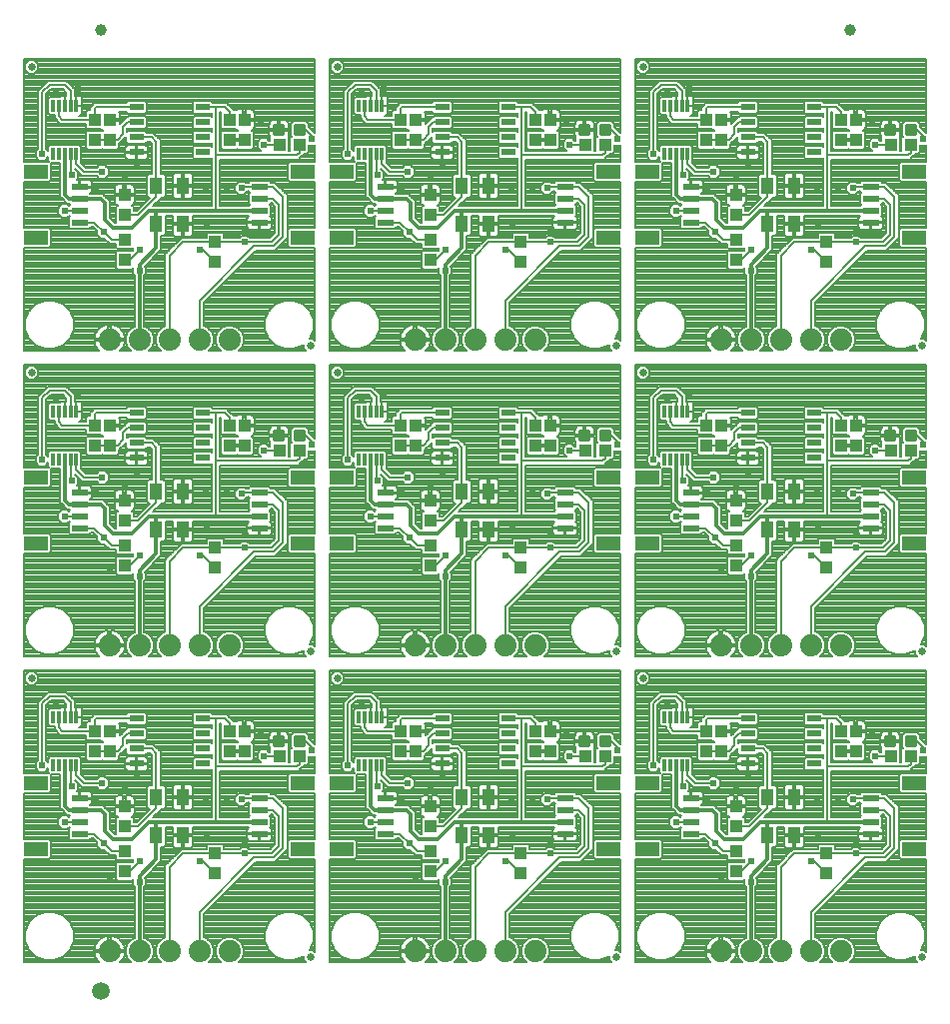
<source format=gtl>
G75*
%MOIN*%
%OFA0B0*%
%FSLAX25Y25*%
%IPPOS*%
%LPD*%
%AMOC8*
5,1,8,0,0,1.08239X$1,22.5*
%
%ADD10R,0.03937X0.04331*%
%ADD11R,0.01181X0.03937*%
%ADD12R,0.04724X0.02362*%
%ADD13C,0.02500*%
%ADD14R,0.04331X0.03937*%
%ADD15R,0.04134X0.05807*%
%ADD16C,0.01181*%
%ADD17R,0.07874X0.04724*%
%ADD18R,0.05315X0.02362*%
%ADD19C,0.07400*%
%ADD20C,0.03937*%
%ADD21C,0.05906*%
%ADD22C,0.00800*%
%ADD23C,0.02400*%
%ADD24C,0.01200*%
D10*
X0063750Y0060404D03*
X0063750Y0067096D03*
X0063750Y0075404D03*
X0063750Y0082096D03*
X0058750Y0100404D03*
X0053750Y0100404D03*
X0053750Y0107096D03*
X0058750Y0107096D03*
X0098750Y0107096D03*
X0103750Y0107096D03*
X0103750Y0100404D03*
X0098750Y0100404D03*
X0094000Y0066346D03*
X0094000Y0059654D03*
X0155750Y0100404D03*
X0160750Y0100404D03*
X0160750Y0107096D03*
X0155750Y0107096D03*
X0165750Y0082096D03*
X0165750Y0075404D03*
X0165750Y0067096D03*
X0165750Y0060404D03*
X0196000Y0059654D03*
X0196000Y0066346D03*
X0200750Y0100404D03*
X0205750Y0100404D03*
X0205750Y0107096D03*
X0200750Y0107096D03*
X0257750Y0107096D03*
X0262750Y0107096D03*
X0262750Y0100404D03*
X0257750Y0100404D03*
X0267750Y0082096D03*
X0267750Y0075404D03*
X0267750Y0067096D03*
X0267750Y0060404D03*
X0298000Y0059654D03*
X0298000Y0066346D03*
X0302750Y0100404D03*
X0307750Y0100404D03*
X0307750Y0107096D03*
X0302750Y0107096D03*
X0298000Y0161654D03*
X0298000Y0168346D03*
X0267750Y0169096D03*
X0267750Y0162404D03*
X0267750Y0177404D03*
X0267750Y0184096D03*
X0262750Y0202404D03*
X0257750Y0202404D03*
X0257750Y0209096D03*
X0262750Y0209096D03*
X0302750Y0209096D03*
X0307750Y0209096D03*
X0307750Y0202404D03*
X0302750Y0202404D03*
X0298000Y0263654D03*
X0298000Y0270346D03*
X0267750Y0271096D03*
X0267750Y0264404D03*
X0267750Y0279404D03*
X0267750Y0286096D03*
X0262750Y0304404D03*
X0257750Y0304404D03*
X0257750Y0311096D03*
X0262750Y0311096D03*
X0302750Y0311096D03*
X0307750Y0311096D03*
X0307750Y0304404D03*
X0302750Y0304404D03*
X0205750Y0304404D03*
X0200750Y0304404D03*
X0200750Y0311096D03*
X0205750Y0311096D03*
X0165750Y0286096D03*
X0165750Y0279404D03*
X0165750Y0271096D03*
X0165750Y0264404D03*
X0196000Y0263654D03*
X0196000Y0270346D03*
X0160750Y0304404D03*
X0155750Y0304404D03*
X0155750Y0311096D03*
X0160750Y0311096D03*
X0103750Y0311096D03*
X0098750Y0311096D03*
X0098750Y0304404D03*
X0103750Y0304404D03*
X0094000Y0270346D03*
X0094000Y0263654D03*
X0063750Y0264404D03*
X0063750Y0271096D03*
X0063750Y0279404D03*
X0063750Y0286096D03*
X0058750Y0304404D03*
X0053750Y0304404D03*
X0053750Y0311096D03*
X0058750Y0311096D03*
X0058750Y0209096D03*
X0053750Y0209096D03*
X0053750Y0202404D03*
X0058750Y0202404D03*
X0063750Y0184096D03*
X0063750Y0177404D03*
X0063750Y0169096D03*
X0063750Y0162404D03*
X0094000Y0161654D03*
X0094000Y0168346D03*
X0098750Y0202404D03*
X0103750Y0202404D03*
X0103750Y0209096D03*
X0098750Y0209096D03*
X0155750Y0209096D03*
X0160750Y0209096D03*
X0160750Y0202404D03*
X0155750Y0202404D03*
X0165750Y0184096D03*
X0165750Y0177404D03*
X0165750Y0169096D03*
X0165750Y0162404D03*
X0196000Y0161654D03*
X0196000Y0168346D03*
X0200750Y0202404D03*
X0205750Y0202404D03*
X0205750Y0209096D03*
X0200750Y0209096D03*
D11*
X0243813Y0213821D03*
X0245781Y0213821D03*
X0247750Y0213821D03*
X0249719Y0213821D03*
X0251687Y0213821D03*
X0251687Y0197679D03*
X0249719Y0197679D03*
X0247750Y0197679D03*
X0245781Y0197679D03*
X0243813Y0197679D03*
X0149687Y0197679D03*
X0147719Y0197679D03*
X0145750Y0197679D03*
X0143781Y0197679D03*
X0141813Y0197679D03*
X0141813Y0213821D03*
X0143781Y0213821D03*
X0145750Y0213821D03*
X0147719Y0213821D03*
X0149687Y0213821D03*
X0149687Y0299679D03*
X0147719Y0299679D03*
X0145750Y0299679D03*
X0143781Y0299679D03*
X0141813Y0299679D03*
X0141813Y0315821D03*
X0143781Y0315821D03*
X0145750Y0315821D03*
X0147719Y0315821D03*
X0149687Y0315821D03*
X0243813Y0315821D03*
X0245781Y0315821D03*
X0247750Y0315821D03*
X0249719Y0315821D03*
X0251687Y0315821D03*
X0251687Y0299679D03*
X0249719Y0299679D03*
X0247750Y0299679D03*
X0245781Y0299679D03*
X0243813Y0299679D03*
X0047687Y0299679D03*
X0045719Y0299679D03*
X0043750Y0299679D03*
X0041781Y0299679D03*
X0039813Y0299679D03*
X0039813Y0315821D03*
X0041781Y0315821D03*
X0043750Y0315821D03*
X0045719Y0315821D03*
X0047687Y0315821D03*
X0047687Y0213821D03*
X0045719Y0213821D03*
X0043750Y0213821D03*
X0041781Y0213821D03*
X0039813Y0213821D03*
X0039813Y0197679D03*
X0041781Y0197679D03*
X0043750Y0197679D03*
X0045719Y0197679D03*
X0047687Y0197679D03*
X0047687Y0111821D03*
X0045719Y0111821D03*
X0043750Y0111821D03*
X0041781Y0111821D03*
X0039813Y0111821D03*
X0039813Y0095679D03*
X0041781Y0095679D03*
X0043750Y0095679D03*
X0045719Y0095679D03*
X0047687Y0095679D03*
X0141813Y0095679D03*
X0143781Y0095679D03*
X0145750Y0095679D03*
X0147719Y0095679D03*
X0149687Y0095679D03*
X0149687Y0111821D03*
X0147719Y0111821D03*
X0145750Y0111821D03*
X0143781Y0111821D03*
X0141813Y0111821D03*
X0243813Y0111821D03*
X0245781Y0111821D03*
X0247750Y0111821D03*
X0249719Y0111821D03*
X0251687Y0111821D03*
X0251687Y0095679D03*
X0249719Y0095679D03*
X0247750Y0095679D03*
X0245781Y0095679D03*
X0243813Y0095679D03*
D12*
X0271726Y0096250D03*
X0271726Y0101250D03*
X0271726Y0106250D03*
X0271726Y0111250D03*
X0293774Y0111250D03*
X0293774Y0106250D03*
X0293774Y0101250D03*
X0293774Y0096250D03*
X0191774Y0096250D03*
X0191774Y0101250D03*
X0191774Y0106250D03*
X0191774Y0111250D03*
X0169726Y0111250D03*
X0169726Y0106250D03*
X0169726Y0101250D03*
X0169726Y0096250D03*
X0089774Y0096250D03*
X0089774Y0101250D03*
X0089774Y0106250D03*
X0089774Y0111250D03*
X0067726Y0111250D03*
X0067726Y0106250D03*
X0067726Y0101250D03*
X0067726Y0096250D03*
X0067726Y0198250D03*
X0067726Y0203250D03*
X0067726Y0208250D03*
X0067726Y0213250D03*
X0089774Y0213250D03*
X0089774Y0208250D03*
X0089774Y0203250D03*
X0089774Y0198250D03*
X0169726Y0198250D03*
X0169726Y0203250D03*
X0169726Y0208250D03*
X0169726Y0213250D03*
X0191774Y0213250D03*
X0191774Y0208250D03*
X0191774Y0203250D03*
X0191774Y0198250D03*
X0271726Y0198250D03*
X0271726Y0203250D03*
X0271726Y0208250D03*
X0271726Y0213250D03*
X0293774Y0213250D03*
X0293774Y0208250D03*
X0293774Y0203250D03*
X0293774Y0198250D03*
X0293774Y0300250D03*
X0293774Y0305250D03*
X0293774Y0310250D03*
X0293774Y0315250D03*
X0271726Y0315250D03*
X0271726Y0310250D03*
X0271726Y0305250D03*
X0271726Y0300250D03*
X0191774Y0300250D03*
X0191774Y0305250D03*
X0191774Y0310250D03*
X0191774Y0315250D03*
X0169726Y0315250D03*
X0169726Y0310250D03*
X0169726Y0305250D03*
X0169726Y0300250D03*
X0089774Y0300250D03*
X0089774Y0305250D03*
X0089774Y0310250D03*
X0089774Y0315250D03*
X0067726Y0315250D03*
X0067726Y0310250D03*
X0067726Y0305250D03*
X0067726Y0300250D03*
D13*
X0032750Y0328750D03*
X0134750Y0328750D03*
X0125750Y0235750D03*
X0134750Y0226750D03*
X0227750Y0235750D03*
X0236750Y0226750D03*
X0329750Y0235750D03*
X0236750Y0328750D03*
X0032750Y0226750D03*
X0125750Y0133750D03*
X0134750Y0124750D03*
X0227750Y0133750D03*
X0236750Y0124750D03*
X0329750Y0133750D03*
X0329750Y0031750D03*
X0227750Y0031750D03*
X0125750Y0031750D03*
X0032750Y0124750D03*
D14*
X0115404Y0098750D03*
X0122096Y0098750D03*
X0217404Y0098750D03*
X0224096Y0098750D03*
X0319404Y0098750D03*
X0326096Y0098750D03*
X0326096Y0200750D03*
X0319404Y0200750D03*
X0224096Y0200750D03*
X0217404Y0200750D03*
X0122096Y0200750D03*
X0115404Y0200750D03*
X0115404Y0302750D03*
X0122096Y0302750D03*
X0217404Y0302750D03*
X0224096Y0302750D03*
X0319404Y0302750D03*
X0326096Y0302750D03*
D15*
X0287179Y0289098D03*
X0278321Y0289098D03*
X0278321Y0276402D03*
X0287179Y0276402D03*
X0287179Y0187098D03*
X0278321Y0187098D03*
X0278321Y0174402D03*
X0287179Y0174402D03*
X0287179Y0085098D03*
X0278321Y0085098D03*
X0278321Y0072402D03*
X0287179Y0072402D03*
X0185179Y0072402D03*
X0176321Y0072402D03*
X0176321Y0085098D03*
X0185179Y0085098D03*
X0185179Y0174402D03*
X0176321Y0174402D03*
X0176321Y0187098D03*
X0185179Y0187098D03*
X0185179Y0276402D03*
X0176321Y0276402D03*
X0176321Y0289098D03*
X0185179Y0289098D03*
X0083179Y0289098D03*
X0074321Y0289098D03*
X0074321Y0276402D03*
X0083179Y0276402D03*
X0083179Y0187098D03*
X0074321Y0187098D03*
X0074321Y0174402D03*
X0083179Y0174402D03*
X0083179Y0085098D03*
X0074321Y0085098D03*
X0074321Y0072402D03*
X0083179Y0072402D03*
D16*
X0116675Y0102372D02*
X0116675Y0105128D01*
X0116675Y0102372D02*
X0113919Y0102372D01*
X0113919Y0105128D01*
X0116675Y0105128D01*
X0116675Y0103494D02*
X0113919Y0103494D01*
X0113919Y0104616D02*
X0116675Y0104616D01*
X0123581Y0105128D02*
X0123581Y0102372D01*
X0120825Y0102372D01*
X0120825Y0105128D01*
X0123581Y0105128D01*
X0123581Y0103494D02*
X0120825Y0103494D01*
X0120825Y0104616D02*
X0123581Y0104616D01*
X0218675Y0105128D02*
X0218675Y0102372D01*
X0215919Y0102372D01*
X0215919Y0105128D01*
X0218675Y0105128D01*
X0218675Y0103494D02*
X0215919Y0103494D01*
X0215919Y0104616D02*
X0218675Y0104616D01*
X0225581Y0105128D02*
X0225581Y0102372D01*
X0222825Y0102372D01*
X0222825Y0105128D01*
X0225581Y0105128D01*
X0225581Y0103494D02*
X0222825Y0103494D01*
X0222825Y0104616D02*
X0225581Y0104616D01*
X0320675Y0105128D02*
X0320675Y0102372D01*
X0317919Y0102372D01*
X0317919Y0105128D01*
X0320675Y0105128D01*
X0320675Y0103494D02*
X0317919Y0103494D01*
X0317919Y0104616D02*
X0320675Y0104616D01*
X0327581Y0105128D02*
X0327581Y0102372D01*
X0324825Y0102372D01*
X0324825Y0105128D01*
X0327581Y0105128D01*
X0327581Y0103494D02*
X0324825Y0103494D01*
X0324825Y0104616D02*
X0327581Y0104616D01*
X0327581Y0204372D02*
X0327581Y0207128D01*
X0327581Y0204372D02*
X0324825Y0204372D01*
X0324825Y0207128D01*
X0327581Y0207128D01*
X0327581Y0205494D02*
X0324825Y0205494D01*
X0324825Y0206616D02*
X0327581Y0206616D01*
X0320675Y0207128D02*
X0320675Y0204372D01*
X0317919Y0204372D01*
X0317919Y0207128D01*
X0320675Y0207128D01*
X0320675Y0205494D02*
X0317919Y0205494D01*
X0317919Y0206616D02*
X0320675Y0206616D01*
X0225581Y0207128D02*
X0225581Y0204372D01*
X0222825Y0204372D01*
X0222825Y0207128D01*
X0225581Y0207128D01*
X0225581Y0205494D02*
X0222825Y0205494D01*
X0222825Y0206616D02*
X0225581Y0206616D01*
X0218675Y0207128D02*
X0218675Y0204372D01*
X0215919Y0204372D01*
X0215919Y0207128D01*
X0218675Y0207128D01*
X0218675Y0205494D02*
X0215919Y0205494D01*
X0215919Y0206616D02*
X0218675Y0206616D01*
X0123581Y0207128D02*
X0123581Y0204372D01*
X0120825Y0204372D01*
X0120825Y0207128D01*
X0123581Y0207128D01*
X0123581Y0205494D02*
X0120825Y0205494D01*
X0120825Y0206616D02*
X0123581Y0206616D01*
X0116675Y0207128D02*
X0116675Y0204372D01*
X0113919Y0204372D01*
X0113919Y0207128D01*
X0116675Y0207128D01*
X0116675Y0205494D02*
X0113919Y0205494D01*
X0113919Y0206616D02*
X0116675Y0206616D01*
X0116675Y0306372D02*
X0116675Y0309128D01*
X0116675Y0306372D02*
X0113919Y0306372D01*
X0113919Y0309128D01*
X0116675Y0309128D01*
X0116675Y0307494D02*
X0113919Y0307494D01*
X0113919Y0308616D02*
X0116675Y0308616D01*
X0123581Y0309128D02*
X0123581Y0306372D01*
X0120825Y0306372D01*
X0120825Y0309128D01*
X0123581Y0309128D01*
X0123581Y0307494D02*
X0120825Y0307494D01*
X0120825Y0308616D02*
X0123581Y0308616D01*
X0218675Y0309128D02*
X0218675Y0306372D01*
X0215919Y0306372D01*
X0215919Y0309128D01*
X0218675Y0309128D01*
X0218675Y0307494D02*
X0215919Y0307494D01*
X0215919Y0308616D02*
X0218675Y0308616D01*
X0225581Y0309128D02*
X0225581Y0306372D01*
X0222825Y0306372D01*
X0222825Y0309128D01*
X0225581Y0309128D01*
X0225581Y0307494D02*
X0222825Y0307494D01*
X0222825Y0308616D02*
X0225581Y0308616D01*
X0320675Y0309128D02*
X0320675Y0306372D01*
X0317919Y0306372D01*
X0317919Y0309128D01*
X0320675Y0309128D01*
X0320675Y0307494D02*
X0317919Y0307494D01*
X0317919Y0308616D02*
X0320675Y0308616D01*
X0327581Y0309128D02*
X0327581Y0306372D01*
X0324825Y0306372D01*
X0324825Y0309128D01*
X0327581Y0309128D01*
X0327581Y0307494D02*
X0324825Y0307494D01*
X0324825Y0308616D02*
X0327581Y0308616D01*
D17*
X0327219Y0293774D03*
X0327219Y0271726D03*
X0327219Y0191774D03*
X0327219Y0169726D03*
X0327219Y0089774D03*
X0327219Y0067726D03*
X0238281Y0067726D03*
X0225219Y0067726D03*
X0225219Y0089774D03*
X0238281Y0089774D03*
X0238281Y0169726D03*
X0225219Y0169726D03*
X0225219Y0191774D03*
X0238281Y0191774D03*
X0238281Y0271726D03*
X0225219Y0271726D03*
X0225219Y0293774D03*
X0238281Y0293774D03*
X0136281Y0293774D03*
X0123219Y0293774D03*
X0123219Y0271726D03*
X0136281Y0271726D03*
X0136281Y0191774D03*
X0123219Y0191774D03*
X0123219Y0169726D03*
X0136281Y0169726D03*
X0136281Y0089774D03*
X0123219Y0089774D03*
X0123219Y0067726D03*
X0136281Y0067726D03*
X0034281Y0067726D03*
X0034281Y0089774D03*
X0034281Y0169726D03*
X0034281Y0191774D03*
X0034281Y0271726D03*
X0034281Y0293774D03*
D18*
X0048750Y0288656D03*
X0048750Y0284719D03*
X0048750Y0280781D03*
X0048750Y0276844D03*
X0108750Y0276844D03*
X0108750Y0280781D03*
X0108750Y0284719D03*
X0108750Y0288656D03*
X0150750Y0288656D03*
X0150750Y0284719D03*
X0150750Y0280781D03*
X0150750Y0276844D03*
X0210750Y0276844D03*
X0210750Y0280781D03*
X0210750Y0284719D03*
X0210750Y0288656D03*
X0252750Y0288656D03*
X0252750Y0284719D03*
X0252750Y0280781D03*
X0252750Y0276844D03*
X0312750Y0276844D03*
X0312750Y0280781D03*
X0312750Y0284719D03*
X0312750Y0288656D03*
X0312750Y0186656D03*
X0312750Y0182719D03*
X0312750Y0178781D03*
X0312750Y0174844D03*
X0252750Y0174844D03*
X0252750Y0178781D03*
X0252750Y0182719D03*
X0252750Y0186656D03*
X0210750Y0186656D03*
X0210750Y0182719D03*
X0210750Y0178781D03*
X0210750Y0174844D03*
X0150750Y0174844D03*
X0150750Y0178781D03*
X0150750Y0182719D03*
X0150750Y0186656D03*
X0108750Y0186656D03*
X0108750Y0182719D03*
X0108750Y0178781D03*
X0108750Y0174844D03*
X0048750Y0174844D03*
X0048750Y0178781D03*
X0048750Y0182719D03*
X0048750Y0186656D03*
X0048750Y0084656D03*
X0048750Y0080719D03*
X0048750Y0076781D03*
X0048750Y0072844D03*
X0108750Y0072844D03*
X0108750Y0076781D03*
X0108750Y0080719D03*
X0108750Y0084656D03*
X0150750Y0084656D03*
X0150750Y0080719D03*
X0150750Y0076781D03*
X0150750Y0072844D03*
X0210750Y0072844D03*
X0210750Y0076781D03*
X0210750Y0080719D03*
X0210750Y0084656D03*
X0252750Y0084656D03*
X0252750Y0080719D03*
X0252750Y0076781D03*
X0252750Y0072844D03*
X0312750Y0072844D03*
X0312750Y0076781D03*
X0312750Y0080719D03*
X0312750Y0084656D03*
D19*
X0302750Y0135750D03*
X0292750Y0135750D03*
X0282750Y0135750D03*
X0272750Y0135750D03*
X0262750Y0135750D03*
X0200750Y0135750D03*
X0190750Y0135750D03*
X0180750Y0135750D03*
X0170750Y0135750D03*
X0160750Y0135750D03*
X0098750Y0135750D03*
X0088750Y0135750D03*
X0078750Y0135750D03*
X0068750Y0135750D03*
X0058750Y0135750D03*
X0058750Y0033750D03*
X0068750Y0033750D03*
X0078750Y0033750D03*
X0088750Y0033750D03*
X0098750Y0033750D03*
X0160750Y0033750D03*
X0170750Y0033750D03*
X0180750Y0033750D03*
X0190750Y0033750D03*
X0200750Y0033750D03*
X0262750Y0033750D03*
X0272750Y0033750D03*
X0282750Y0033750D03*
X0292750Y0033750D03*
X0302750Y0033750D03*
X0302750Y0237750D03*
X0292750Y0237750D03*
X0282750Y0237750D03*
X0272750Y0237750D03*
X0262750Y0237750D03*
X0200750Y0237750D03*
X0190750Y0237750D03*
X0180750Y0237750D03*
X0170750Y0237750D03*
X0160750Y0237750D03*
X0098750Y0237750D03*
X0088750Y0237750D03*
X0078750Y0237750D03*
X0068750Y0237750D03*
X0058750Y0237750D03*
D20*
X0055750Y0341000D03*
X0305750Y0341000D03*
D21*
X0055750Y0020500D03*
D22*
X0030150Y0030150D02*
X0030150Y0064364D01*
X0038633Y0064364D01*
X0039218Y0064950D01*
X0039218Y0070503D01*
X0038633Y0071089D01*
X0030150Y0071089D01*
X0030150Y0086411D01*
X0038633Y0086411D01*
X0039218Y0086997D01*
X0039218Y0092550D01*
X0039058Y0092711D01*
X0042150Y0092711D01*
X0042150Y0081556D01*
X0043087Y0080619D01*
X0044587Y0079119D01*
X0045097Y0079119D01*
X0045466Y0078750D01*
X0045163Y0078448D01*
X0044661Y0078950D01*
X0042839Y0078950D01*
X0041550Y0077661D01*
X0041550Y0075839D01*
X0042839Y0074550D01*
X0044661Y0074550D01*
X0045195Y0075084D01*
X0045466Y0074813D01*
X0045093Y0074440D01*
X0045093Y0071249D01*
X0045678Y0070663D01*
X0051822Y0070663D01*
X0052407Y0071249D01*
X0052407Y0071444D01*
X0053076Y0071444D01*
X0054550Y0069970D01*
X0054550Y0068839D01*
X0055839Y0067550D01*
X0056970Y0067550D01*
X0058824Y0065696D01*
X0060781Y0065696D01*
X0060781Y0064517D01*
X0061367Y0063931D01*
X0066133Y0063931D01*
X0066550Y0064348D01*
X0066550Y0063530D01*
X0066361Y0063341D01*
X0066133Y0063569D01*
X0061367Y0063569D01*
X0060781Y0062983D01*
X0060781Y0057824D01*
X0061367Y0057238D01*
X0066133Y0057238D01*
X0066550Y0057655D01*
X0066550Y0055839D01*
X0067150Y0055239D01*
X0067150Y0038174D01*
X0066088Y0037734D01*
X0064766Y0036412D01*
X0064050Y0034685D01*
X0064050Y0032815D01*
X0064766Y0031088D01*
X0065703Y0030150D01*
X0062362Y0030150D01*
X0062640Y0030428D01*
X0063112Y0031077D01*
X0063476Y0031792D01*
X0063724Y0032556D01*
X0063850Y0033349D01*
X0063850Y0033350D01*
X0059150Y0033350D01*
X0059150Y0034150D01*
X0058350Y0034150D01*
X0058350Y0038850D01*
X0058349Y0038850D01*
X0057556Y0038724D01*
X0056792Y0038476D01*
X0056077Y0038112D01*
X0055428Y0037640D01*
X0054860Y0037072D01*
X0054388Y0036423D01*
X0054024Y0035708D01*
X0053776Y0034944D01*
X0053650Y0034151D01*
X0053650Y0034150D01*
X0058350Y0034150D01*
X0058350Y0033350D01*
X0053650Y0033350D01*
X0053650Y0033349D01*
X0053776Y0032556D01*
X0054024Y0031792D01*
X0054388Y0031077D01*
X0054860Y0030428D01*
X0055138Y0030150D01*
X0030150Y0030150D01*
X0030150Y0030347D02*
X0054940Y0030347D01*
X0054353Y0031146D02*
X0041558Y0031146D01*
X0040361Y0030650D02*
X0043338Y0031883D01*
X0043338Y0031883D01*
X0045617Y0034162D01*
X0046850Y0037139D01*
X0046850Y0040361D01*
X0045617Y0043338D01*
X0045617Y0043338D01*
X0043338Y0045617D01*
X0040361Y0046850D01*
X0037139Y0046850D01*
X0034162Y0045617D01*
X0034162Y0045617D01*
X0031883Y0043338D01*
X0030650Y0040361D01*
X0030650Y0037139D01*
X0031883Y0034162D01*
X0034162Y0031883D01*
X0037139Y0030650D01*
X0038750Y0030650D01*
X0040361Y0030650D01*
X0040361Y0030650D01*
X0043399Y0031944D02*
X0053974Y0031944D01*
X0053746Y0032743D02*
X0044198Y0032743D01*
X0044996Y0033541D02*
X0058350Y0033541D01*
X0058350Y0034340D02*
X0059150Y0034340D01*
X0059150Y0034150D02*
X0059150Y0038850D01*
X0059151Y0038850D01*
X0059944Y0038724D01*
X0060708Y0038476D01*
X0061423Y0038112D01*
X0062072Y0037640D01*
X0062640Y0037072D01*
X0063112Y0036423D01*
X0063476Y0035708D01*
X0063724Y0034944D01*
X0063850Y0034151D01*
X0063850Y0034150D01*
X0059150Y0034150D01*
X0059150Y0033541D02*
X0064050Y0033541D01*
X0064050Y0034340D02*
X0063820Y0034340D01*
X0063661Y0035138D02*
X0064238Y0035138D01*
X0064568Y0035937D02*
X0063360Y0035937D01*
X0062885Y0036735D02*
X0065088Y0036735D01*
X0065887Y0037534D02*
X0062179Y0037534D01*
X0060991Y0038332D02*
X0067150Y0038332D01*
X0067150Y0039131D02*
X0046850Y0039131D01*
X0046850Y0039929D02*
X0067150Y0039929D01*
X0067150Y0040728D02*
X0046698Y0040728D01*
X0046367Y0041526D02*
X0067150Y0041526D01*
X0067150Y0042325D02*
X0046037Y0042325D01*
X0045706Y0043123D02*
X0067150Y0043123D01*
X0067150Y0043922D02*
X0045033Y0043922D01*
X0044235Y0044720D02*
X0067150Y0044720D01*
X0067150Y0045519D02*
X0043436Y0045519D01*
X0043338Y0045617D02*
X0043338Y0045617D01*
X0041647Y0046317D02*
X0067150Y0046317D01*
X0067150Y0047116D02*
X0030150Y0047116D01*
X0030150Y0047914D02*
X0067150Y0047914D01*
X0067150Y0048713D02*
X0030150Y0048713D01*
X0030150Y0049511D02*
X0067150Y0049511D01*
X0067150Y0050310D02*
X0030150Y0050310D01*
X0030150Y0051108D02*
X0067150Y0051108D01*
X0067150Y0051907D02*
X0030150Y0051907D01*
X0030150Y0052705D02*
X0067150Y0052705D01*
X0067150Y0053504D02*
X0030150Y0053504D01*
X0030150Y0054302D02*
X0067150Y0054302D01*
X0067150Y0055101D02*
X0030150Y0055101D01*
X0030150Y0055899D02*
X0066550Y0055899D01*
X0066550Y0056698D02*
X0030150Y0056698D01*
X0030150Y0057496D02*
X0061109Y0057496D01*
X0060781Y0058295D02*
X0030150Y0058295D01*
X0030150Y0059093D02*
X0060781Y0059093D01*
X0060781Y0059892D02*
X0030150Y0059892D01*
X0030150Y0060690D02*
X0060781Y0060690D01*
X0060781Y0061489D02*
X0030150Y0061489D01*
X0030150Y0062287D02*
X0060781Y0062287D01*
X0060884Y0063086D02*
X0030150Y0063086D01*
X0030150Y0063884D02*
X0066550Y0063884D01*
X0068750Y0063750D02*
X0065404Y0060404D01*
X0063750Y0060404D01*
X0066391Y0057496D02*
X0066550Y0057496D01*
X0070437Y0058174D02*
X0074984Y0062721D01*
X0075921Y0063658D01*
X0075921Y0068498D01*
X0076802Y0068498D01*
X0077388Y0069084D01*
X0077388Y0075181D01*
X0079712Y0075181D01*
X0079712Y0072802D01*
X0082779Y0072802D01*
X0082779Y0072002D01*
X0079712Y0072002D01*
X0079712Y0069314D01*
X0079808Y0068958D01*
X0079992Y0068638D01*
X0080253Y0068378D01*
X0080572Y0068193D01*
X0080928Y0068098D01*
X0082779Y0068098D01*
X0082779Y0072002D01*
X0083579Y0072002D01*
X0083579Y0072802D01*
X0086646Y0072802D01*
X0086646Y0075181D01*
X0105097Y0075181D01*
X0105183Y0075096D01*
X0104972Y0074885D01*
X0104788Y0074566D01*
X0104693Y0074210D01*
X0104693Y0073035D01*
X0108559Y0073035D01*
X0108559Y0072654D01*
X0104693Y0072654D01*
X0104693Y0071479D01*
X0104788Y0071123D01*
X0104972Y0070804D01*
X0105233Y0070543D01*
X0105552Y0070359D01*
X0105908Y0070263D01*
X0108559Y0070263D01*
X0108559Y0072654D01*
X0108941Y0072654D01*
X0108941Y0073035D01*
X0112807Y0073035D01*
X0112807Y0074210D01*
X0112712Y0074566D01*
X0112528Y0074885D01*
X0112317Y0075096D01*
X0112407Y0075186D01*
X0112407Y0078377D01*
X0112034Y0078750D01*
X0112407Y0079123D01*
X0112407Y0079319D01*
X0112702Y0079319D01*
X0113850Y0078170D01*
X0113850Y0069330D01*
X0112267Y0067746D01*
X0105461Y0067746D01*
X0104661Y0068546D01*
X0102839Y0068546D01*
X0102039Y0067746D01*
X0096968Y0067746D01*
X0096968Y0068926D01*
X0096383Y0069512D01*
X0091617Y0069512D01*
X0091031Y0068926D01*
X0091031Y0067746D01*
X0082767Y0067746D01*
X0077350Y0062330D01*
X0077350Y0038257D01*
X0076088Y0037734D01*
X0074766Y0036412D01*
X0074050Y0034685D01*
X0074050Y0032815D01*
X0074766Y0031088D01*
X0075703Y0030150D01*
X0071797Y0030150D01*
X0072734Y0031088D01*
X0073450Y0032815D01*
X0073450Y0034685D01*
X0072734Y0036412D01*
X0071412Y0037734D01*
X0070350Y0038174D01*
X0070350Y0055239D01*
X0070950Y0055839D01*
X0070950Y0057661D01*
X0070437Y0058174D01*
X0070558Y0058295D02*
X0077350Y0058295D01*
X0077350Y0059093D02*
X0071356Y0059093D01*
X0072155Y0059892D02*
X0077350Y0059892D01*
X0077350Y0060690D02*
X0072953Y0060690D01*
X0073752Y0061489D02*
X0077350Y0061489D01*
X0077350Y0062287D02*
X0074550Y0062287D01*
X0075349Y0063086D02*
X0078106Y0063086D01*
X0078905Y0063884D02*
X0075921Y0063884D01*
X0075921Y0064683D02*
X0079703Y0064683D01*
X0080502Y0065482D02*
X0075921Y0065482D01*
X0075921Y0066280D02*
X0081300Y0066280D01*
X0082099Y0067079D02*
X0075921Y0067079D01*
X0075921Y0067877D02*
X0091031Y0067877D01*
X0091031Y0068676D02*
X0086388Y0068676D01*
X0086366Y0068638D02*
X0086551Y0068958D01*
X0086646Y0069314D01*
X0086646Y0072002D01*
X0083579Y0072002D01*
X0083579Y0068098D01*
X0085430Y0068098D01*
X0085786Y0068193D01*
X0086106Y0068378D01*
X0086366Y0068638D01*
X0086646Y0069474D02*
X0091580Y0069474D01*
X0094000Y0066346D02*
X0083346Y0066346D01*
X0078750Y0061750D01*
X0078750Y0033750D01*
X0074411Y0031944D02*
X0073089Y0031944D01*
X0072758Y0031146D02*
X0074742Y0031146D01*
X0075506Y0030347D02*
X0071994Y0030347D01*
X0073420Y0032743D02*
X0074080Y0032743D01*
X0074050Y0033541D02*
X0073450Y0033541D01*
X0073450Y0034340D02*
X0074050Y0034340D01*
X0074238Y0035138D02*
X0073262Y0035138D01*
X0072932Y0035937D02*
X0074568Y0035937D01*
X0075088Y0036735D02*
X0072412Y0036735D01*
X0071613Y0037534D02*
X0075887Y0037534D01*
X0077350Y0038332D02*
X0070350Y0038332D01*
X0070350Y0039131D02*
X0077350Y0039131D01*
X0077350Y0039929D02*
X0070350Y0039929D01*
X0070350Y0040728D02*
X0077350Y0040728D01*
X0077350Y0041526D02*
X0070350Y0041526D01*
X0070350Y0042325D02*
X0077350Y0042325D01*
X0077350Y0043123D02*
X0070350Y0043123D01*
X0070350Y0043922D02*
X0077350Y0043922D01*
X0077350Y0044720D02*
X0070350Y0044720D01*
X0070350Y0045519D02*
X0077350Y0045519D01*
X0077350Y0046317D02*
X0070350Y0046317D01*
X0070350Y0047116D02*
X0077350Y0047116D01*
X0077350Y0047914D02*
X0070350Y0047914D01*
X0070350Y0048713D02*
X0077350Y0048713D01*
X0077350Y0049511D02*
X0070350Y0049511D01*
X0070350Y0050310D02*
X0077350Y0050310D01*
X0077350Y0051108D02*
X0070350Y0051108D01*
X0070350Y0051907D02*
X0077350Y0051907D01*
X0077350Y0052705D02*
X0070350Y0052705D01*
X0070350Y0053504D02*
X0077350Y0053504D01*
X0077350Y0054302D02*
X0070350Y0054302D01*
X0070350Y0055101D02*
X0077350Y0055101D01*
X0077350Y0055899D02*
X0070950Y0055899D01*
X0070950Y0056698D02*
X0077350Y0056698D01*
X0077350Y0057496D02*
X0070950Y0057496D01*
X0063750Y0067096D02*
X0059404Y0067096D01*
X0056750Y0069750D01*
X0053656Y0072844D01*
X0048750Y0072844D01*
X0045093Y0072668D02*
X0030150Y0072668D01*
X0030150Y0071870D02*
X0045093Y0071870D01*
X0045271Y0071071D02*
X0038650Y0071071D01*
X0039218Y0070273D02*
X0054248Y0070273D01*
X0054550Y0069474D02*
X0039218Y0069474D01*
X0039218Y0068676D02*
X0054713Y0068676D01*
X0055512Y0067877D02*
X0039218Y0067877D01*
X0039218Y0067079D02*
X0057442Y0067079D01*
X0058240Y0066280D02*
X0039218Y0066280D01*
X0039218Y0065482D02*
X0060781Y0065482D01*
X0060781Y0064683D02*
X0038952Y0064683D01*
X0045093Y0073467D02*
X0030150Y0073467D01*
X0030150Y0074265D02*
X0045093Y0074265D01*
X0045175Y0075064D02*
X0045215Y0075064D01*
X0043750Y0076750D02*
X0043781Y0076781D01*
X0048750Y0076781D01*
X0045159Y0079056D02*
X0030150Y0079056D01*
X0030150Y0078258D02*
X0042146Y0078258D01*
X0041550Y0077459D02*
X0030150Y0077459D01*
X0030150Y0076661D02*
X0041550Y0076661D01*
X0041550Y0075862D02*
X0030150Y0075862D01*
X0030150Y0075064D02*
X0042325Y0075064D01*
X0043851Y0079855D02*
X0030150Y0079855D01*
X0030150Y0080653D02*
X0043053Y0080653D01*
X0042254Y0081452D02*
X0030150Y0081452D01*
X0030150Y0082250D02*
X0042150Y0082250D01*
X0042150Y0083049D02*
X0030150Y0083049D01*
X0030150Y0083847D02*
X0042150Y0083847D01*
X0042150Y0084646D02*
X0030150Y0084646D01*
X0030150Y0085444D02*
X0042150Y0085444D01*
X0042150Y0086243D02*
X0030150Y0086243D01*
X0030150Y0093136D02*
X0030150Y0127350D01*
X0127350Y0127350D01*
X0127350Y0102761D01*
X0127161Y0102950D01*
X0127030Y0102950D01*
X0125171Y0104809D01*
X0125171Y0105787D01*
X0124240Y0106718D01*
X0120166Y0106718D01*
X0119234Y0105787D01*
X0119234Y0101713D01*
X0119373Y0101575D01*
X0118931Y0101133D01*
X0118931Y0096650D01*
X0118569Y0096650D01*
X0118569Y0101133D01*
X0118372Y0101330D01*
X0118530Y0101604D01*
X0118666Y0102110D01*
X0118666Y0103350D01*
X0115697Y0103350D01*
X0115697Y0104150D01*
X0114897Y0104150D01*
X0114897Y0103350D01*
X0111929Y0103350D01*
X0111929Y0102110D01*
X0112064Y0101604D01*
X0112300Y0101195D01*
X0112238Y0101133D01*
X0112238Y0100150D01*
X0111961Y0100150D01*
X0111161Y0100950D01*
X0109339Y0100950D01*
X0108050Y0099661D01*
X0108050Y0097839D01*
X0109239Y0096650D01*
X0095650Y0096650D01*
X0095650Y0109850D01*
X0095955Y0109850D01*
X0095781Y0109676D01*
X0095781Y0104517D01*
X0096367Y0103931D01*
X0100802Y0103931D01*
X0100922Y0103811D01*
X0101241Y0103627D01*
X0101456Y0103569D01*
X0101367Y0103569D01*
X0101250Y0103452D01*
X0101133Y0103569D01*
X0096367Y0103569D01*
X0095781Y0102983D01*
X0095781Y0097824D01*
X0096367Y0097238D01*
X0101133Y0097238D01*
X0101250Y0097355D01*
X0101367Y0097238D01*
X0106133Y0097238D01*
X0106718Y0097824D01*
X0106718Y0102983D01*
X0106133Y0103569D01*
X0106044Y0103569D01*
X0106259Y0103627D01*
X0106578Y0103811D01*
X0106839Y0104071D01*
X0107023Y0104391D01*
X0107118Y0104747D01*
X0107118Y0106696D01*
X0104150Y0106696D01*
X0104150Y0107496D01*
X0107118Y0107496D01*
X0107118Y0109446D01*
X0107023Y0109802D01*
X0106839Y0110121D01*
X0106578Y0110382D01*
X0106259Y0110566D01*
X0105903Y0110662D01*
X0104150Y0110662D01*
X0104150Y0107496D01*
X0103350Y0107496D01*
X0103350Y0110662D01*
X0101597Y0110662D01*
X0101241Y0110566D01*
X0100922Y0110382D01*
X0100802Y0110262D01*
X0100150Y0110262D01*
X0100150Y0110330D01*
X0097830Y0112650D01*
X0093136Y0112650D01*
X0093136Y0112845D01*
X0092550Y0113431D01*
X0086997Y0113431D01*
X0086411Y0112845D01*
X0086411Y0109655D01*
X0086997Y0109069D01*
X0092550Y0109069D01*
X0092850Y0109369D01*
X0092850Y0108131D01*
X0092550Y0108431D01*
X0086997Y0108431D01*
X0086411Y0107845D01*
X0086411Y0104655D01*
X0086997Y0104069D01*
X0092550Y0104069D01*
X0092850Y0104369D01*
X0092850Y0103131D01*
X0092550Y0103431D01*
X0086997Y0103431D01*
X0086411Y0102845D01*
X0086411Y0099655D01*
X0086997Y0099069D01*
X0092550Y0099069D01*
X0092850Y0099369D01*
X0092850Y0098131D01*
X0092550Y0098431D01*
X0086997Y0098431D01*
X0086411Y0097845D01*
X0086411Y0094655D01*
X0086997Y0094069D01*
X0092550Y0094069D01*
X0092850Y0094369D01*
X0092850Y0078381D01*
X0073276Y0078381D01*
X0075721Y0080826D01*
X0075721Y0081195D01*
X0076802Y0081195D01*
X0077388Y0081781D01*
X0077388Y0088416D01*
X0076802Y0089002D01*
X0075721Y0089002D01*
X0075721Y0100259D01*
X0073330Y0102650D01*
X0071089Y0102650D01*
X0071089Y0102845D01*
X0070503Y0103431D01*
X0064950Y0103431D01*
X0064650Y0103131D01*
X0064650Y0104170D01*
X0064749Y0104269D01*
X0064950Y0104069D01*
X0070503Y0104069D01*
X0071089Y0104655D01*
X0071089Y0107845D01*
X0070503Y0108431D01*
X0064950Y0108431D01*
X0064364Y0107845D01*
X0064364Y0107650D01*
X0064170Y0107650D01*
X0062670Y0106150D01*
X0062118Y0105598D01*
X0062118Y0106696D01*
X0059150Y0106696D01*
X0059150Y0107496D01*
X0062118Y0107496D01*
X0062118Y0109446D01*
X0062023Y0109802D01*
X0061995Y0109850D01*
X0064364Y0109850D01*
X0064364Y0109655D01*
X0064950Y0109069D01*
X0070503Y0109069D01*
X0071089Y0109655D01*
X0071089Y0112845D01*
X0070503Y0113431D01*
X0064950Y0113431D01*
X0064364Y0112845D01*
X0064364Y0112650D01*
X0053670Y0112650D01*
X0052850Y0111830D01*
X0052350Y0111330D01*
X0052350Y0110262D01*
X0051367Y0110262D01*
X0050781Y0109676D01*
X0050781Y0108496D01*
X0048626Y0108496D01*
X0048818Y0108548D01*
X0049137Y0108732D01*
X0049398Y0108993D01*
X0049582Y0109312D01*
X0049678Y0109668D01*
X0049678Y0111821D01*
X0049678Y0113974D01*
X0049582Y0114330D01*
X0049398Y0114649D01*
X0049137Y0114910D01*
X0048818Y0115094D01*
X0048462Y0115189D01*
X0047687Y0115189D01*
X0047118Y0115189D01*
X0047118Y0117330D01*
X0044298Y0120150D01*
X0038170Y0120150D01*
X0034850Y0116830D01*
X0034850Y0097461D01*
X0034050Y0096661D01*
X0034050Y0094839D01*
X0035339Y0093550D01*
X0037161Y0093550D01*
X0038222Y0094611D01*
X0038222Y0093296D01*
X0038383Y0093136D01*
X0030150Y0093136D01*
X0030150Y0093429D02*
X0038222Y0093429D01*
X0038222Y0094228D02*
X0037839Y0094228D01*
X0039138Y0092631D02*
X0042150Y0092631D01*
X0042150Y0091832D02*
X0039218Y0091832D01*
X0039218Y0091034D02*
X0042150Y0091034D01*
X0042150Y0090235D02*
X0039218Y0090235D01*
X0039218Y0089437D02*
X0042150Y0089437D01*
X0042150Y0088638D02*
X0039218Y0088638D01*
X0039218Y0087840D02*
X0042150Y0087840D01*
X0042150Y0087041D02*
X0039218Y0087041D01*
X0045719Y0089181D02*
X0045719Y0095679D01*
X0047687Y0095679D02*
X0047687Y0092313D01*
X0050250Y0089750D01*
X0056250Y0089750D01*
X0054539Y0091150D02*
X0050830Y0091150D01*
X0049087Y0092893D01*
X0049087Y0093106D01*
X0049278Y0093296D01*
X0049278Y0098062D01*
X0048692Y0098648D01*
X0038808Y0098648D01*
X0038222Y0098062D01*
X0038222Y0096889D01*
X0037650Y0097461D01*
X0037650Y0115670D01*
X0039330Y0117350D01*
X0043139Y0117350D01*
X0044319Y0116170D01*
X0044319Y0115189D01*
X0043750Y0115189D01*
X0042975Y0115189D01*
X0042619Y0115094D01*
X0042300Y0114910D01*
X0042180Y0114789D01*
X0038808Y0114789D01*
X0038222Y0114204D01*
X0038222Y0109438D01*
X0038808Y0108852D01*
X0040381Y0108852D01*
X0040381Y0107670D01*
X0042355Y0105696D01*
X0050781Y0105696D01*
X0050781Y0104517D01*
X0051367Y0103931D01*
X0055802Y0103931D01*
X0055922Y0103811D01*
X0056241Y0103627D01*
X0056456Y0103569D01*
X0056367Y0103569D01*
X0056250Y0103452D01*
X0056133Y0103569D01*
X0051367Y0103569D01*
X0050781Y0102983D01*
X0050781Y0097824D01*
X0051367Y0097238D01*
X0056133Y0097238D01*
X0056250Y0097355D01*
X0056367Y0097238D01*
X0061133Y0097238D01*
X0061718Y0097824D01*
X0061718Y0099004D01*
X0061983Y0099004D01*
X0063830Y0100850D01*
X0064364Y0101384D01*
X0064364Y0099655D01*
X0064950Y0099069D01*
X0070503Y0099069D01*
X0071089Y0099655D01*
X0071089Y0099850D01*
X0072170Y0099850D01*
X0072921Y0099099D01*
X0072921Y0089002D01*
X0071840Y0089002D01*
X0071254Y0088416D01*
X0071254Y0081781D01*
X0071840Y0081195D01*
X0072130Y0081195D01*
X0067738Y0076804D01*
X0066718Y0076804D01*
X0066718Y0077983D01*
X0066133Y0078569D01*
X0066044Y0078569D01*
X0066259Y0078627D01*
X0066578Y0078811D01*
X0066839Y0079071D01*
X0067023Y0079391D01*
X0067118Y0079747D01*
X0067118Y0081696D01*
X0064150Y0081696D01*
X0064150Y0082496D01*
X0067118Y0082496D01*
X0067118Y0084446D01*
X0067023Y0084802D01*
X0066839Y0085121D01*
X0066578Y0085382D01*
X0066259Y0085566D01*
X0065903Y0085662D01*
X0064150Y0085662D01*
X0064150Y0082496D01*
X0063350Y0082496D01*
X0063350Y0081696D01*
X0060381Y0081696D01*
X0060381Y0079747D01*
X0060477Y0079391D01*
X0060661Y0079071D01*
X0060922Y0078811D01*
X0061241Y0078627D01*
X0061456Y0078569D01*
X0061367Y0078569D01*
X0060781Y0077983D01*
X0060781Y0072824D01*
X0060967Y0072638D01*
X0060625Y0072638D01*
X0058850Y0074413D01*
X0058850Y0079913D01*
X0056444Y0082318D01*
X0055119Y0082318D01*
X0052403Y0082318D01*
X0052317Y0082404D01*
X0052528Y0082615D01*
X0052712Y0082934D01*
X0052807Y0083290D01*
X0052807Y0084465D01*
X0048941Y0084465D01*
X0048941Y0084846D01*
X0052807Y0084846D01*
X0052807Y0086021D01*
X0052712Y0086377D01*
X0052528Y0086696D01*
X0052267Y0086957D01*
X0051948Y0087141D01*
X0051592Y0087237D01*
X0048941Y0087237D01*
X0048941Y0084846D01*
X0048559Y0084846D01*
X0048559Y0087237D01*
X0047748Y0087237D01*
X0048350Y0087839D01*
X0048350Y0089661D01*
X0047118Y0090893D01*
X0047118Y0090902D01*
X0048850Y0089170D01*
X0049670Y0088350D01*
X0054539Y0088350D01*
X0055339Y0087550D01*
X0057161Y0087550D01*
X0058450Y0088839D01*
X0058450Y0090661D01*
X0057161Y0091950D01*
X0055339Y0091950D01*
X0054539Y0091150D01*
X0055221Y0091832D02*
X0050147Y0091832D01*
X0049349Y0092631D02*
X0072921Y0092631D01*
X0072921Y0093429D02*
X0049278Y0093429D01*
X0049278Y0094228D02*
X0064233Y0094228D01*
X0064244Y0094209D02*
X0064505Y0093949D01*
X0064824Y0093764D01*
X0065180Y0093669D01*
X0067536Y0093669D01*
X0067536Y0096059D01*
X0067917Y0096059D01*
X0067917Y0093669D01*
X0070273Y0093669D01*
X0070629Y0093764D01*
X0070948Y0093949D01*
X0071209Y0094209D01*
X0071393Y0094529D01*
X0071489Y0094885D01*
X0071489Y0096059D01*
X0067917Y0096059D01*
X0067917Y0096441D01*
X0067536Y0096441D01*
X0067536Y0098831D01*
X0065180Y0098831D01*
X0064824Y0098736D01*
X0064505Y0098551D01*
X0064244Y0098291D01*
X0064060Y0097971D01*
X0063964Y0097615D01*
X0063964Y0096441D01*
X0067536Y0096441D01*
X0067536Y0096059D01*
X0063964Y0096059D01*
X0063964Y0094885D01*
X0064060Y0094529D01*
X0064244Y0094209D01*
X0063964Y0095026D02*
X0049278Y0095026D01*
X0049278Y0095825D02*
X0063964Y0095825D01*
X0063964Y0096623D02*
X0049278Y0096623D01*
X0049278Y0097422D02*
X0051183Y0097422D01*
X0050781Y0098220D02*
X0049119Y0098220D01*
X0050781Y0099019D02*
X0037650Y0099019D01*
X0037650Y0099818D02*
X0050781Y0099818D01*
X0050781Y0100616D02*
X0037650Y0100616D01*
X0037650Y0101415D02*
X0050781Y0101415D01*
X0050781Y0102213D02*
X0037650Y0102213D01*
X0037650Y0103012D02*
X0050810Y0103012D01*
X0050781Y0104609D02*
X0037650Y0104609D01*
X0037650Y0105407D02*
X0050781Y0105407D01*
X0050781Y0108601D02*
X0048910Y0108601D01*
X0049606Y0109400D02*
X0050781Y0109400D01*
X0051304Y0110198D02*
X0049678Y0110198D01*
X0049678Y0110997D02*
X0052350Y0110997D01*
X0052815Y0111795D02*
X0049678Y0111795D01*
X0049678Y0111821D02*
X0047687Y0111821D01*
X0047687Y0115189D01*
X0047687Y0111821D01*
X0047687Y0111821D01*
X0049678Y0111821D01*
X0049678Y0112594D02*
X0053614Y0112594D01*
X0054250Y0111250D02*
X0067726Y0111250D01*
X0071089Y0110997D02*
X0086411Y0110997D01*
X0086411Y0111795D02*
X0071089Y0111795D01*
X0071089Y0112594D02*
X0086411Y0112594D01*
X0086958Y0113392D02*
X0070542Y0113392D01*
X0071089Y0110198D02*
X0086411Y0110198D01*
X0086666Y0109400D02*
X0070834Y0109400D01*
X0071089Y0107803D02*
X0086411Y0107803D01*
X0086411Y0107004D02*
X0071089Y0107004D01*
X0071089Y0106206D02*
X0086411Y0106206D01*
X0086411Y0105407D02*
X0071089Y0105407D01*
X0071042Y0104609D02*
X0086458Y0104609D01*
X0086578Y0103012D02*
X0070922Y0103012D01*
X0072750Y0101250D02*
X0074321Y0099679D01*
X0074321Y0085098D01*
X0074321Y0081406D01*
X0068318Y0075404D01*
X0063750Y0075404D01*
X0060781Y0075064D02*
X0058850Y0075064D01*
X0058850Y0075862D02*
X0060781Y0075862D01*
X0060781Y0076661D02*
X0058850Y0076661D01*
X0058850Y0077459D02*
X0060781Y0077459D01*
X0061056Y0078258D02*
X0058850Y0078258D01*
X0058850Y0079056D02*
X0060676Y0079056D01*
X0060381Y0079855D02*
X0058850Y0079855D01*
X0058109Y0080653D02*
X0060381Y0080653D01*
X0060381Y0081452D02*
X0057311Y0081452D01*
X0056512Y0082250D02*
X0063350Y0082250D01*
X0063350Y0082496D02*
X0060381Y0082496D01*
X0060381Y0084446D01*
X0060477Y0084802D01*
X0060661Y0085121D01*
X0060922Y0085382D01*
X0061241Y0085566D01*
X0061597Y0085662D01*
X0063350Y0085662D01*
X0063350Y0082496D01*
X0063350Y0083049D02*
X0064150Y0083049D01*
X0064150Y0083847D02*
X0063350Y0083847D01*
X0063350Y0084646D02*
X0064150Y0084646D01*
X0064150Y0085444D02*
X0063350Y0085444D01*
X0061030Y0085444D02*
X0052807Y0085444D01*
X0052748Y0086243D02*
X0071254Y0086243D01*
X0071254Y0087041D02*
X0052121Y0087041D01*
X0055049Y0087840D02*
X0048350Y0087840D01*
X0048350Y0088638D02*
X0049382Y0088638D01*
X0048850Y0089170D02*
X0048850Y0089170D01*
X0048583Y0089437D02*
X0048350Y0089437D01*
X0047785Y0090235D02*
X0047776Y0090235D01*
X0046150Y0088750D02*
X0045719Y0089181D01*
X0048559Y0087041D02*
X0048941Y0087041D01*
X0048941Y0086243D02*
X0048559Y0086243D01*
X0048559Y0085444D02*
X0048941Y0085444D01*
X0048941Y0084646D02*
X0060435Y0084646D01*
X0060381Y0083847D02*
X0052807Y0083847D01*
X0052743Y0083049D02*
X0060381Y0083049D01*
X0064150Y0082250D02*
X0071254Y0082250D01*
X0071254Y0083049D02*
X0067118Y0083049D01*
X0067118Y0083847D02*
X0071254Y0083847D01*
X0071254Y0084646D02*
X0067065Y0084646D01*
X0066470Y0085444D02*
X0071254Y0085444D01*
X0071254Y0087840D02*
X0057451Y0087840D01*
X0058250Y0088638D02*
X0071476Y0088638D01*
X0072921Y0089437D02*
X0058450Y0089437D01*
X0058450Y0090235D02*
X0072921Y0090235D01*
X0072921Y0091034D02*
X0058077Y0091034D01*
X0057279Y0091832D02*
X0072921Y0091832D01*
X0072921Y0094228D02*
X0071220Y0094228D01*
X0071489Y0095026D02*
X0072921Y0095026D01*
X0072921Y0095825D02*
X0071489Y0095825D01*
X0071489Y0096441D02*
X0067917Y0096441D01*
X0067917Y0098831D01*
X0070273Y0098831D01*
X0070629Y0098736D01*
X0070948Y0098551D01*
X0071209Y0098291D01*
X0071393Y0097971D01*
X0071489Y0097615D01*
X0071489Y0096441D01*
X0071489Y0096623D02*
X0072921Y0096623D01*
X0072921Y0097422D02*
X0071489Y0097422D01*
X0071249Y0098220D02*
X0072921Y0098220D01*
X0072921Y0099019D02*
X0061999Y0099019D01*
X0061718Y0098220D02*
X0064203Y0098220D01*
X0063964Y0097422D02*
X0061316Y0097422D01*
X0062797Y0099818D02*
X0064364Y0099818D01*
X0064364Y0100616D02*
X0063596Y0100616D01*
X0063250Y0102250D02*
X0063250Y0104750D01*
X0064750Y0106250D01*
X0067726Y0106250D01*
X0064364Y0107803D02*
X0062118Y0107803D01*
X0062118Y0108601D02*
X0092850Y0108601D01*
X0095650Y0108601D02*
X0095781Y0108601D01*
X0095781Y0107803D02*
X0095650Y0107803D01*
X0095650Y0107004D02*
X0095781Y0107004D01*
X0095781Y0106206D02*
X0095650Y0106206D01*
X0095650Y0105407D02*
X0095781Y0105407D01*
X0095781Y0104609D02*
X0095650Y0104609D01*
X0095650Y0103810D02*
X0100923Y0103810D01*
X0098750Y0107096D02*
X0098750Y0109750D01*
X0097250Y0111250D01*
X0094250Y0111250D01*
X0094250Y0095250D01*
X0094250Y0076781D01*
X0095650Y0078381D02*
X0095650Y0093850D01*
X0121830Y0093850D01*
X0122650Y0094670D01*
X0123496Y0095517D01*
X0123496Y0095781D01*
X0124676Y0095781D01*
X0125262Y0096367D01*
X0125262Y0098627D01*
X0125339Y0098550D01*
X0127161Y0098550D01*
X0127350Y0098739D01*
X0127350Y0093136D01*
X0118867Y0093136D01*
X0118281Y0092550D01*
X0118281Y0086997D01*
X0118867Y0086411D01*
X0127350Y0086411D01*
X0127350Y0071089D01*
X0118867Y0071089D01*
X0118281Y0070503D01*
X0118281Y0064950D01*
X0118867Y0064364D01*
X0127350Y0064364D01*
X0127350Y0033332D01*
X0126682Y0034000D01*
X0125455Y0034000D01*
X0125617Y0034162D01*
X0126850Y0037139D01*
X0126850Y0040361D01*
X0125617Y0043338D01*
X0125617Y0043338D01*
X0123338Y0045617D01*
X0120361Y0046850D01*
X0117139Y0046850D01*
X0114162Y0045617D01*
X0114162Y0045617D01*
X0111883Y0043338D01*
X0110650Y0040361D01*
X0110650Y0037139D01*
X0111883Y0034162D01*
X0114162Y0031883D01*
X0117139Y0030650D01*
X0120361Y0030650D01*
X0123338Y0031883D01*
X0123338Y0031883D01*
X0123500Y0032045D01*
X0123500Y0030818D01*
X0124168Y0030150D01*
X0101797Y0030150D01*
X0102734Y0031088D01*
X0103450Y0032815D01*
X0103450Y0034685D01*
X0102734Y0036412D01*
X0101412Y0037734D01*
X0099685Y0038450D01*
X0097815Y0038450D01*
X0096088Y0037734D01*
X0094766Y0036412D01*
X0094050Y0034685D01*
X0094050Y0032815D01*
X0094766Y0031088D01*
X0095703Y0030150D01*
X0091797Y0030150D01*
X0092734Y0031088D01*
X0093450Y0032815D01*
X0093450Y0034685D01*
X0092734Y0036412D01*
X0091412Y0037734D01*
X0090150Y0038257D01*
X0090150Y0046170D01*
X0107526Y0063546D01*
X0114006Y0063546D01*
X0117230Y0066770D01*
X0118050Y0067590D01*
X0118050Y0081930D01*
X0113924Y0086055D01*
X0112407Y0086055D01*
X0112407Y0086251D01*
X0111822Y0086837D01*
X0105678Y0086837D01*
X0105093Y0086251D01*
X0105093Y0086055D01*
X0104056Y0086055D01*
X0103661Y0086450D01*
X0101839Y0086450D01*
X0100550Y0085161D01*
X0100550Y0083339D01*
X0101839Y0082050D01*
X0103661Y0082050D01*
X0104867Y0083256D01*
X0105093Y0083256D01*
X0105093Y0083060D01*
X0105466Y0082687D01*
X0105093Y0082314D01*
X0105093Y0079123D01*
X0105466Y0078750D01*
X0105097Y0078381D01*
X0095650Y0078381D01*
X0095650Y0079056D02*
X0105159Y0079056D01*
X0105093Y0079855D02*
X0095650Y0079855D01*
X0095650Y0080653D02*
X0105093Y0080653D01*
X0105093Y0081452D02*
X0095650Y0081452D01*
X0095650Y0082250D02*
X0101638Y0082250D01*
X0100840Y0083049D02*
X0095650Y0083049D01*
X0095650Y0083847D02*
X0100550Y0083847D01*
X0100550Y0084646D02*
X0095650Y0084646D01*
X0095650Y0085444D02*
X0100833Y0085444D01*
X0101632Y0086243D02*
X0095650Y0086243D01*
X0095650Y0087041D02*
X0118281Y0087041D01*
X0118281Y0087840D02*
X0095650Y0087840D01*
X0095650Y0088638D02*
X0118281Y0088638D01*
X0118281Y0089437D02*
X0095650Y0089437D01*
X0095650Y0090235D02*
X0118281Y0090235D01*
X0118281Y0091034D02*
X0095650Y0091034D01*
X0095650Y0091832D02*
X0118281Y0091832D01*
X0118362Y0092631D02*
X0095650Y0092631D01*
X0095650Y0093429D02*
X0127350Y0093429D01*
X0127350Y0094228D02*
X0122208Y0094228D01*
X0123006Y0095026D02*
X0127350Y0095026D01*
X0127350Y0095825D02*
X0124719Y0095825D01*
X0125262Y0096623D02*
X0127350Y0096623D01*
X0127350Y0097422D02*
X0125262Y0097422D01*
X0125262Y0098220D02*
X0127350Y0098220D01*
X0126250Y0100750D02*
X0126250Y0101750D01*
X0124250Y0103750D01*
X0122203Y0103750D01*
X0119234Y0103810D02*
X0115697Y0103810D01*
X0115697Y0104150D02*
X0118666Y0104150D01*
X0118666Y0105390D01*
X0118530Y0105896D01*
X0118268Y0106350D01*
X0117897Y0106721D01*
X0117444Y0106983D01*
X0116937Y0107118D01*
X0115697Y0107118D01*
X0115697Y0104150D01*
X0115697Y0104609D02*
X0114897Y0104609D01*
X0114897Y0104150D02*
X0114897Y0107118D01*
X0113657Y0107118D01*
X0113151Y0106983D01*
X0112697Y0106721D01*
X0112326Y0106350D01*
X0112064Y0105896D01*
X0111929Y0105390D01*
X0111929Y0104150D01*
X0114897Y0104150D01*
X0114897Y0103810D02*
X0106577Y0103810D01*
X0106690Y0103012D02*
X0111929Y0103012D01*
X0111929Y0102213D02*
X0106718Y0102213D01*
X0106718Y0101415D02*
X0112174Y0101415D01*
X0112238Y0100616D02*
X0111495Y0100616D01*
X0110250Y0098750D02*
X0115404Y0098750D01*
X0118569Y0099019D02*
X0118931Y0099019D01*
X0118931Y0099818D02*
X0118569Y0099818D01*
X0118569Y0100616D02*
X0118931Y0100616D01*
X0119213Y0101415D02*
X0118421Y0101415D01*
X0118666Y0102213D02*
X0119234Y0102213D01*
X0119234Y0103012D02*
X0118666Y0103012D01*
X0118666Y0104609D02*
X0119234Y0104609D01*
X0119234Y0105407D02*
X0118661Y0105407D01*
X0118352Y0106206D02*
X0119653Y0106206D01*
X0117364Y0107004D02*
X0127350Y0107004D01*
X0127350Y0106206D02*
X0124752Y0106206D01*
X0125171Y0105407D02*
X0127350Y0105407D01*
X0127350Y0104609D02*
X0125371Y0104609D01*
X0126170Y0103810D02*
X0127350Y0103810D01*
X0127350Y0103012D02*
X0126968Y0103012D01*
X0127350Y0107803D02*
X0107118Y0107803D01*
X0107118Y0108601D02*
X0127350Y0108601D01*
X0127350Y0109400D02*
X0107118Y0109400D01*
X0106762Y0110198D02*
X0127350Y0110198D01*
X0127350Y0110997D02*
X0099483Y0110997D01*
X0098685Y0111795D02*
X0127350Y0111795D01*
X0127350Y0112594D02*
X0097886Y0112594D01*
X0095781Y0109400D02*
X0095650Y0109400D01*
X0094250Y0111250D02*
X0089774Y0111250D01*
X0092589Y0113392D02*
X0127350Y0113392D01*
X0127350Y0114191D02*
X0049619Y0114191D01*
X0049678Y0113392D02*
X0064911Y0113392D01*
X0064619Y0109400D02*
X0062118Y0109400D01*
X0063524Y0107004D02*
X0059150Y0107004D01*
X0062118Y0106206D02*
X0062726Y0106206D01*
X0064650Y0103810D02*
X0092850Y0103810D01*
X0095650Y0103012D02*
X0095810Y0103012D01*
X0095781Y0102213D02*
X0095650Y0102213D01*
X0095650Y0101415D02*
X0095781Y0101415D01*
X0095781Y0100616D02*
X0095650Y0100616D01*
X0095650Y0099818D02*
X0095781Y0099818D01*
X0095781Y0099019D02*
X0095650Y0099019D01*
X0095650Y0098220D02*
X0095781Y0098220D01*
X0095650Y0097422D02*
X0096183Y0097422D01*
X0094250Y0095250D02*
X0121250Y0095250D01*
X0122096Y0096096D01*
X0122096Y0098750D01*
X0118931Y0098220D02*
X0118569Y0098220D01*
X0118569Y0097422D02*
X0118931Y0097422D01*
X0115697Y0105407D02*
X0114897Y0105407D01*
X0114897Y0106206D02*
X0115697Y0106206D01*
X0115697Y0107004D02*
X0114897Y0107004D01*
X0113230Y0107004D02*
X0104150Y0107004D01*
X0104150Y0107803D02*
X0103350Y0107803D01*
X0103350Y0108601D02*
X0104150Y0108601D01*
X0104150Y0109400D02*
X0103350Y0109400D01*
X0103350Y0110198D02*
X0104150Y0110198D01*
X0107118Y0106206D02*
X0112243Y0106206D01*
X0111933Y0105407D02*
X0107118Y0105407D01*
X0107081Y0104609D02*
X0111929Y0104609D01*
X0109005Y0100616D02*
X0106718Y0100616D01*
X0106718Y0099818D02*
X0108206Y0099818D01*
X0108050Y0099019D02*
X0106718Y0099019D01*
X0106718Y0098220D02*
X0108050Y0098220D01*
X0108467Y0097422D02*
X0106316Y0097422D01*
X0105093Y0086243D02*
X0103868Y0086243D01*
X0103156Y0084656D02*
X0108750Y0084656D01*
X0113344Y0084656D01*
X0116650Y0081350D01*
X0116650Y0068170D01*
X0113426Y0064946D01*
X0106946Y0064946D01*
X0088750Y0046750D01*
X0088750Y0033750D01*
X0093089Y0031944D02*
X0094411Y0031944D01*
X0094742Y0031146D02*
X0092758Y0031146D01*
X0091994Y0030347D02*
X0095506Y0030347D01*
X0094080Y0032743D02*
X0093420Y0032743D01*
X0093450Y0033541D02*
X0094050Y0033541D01*
X0094050Y0034340D02*
X0093450Y0034340D01*
X0093262Y0035138D02*
X0094238Y0035138D01*
X0094568Y0035937D02*
X0092932Y0035937D01*
X0092412Y0036735D02*
X0095088Y0036735D01*
X0095887Y0037534D02*
X0091613Y0037534D01*
X0090150Y0038332D02*
X0097531Y0038332D01*
X0099969Y0038332D02*
X0110650Y0038332D01*
X0110650Y0037534D02*
X0101613Y0037534D01*
X0102412Y0036735D02*
X0110817Y0036735D01*
X0111148Y0035937D02*
X0102932Y0035937D01*
X0103262Y0035138D02*
X0111479Y0035138D01*
X0111809Y0034340D02*
X0103450Y0034340D01*
X0103450Y0033541D02*
X0112504Y0033541D01*
X0111883Y0034162D02*
X0111883Y0034162D01*
X0113302Y0032743D02*
X0103420Y0032743D01*
X0103089Y0031944D02*
X0114101Y0031944D01*
X0114162Y0031883D02*
X0114162Y0031883D01*
X0115942Y0031146D02*
X0102758Y0031146D01*
X0101994Y0030347D02*
X0123971Y0030347D01*
X0123500Y0031146D02*
X0121558Y0031146D01*
X0123399Y0031944D02*
X0123500Y0031944D01*
X0125617Y0034162D02*
X0125617Y0034162D01*
X0125691Y0034340D02*
X0127350Y0034340D01*
X0127350Y0035138D02*
X0126021Y0035138D01*
X0126352Y0035937D02*
X0127350Y0035937D01*
X0127350Y0036735D02*
X0126683Y0036735D01*
X0126850Y0037534D02*
X0127350Y0037534D01*
X0127350Y0038332D02*
X0126850Y0038332D01*
X0126850Y0039131D02*
X0127350Y0039131D01*
X0127350Y0039929D02*
X0126850Y0039929D01*
X0126698Y0040728D02*
X0127350Y0040728D01*
X0127350Y0041526D02*
X0126367Y0041526D01*
X0126037Y0042325D02*
X0127350Y0042325D01*
X0127350Y0043123D02*
X0125706Y0043123D01*
X0125033Y0043922D02*
X0127350Y0043922D01*
X0127350Y0044720D02*
X0124235Y0044720D01*
X0123436Y0045519D02*
X0127350Y0045519D01*
X0127350Y0046317D02*
X0121647Y0046317D01*
X0123338Y0045617D02*
X0123338Y0045617D01*
X0127350Y0047116D02*
X0091096Y0047116D01*
X0091894Y0047914D02*
X0127350Y0047914D01*
X0127350Y0048713D02*
X0092693Y0048713D01*
X0093491Y0049511D02*
X0127350Y0049511D01*
X0127350Y0050310D02*
X0094290Y0050310D01*
X0095088Y0051108D02*
X0127350Y0051108D01*
X0127350Y0051907D02*
X0095887Y0051907D01*
X0096685Y0052705D02*
X0127350Y0052705D01*
X0127350Y0053504D02*
X0097484Y0053504D01*
X0098282Y0054302D02*
X0127350Y0054302D01*
X0127350Y0055101D02*
X0099081Y0055101D01*
X0099879Y0055899D02*
X0127350Y0055899D01*
X0127350Y0056698D02*
X0100678Y0056698D01*
X0101476Y0057496D02*
X0127350Y0057496D01*
X0127350Y0058295D02*
X0102275Y0058295D01*
X0103073Y0059093D02*
X0127350Y0059093D01*
X0127350Y0059892D02*
X0103872Y0059892D01*
X0104670Y0060690D02*
X0127350Y0060690D01*
X0127350Y0061489D02*
X0105469Y0061489D01*
X0106267Y0062287D02*
X0127350Y0062287D01*
X0127350Y0063086D02*
X0107066Y0063086D01*
X0103750Y0066346D02*
X0094000Y0066346D01*
X0096968Y0067877D02*
X0102169Y0067877D01*
X0103750Y0066346D02*
X0112846Y0066346D01*
X0115250Y0068750D01*
X0115250Y0078750D01*
X0113281Y0080719D01*
X0108750Y0080719D01*
X0112341Y0079056D02*
X0112964Y0079056D01*
X0112407Y0078258D02*
X0113762Y0078258D01*
X0113850Y0077459D02*
X0112407Y0077459D01*
X0112407Y0076661D02*
X0113850Y0076661D01*
X0113850Y0075862D02*
X0112407Y0075862D01*
X0112349Y0075064D02*
X0113850Y0075064D01*
X0113850Y0074265D02*
X0112793Y0074265D01*
X0112807Y0073467D02*
X0113850Y0073467D01*
X0113850Y0072668D02*
X0108941Y0072668D01*
X0108941Y0072654D02*
X0112807Y0072654D01*
X0112807Y0071479D01*
X0112712Y0071123D01*
X0112528Y0070804D01*
X0112267Y0070543D01*
X0111948Y0070359D01*
X0111592Y0070263D01*
X0108941Y0070263D01*
X0108941Y0072654D01*
X0108559Y0072668D02*
X0083579Y0072668D01*
X0083579Y0071870D02*
X0082779Y0071870D01*
X0082779Y0072668D02*
X0077388Y0072668D01*
X0077388Y0071870D02*
X0079712Y0071870D01*
X0079712Y0071071D02*
X0077388Y0071071D01*
X0077388Y0070273D02*
X0079712Y0070273D01*
X0079712Y0069474D02*
X0077388Y0069474D01*
X0076980Y0068676D02*
X0079970Y0068676D01*
X0082779Y0068676D02*
X0083579Y0068676D01*
X0083579Y0069474D02*
X0082779Y0069474D01*
X0082779Y0070273D02*
X0083579Y0070273D01*
X0083579Y0071071D02*
X0082779Y0071071D01*
X0086646Y0071071D02*
X0104818Y0071071D01*
X0104693Y0071870D02*
X0086646Y0071870D01*
X0086646Y0073467D02*
X0104693Y0073467D01*
X0104707Y0074265D02*
X0086646Y0074265D01*
X0086646Y0075064D02*
X0105151Y0075064D01*
X0108559Y0071870D02*
X0108941Y0071870D01*
X0108941Y0071071D02*
X0108559Y0071071D01*
X0108559Y0070273D02*
X0108941Y0070273D01*
X0111626Y0070273D02*
X0113850Y0070273D01*
X0113850Y0071071D02*
X0112682Y0071071D01*
X0112807Y0071870D02*
X0113850Y0071870D01*
X0113850Y0069474D02*
X0096420Y0069474D01*
X0096968Y0068676D02*
X0113196Y0068676D01*
X0112397Y0067877D02*
X0105331Y0067877D01*
X0105874Y0070273D02*
X0086646Y0070273D01*
X0079712Y0073467D02*
X0077388Y0073467D01*
X0077388Y0074265D02*
X0079712Y0074265D01*
X0079712Y0075064D02*
X0077388Y0075064D01*
X0073951Y0079056D02*
X0092850Y0079056D01*
X0092850Y0079855D02*
X0074749Y0079855D01*
X0075548Y0080653D02*
X0092850Y0080653D01*
X0092850Y0081452D02*
X0086434Y0081452D01*
X0086366Y0081335D02*
X0086551Y0081654D01*
X0086646Y0082011D01*
X0086646Y0084698D01*
X0083579Y0084698D01*
X0083579Y0080795D01*
X0085430Y0080795D01*
X0085786Y0080890D01*
X0086106Y0081075D01*
X0086366Y0081335D01*
X0086646Y0082250D02*
X0092850Y0082250D01*
X0092850Y0083049D02*
X0086646Y0083049D01*
X0086646Y0083847D02*
X0092850Y0083847D01*
X0092850Y0084646D02*
X0086646Y0084646D01*
X0086646Y0085498D02*
X0086646Y0088186D01*
X0086551Y0088542D01*
X0086366Y0088862D01*
X0086106Y0089122D01*
X0085786Y0089307D01*
X0085430Y0089402D01*
X0083579Y0089402D01*
X0083579Y0085498D01*
X0086646Y0085498D01*
X0086646Y0086243D02*
X0092850Y0086243D01*
X0092850Y0087041D02*
X0086646Y0087041D01*
X0086646Y0087840D02*
X0092850Y0087840D01*
X0092850Y0088638D02*
X0086495Y0088638D01*
X0083579Y0088638D02*
X0082779Y0088638D01*
X0082779Y0089402D02*
X0080928Y0089402D01*
X0080572Y0089307D01*
X0080253Y0089122D01*
X0079992Y0088862D01*
X0079808Y0088542D01*
X0079712Y0088186D01*
X0079712Y0085498D01*
X0082779Y0085498D01*
X0082779Y0084698D01*
X0083579Y0084698D01*
X0083579Y0085498D01*
X0082779Y0085498D01*
X0082779Y0089402D01*
X0082779Y0087840D02*
X0083579Y0087840D01*
X0083579Y0087041D02*
X0082779Y0087041D01*
X0082779Y0086243D02*
X0083579Y0086243D01*
X0083579Y0085444D02*
X0092850Y0085444D01*
X0092850Y0089437D02*
X0075721Y0089437D01*
X0075721Y0090235D02*
X0092850Y0090235D01*
X0092850Y0091034D02*
X0075721Y0091034D01*
X0075721Y0091832D02*
X0092850Y0091832D01*
X0092850Y0092631D02*
X0075721Y0092631D01*
X0075721Y0093429D02*
X0092850Y0093429D01*
X0092850Y0094228D02*
X0092709Y0094228D01*
X0092761Y0098220D02*
X0092850Y0098220D01*
X0092850Y0099019D02*
X0075721Y0099019D01*
X0075721Y0099818D02*
X0086411Y0099818D01*
X0086411Y0100616D02*
X0075364Y0100616D01*
X0074565Y0101415D02*
X0086411Y0101415D01*
X0086411Y0102213D02*
X0073767Y0102213D01*
X0072750Y0101250D02*
X0067726Y0101250D01*
X0067536Y0098220D02*
X0067917Y0098220D01*
X0067917Y0097422D02*
X0067536Y0097422D01*
X0067536Y0096623D02*
X0067917Y0096623D01*
X0067917Y0095825D02*
X0067536Y0095825D01*
X0067536Y0095026D02*
X0067917Y0095026D01*
X0067917Y0094228D02*
X0067536Y0094228D01*
X0071089Y0099818D02*
X0072203Y0099818D01*
X0075721Y0098220D02*
X0086787Y0098220D01*
X0086411Y0097422D02*
X0075721Y0097422D01*
X0075721Y0096623D02*
X0086411Y0096623D01*
X0086411Y0095825D02*
X0075721Y0095825D01*
X0075721Y0095026D02*
X0086411Y0095026D01*
X0086838Y0094228D02*
X0075721Y0094228D01*
X0077166Y0088638D02*
X0079863Y0088638D01*
X0079712Y0087840D02*
X0077388Y0087840D01*
X0077388Y0087041D02*
X0079712Y0087041D01*
X0079712Y0086243D02*
X0077388Y0086243D01*
X0077388Y0085444D02*
X0082779Y0085444D01*
X0082779Y0084698D02*
X0079712Y0084698D01*
X0079712Y0082011D01*
X0079808Y0081654D01*
X0079992Y0081335D01*
X0080253Y0081075D01*
X0080572Y0080890D01*
X0080928Y0080795D01*
X0082779Y0080795D01*
X0082779Y0084698D01*
X0082779Y0084646D02*
X0083579Y0084646D01*
X0083579Y0083847D02*
X0082779Y0083847D01*
X0082779Y0083049D02*
X0083579Y0083049D01*
X0083579Y0082250D02*
X0082779Y0082250D01*
X0082779Y0081452D02*
X0083579Y0081452D01*
X0079925Y0081452D02*
X0077059Y0081452D01*
X0077388Y0082250D02*
X0079712Y0082250D01*
X0079712Y0083049D02*
X0077388Y0083049D01*
X0077388Y0083847D02*
X0079712Y0083847D01*
X0079712Y0084646D02*
X0077388Y0084646D01*
X0071583Y0081452D02*
X0067118Y0081452D01*
X0067118Y0080653D02*
X0071588Y0080653D01*
X0070789Y0079855D02*
X0067118Y0079855D01*
X0066823Y0079056D02*
X0069991Y0079056D01*
X0069192Y0078258D02*
X0066444Y0078258D01*
X0066718Y0077459D02*
X0068394Y0077459D01*
X0060781Y0074265D02*
X0058998Y0074265D01*
X0059796Y0073467D02*
X0060781Y0073467D01*
X0060937Y0072668D02*
X0060595Y0072668D01*
X0053449Y0071071D02*
X0052229Y0071071D01*
X0034661Y0094228D02*
X0030150Y0094228D01*
X0030150Y0095026D02*
X0034050Y0095026D01*
X0034050Y0095825D02*
X0030150Y0095825D01*
X0030150Y0096623D02*
X0034050Y0096623D01*
X0034811Y0097422D02*
X0030150Y0097422D01*
X0030150Y0098220D02*
X0034850Y0098220D01*
X0034850Y0099019D02*
X0030150Y0099019D01*
X0030150Y0099818D02*
X0034850Y0099818D01*
X0034850Y0100616D02*
X0030150Y0100616D01*
X0030150Y0101415D02*
X0034850Y0101415D01*
X0034850Y0102213D02*
X0030150Y0102213D01*
X0030150Y0103012D02*
X0034850Y0103012D01*
X0034850Y0103810D02*
X0030150Y0103810D01*
X0030150Y0104609D02*
X0034850Y0104609D01*
X0034850Y0105407D02*
X0030150Y0105407D01*
X0030150Y0106206D02*
X0034850Y0106206D01*
X0034850Y0107004D02*
X0030150Y0107004D01*
X0030150Y0107803D02*
X0034850Y0107803D01*
X0034850Y0108601D02*
X0030150Y0108601D01*
X0030150Y0109400D02*
X0034850Y0109400D01*
X0034850Y0110198D02*
X0030150Y0110198D01*
X0030150Y0110997D02*
X0034850Y0110997D01*
X0034850Y0111795D02*
X0030150Y0111795D01*
X0030150Y0112594D02*
X0034850Y0112594D01*
X0034850Y0113392D02*
X0030150Y0113392D01*
X0030150Y0114191D02*
X0034850Y0114191D01*
X0034850Y0114989D02*
X0030150Y0114989D01*
X0030150Y0115788D02*
X0034850Y0115788D01*
X0034850Y0116586D02*
X0030150Y0116586D01*
X0030150Y0117385D02*
X0035405Y0117385D01*
X0036203Y0118183D02*
X0030150Y0118183D01*
X0030150Y0118982D02*
X0037002Y0118982D01*
X0037800Y0119780D02*
X0030150Y0119780D01*
X0030150Y0120579D02*
X0127350Y0120579D01*
X0127350Y0121377D02*
X0030150Y0121377D01*
X0030150Y0122176D02*
X0127350Y0122176D01*
X0127350Y0122974D02*
X0034156Y0122974D01*
X0033682Y0122500D02*
X0035000Y0123818D01*
X0035000Y0125682D01*
X0033682Y0127000D01*
X0031818Y0127000D01*
X0030500Y0125682D01*
X0030500Y0123818D01*
X0031818Y0122500D01*
X0033682Y0122500D01*
X0034955Y0123773D02*
X0127350Y0123773D01*
X0127350Y0124571D02*
X0035000Y0124571D01*
X0035000Y0125370D02*
X0127350Y0125370D01*
X0127350Y0126168D02*
X0034514Y0126168D01*
X0033715Y0126967D02*
X0127350Y0126967D01*
X0132150Y0126967D02*
X0133785Y0126967D01*
X0133818Y0127000D02*
X0132500Y0125682D01*
X0132500Y0123818D01*
X0133818Y0122500D01*
X0135682Y0122500D01*
X0137000Y0123818D01*
X0137000Y0125682D01*
X0135682Y0127000D01*
X0133818Y0127000D01*
X0132986Y0126168D02*
X0132150Y0126168D01*
X0132150Y0125370D02*
X0132500Y0125370D01*
X0132500Y0124571D02*
X0132150Y0124571D01*
X0132150Y0123773D02*
X0132545Y0123773D01*
X0132150Y0122974D02*
X0133344Y0122974D01*
X0132150Y0122176D02*
X0229350Y0122176D01*
X0229350Y0122974D02*
X0136156Y0122974D01*
X0136955Y0123773D02*
X0229350Y0123773D01*
X0229350Y0124571D02*
X0137000Y0124571D01*
X0137000Y0125370D02*
X0229350Y0125370D01*
X0229350Y0126168D02*
X0136514Y0126168D01*
X0135715Y0126967D02*
X0229350Y0126967D01*
X0229350Y0127350D02*
X0229350Y0102761D01*
X0229161Y0102950D01*
X0229030Y0102950D01*
X0227171Y0104809D01*
X0227171Y0105787D01*
X0226240Y0106718D01*
X0222166Y0106718D01*
X0221234Y0105787D01*
X0221234Y0101713D01*
X0221373Y0101575D01*
X0220931Y0101133D01*
X0220931Y0096650D01*
X0220569Y0096650D01*
X0220569Y0101133D01*
X0220372Y0101330D01*
X0220530Y0101604D01*
X0220666Y0102110D01*
X0220666Y0103350D01*
X0217697Y0103350D01*
X0217697Y0104150D01*
X0216897Y0104150D01*
X0216897Y0103350D01*
X0213929Y0103350D01*
X0213929Y0102110D01*
X0214064Y0101604D01*
X0214300Y0101195D01*
X0214238Y0101133D01*
X0214238Y0100150D01*
X0213961Y0100150D01*
X0213161Y0100950D01*
X0211339Y0100950D01*
X0210050Y0099661D01*
X0210050Y0097839D01*
X0211239Y0096650D01*
X0197650Y0096650D01*
X0197650Y0109850D01*
X0197955Y0109850D01*
X0197781Y0109676D01*
X0197781Y0104517D01*
X0198367Y0103931D01*
X0202802Y0103931D01*
X0202922Y0103811D01*
X0203241Y0103627D01*
X0203456Y0103569D01*
X0203367Y0103569D01*
X0203250Y0103452D01*
X0203133Y0103569D01*
X0198367Y0103569D01*
X0197781Y0102983D01*
X0197781Y0097824D01*
X0198367Y0097238D01*
X0203133Y0097238D01*
X0203250Y0097355D01*
X0203367Y0097238D01*
X0208133Y0097238D01*
X0208718Y0097824D01*
X0208718Y0102983D01*
X0208133Y0103569D01*
X0208044Y0103569D01*
X0208259Y0103627D01*
X0208578Y0103811D01*
X0208839Y0104071D01*
X0209023Y0104391D01*
X0209118Y0104747D01*
X0209118Y0106696D01*
X0206150Y0106696D01*
X0206150Y0107496D01*
X0209118Y0107496D01*
X0209118Y0109446D01*
X0209023Y0109802D01*
X0208839Y0110121D01*
X0208578Y0110382D01*
X0208259Y0110566D01*
X0207903Y0110662D01*
X0206150Y0110662D01*
X0206150Y0107496D01*
X0205350Y0107496D01*
X0205350Y0110662D01*
X0203597Y0110662D01*
X0203241Y0110566D01*
X0202922Y0110382D01*
X0202802Y0110262D01*
X0202150Y0110262D01*
X0202150Y0110330D01*
X0199830Y0112650D01*
X0195136Y0112650D01*
X0195136Y0112845D01*
X0194550Y0113431D01*
X0188997Y0113431D01*
X0188411Y0112845D01*
X0188411Y0109655D01*
X0188997Y0109069D01*
X0194550Y0109069D01*
X0194850Y0109369D01*
X0194850Y0108131D01*
X0194550Y0108431D01*
X0188997Y0108431D01*
X0188411Y0107845D01*
X0188411Y0104655D01*
X0188997Y0104069D01*
X0194550Y0104069D01*
X0194850Y0104369D01*
X0194850Y0103131D01*
X0194550Y0103431D01*
X0188997Y0103431D01*
X0188411Y0102845D01*
X0188411Y0099655D01*
X0188997Y0099069D01*
X0194550Y0099069D01*
X0194850Y0099369D01*
X0194850Y0098131D01*
X0194550Y0098431D01*
X0188997Y0098431D01*
X0188411Y0097845D01*
X0188411Y0094655D01*
X0188997Y0094069D01*
X0194550Y0094069D01*
X0194850Y0094369D01*
X0194850Y0078381D01*
X0175276Y0078381D01*
X0177721Y0080826D01*
X0177721Y0081195D01*
X0178802Y0081195D01*
X0179388Y0081781D01*
X0179388Y0088416D01*
X0178802Y0089002D01*
X0177721Y0089002D01*
X0177721Y0100259D01*
X0175330Y0102650D01*
X0173089Y0102650D01*
X0173089Y0102845D01*
X0172503Y0103431D01*
X0166950Y0103431D01*
X0166650Y0103131D01*
X0166650Y0104170D01*
X0166749Y0104269D01*
X0166950Y0104069D01*
X0172503Y0104069D01*
X0173089Y0104655D01*
X0173089Y0107845D01*
X0172503Y0108431D01*
X0166950Y0108431D01*
X0166364Y0107845D01*
X0166364Y0107650D01*
X0166170Y0107650D01*
X0164670Y0106150D01*
X0164118Y0105598D01*
X0164118Y0106696D01*
X0161150Y0106696D01*
X0161150Y0107496D01*
X0164118Y0107496D01*
X0164118Y0109446D01*
X0164023Y0109802D01*
X0163995Y0109850D01*
X0166364Y0109850D01*
X0166364Y0109655D01*
X0166950Y0109069D01*
X0172503Y0109069D01*
X0173089Y0109655D01*
X0173089Y0112845D01*
X0172503Y0113431D01*
X0166950Y0113431D01*
X0166364Y0112845D01*
X0166364Y0112650D01*
X0155670Y0112650D01*
X0154850Y0111830D01*
X0154350Y0111330D01*
X0154350Y0110262D01*
X0153367Y0110262D01*
X0152781Y0109676D01*
X0152781Y0108496D01*
X0150626Y0108496D01*
X0150818Y0108548D01*
X0151137Y0108732D01*
X0151398Y0108993D01*
X0151582Y0109312D01*
X0151678Y0109668D01*
X0151678Y0111821D01*
X0151678Y0113974D01*
X0151582Y0114330D01*
X0151398Y0114649D01*
X0151137Y0114910D01*
X0150818Y0115094D01*
X0150462Y0115189D01*
X0149687Y0115189D01*
X0149118Y0115189D01*
X0149118Y0117330D01*
X0147118Y0119330D01*
X0146298Y0120150D01*
X0140170Y0120150D01*
X0136850Y0116830D01*
X0136850Y0097461D01*
X0136050Y0096661D01*
X0136050Y0094839D01*
X0137339Y0093550D01*
X0139161Y0093550D01*
X0140222Y0094611D01*
X0140222Y0093296D01*
X0140383Y0093136D01*
X0132150Y0093136D01*
X0132150Y0127350D01*
X0229350Y0127350D01*
X0234150Y0127350D02*
X0331350Y0127350D01*
X0331350Y0102761D01*
X0331161Y0102950D01*
X0331030Y0102950D01*
X0330830Y0103150D01*
X0330830Y0103150D01*
X0329650Y0104330D01*
X0329171Y0104809D01*
X0329171Y0105787D01*
X0328240Y0106718D01*
X0324166Y0106718D01*
X0323234Y0105787D01*
X0323234Y0101713D01*
X0323373Y0101575D01*
X0322931Y0101133D01*
X0322931Y0096650D01*
X0322569Y0096650D01*
X0322569Y0101133D01*
X0322372Y0101330D01*
X0322530Y0101604D01*
X0322666Y0102110D01*
X0322666Y0103350D01*
X0319697Y0103350D01*
X0319697Y0104150D01*
X0318897Y0104150D01*
X0318897Y0103350D01*
X0315929Y0103350D01*
X0315929Y0102110D01*
X0316064Y0101604D01*
X0316300Y0101195D01*
X0316238Y0101133D01*
X0316238Y0100150D01*
X0315961Y0100150D01*
X0315161Y0100950D01*
X0313339Y0100950D01*
X0312050Y0099661D01*
X0312050Y0097839D01*
X0313239Y0096650D01*
X0299650Y0096650D01*
X0299650Y0109850D01*
X0299955Y0109850D01*
X0299781Y0109676D01*
X0299781Y0104517D01*
X0300367Y0103931D01*
X0304802Y0103931D01*
X0304922Y0103811D01*
X0305241Y0103627D01*
X0305456Y0103569D01*
X0305367Y0103569D01*
X0305250Y0103452D01*
X0305133Y0103569D01*
X0300367Y0103569D01*
X0299781Y0102983D01*
X0299781Y0097824D01*
X0300367Y0097238D01*
X0305133Y0097238D01*
X0305250Y0097355D01*
X0305367Y0097238D01*
X0310133Y0097238D01*
X0310718Y0097824D01*
X0310718Y0102983D01*
X0310133Y0103569D01*
X0310044Y0103569D01*
X0310259Y0103627D01*
X0310578Y0103811D01*
X0310839Y0104071D01*
X0311023Y0104391D01*
X0311118Y0104747D01*
X0311118Y0106696D01*
X0308150Y0106696D01*
X0308150Y0107496D01*
X0311118Y0107496D01*
X0311118Y0109446D01*
X0311023Y0109802D01*
X0310839Y0110121D01*
X0310578Y0110382D01*
X0310259Y0110566D01*
X0309903Y0110662D01*
X0308150Y0110662D01*
X0308150Y0107496D01*
X0307350Y0107496D01*
X0307350Y0110662D01*
X0305597Y0110662D01*
X0305241Y0110566D01*
X0304922Y0110382D01*
X0304802Y0110262D01*
X0304150Y0110262D01*
X0304150Y0110330D01*
X0301830Y0112650D01*
X0297136Y0112650D01*
X0297136Y0112845D01*
X0296550Y0113431D01*
X0290997Y0113431D01*
X0290411Y0112845D01*
X0290411Y0109655D01*
X0290997Y0109069D01*
X0296550Y0109069D01*
X0296850Y0109369D01*
X0296850Y0108131D01*
X0296550Y0108431D01*
X0290997Y0108431D01*
X0290411Y0107845D01*
X0290411Y0104655D01*
X0290997Y0104069D01*
X0296550Y0104069D01*
X0296850Y0104369D01*
X0296850Y0103131D01*
X0296550Y0103431D01*
X0290997Y0103431D01*
X0290411Y0102845D01*
X0290411Y0099655D01*
X0290997Y0099069D01*
X0296550Y0099069D01*
X0296850Y0099369D01*
X0296850Y0098131D01*
X0296550Y0098431D01*
X0290997Y0098431D01*
X0290411Y0097845D01*
X0290411Y0094655D01*
X0290997Y0094069D01*
X0296550Y0094069D01*
X0296850Y0094369D01*
X0296850Y0078381D01*
X0277276Y0078381D01*
X0279721Y0080826D01*
X0279721Y0081195D01*
X0280802Y0081195D01*
X0281388Y0081781D01*
X0281388Y0088416D01*
X0280802Y0089002D01*
X0279721Y0089002D01*
X0279721Y0100259D01*
X0277330Y0102650D01*
X0275089Y0102650D01*
X0275089Y0102845D01*
X0274503Y0103431D01*
X0268950Y0103431D01*
X0268650Y0103131D01*
X0268650Y0104170D01*
X0268749Y0104269D01*
X0268950Y0104069D01*
X0274503Y0104069D01*
X0275089Y0104655D01*
X0275089Y0107845D01*
X0274503Y0108431D01*
X0268950Y0108431D01*
X0268364Y0107845D01*
X0268364Y0107650D01*
X0268170Y0107650D01*
X0266670Y0106150D01*
X0266118Y0105598D01*
X0266118Y0106696D01*
X0263150Y0106696D01*
X0263150Y0107496D01*
X0266118Y0107496D01*
X0266118Y0109446D01*
X0266023Y0109802D01*
X0265995Y0109850D01*
X0268364Y0109850D01*
X0268364Y0109655D01*
X0268950Y0109069D01*
X0274503Y0109069D01*
X0275089Y0109655D01*
X0275089Y0112845D01*
X0274503Y0113431D01*
X0268950Y0113431D01*
X0268364Y0112845D01*
X0268364Y0112650D01*
X0257670Y0112650D01*
X0256850Y0111830D01*
X0256350Y0111330D01*
X0256350Y0110262D01*
X0255367Y0110262D01*
X0254781Y0109676D01*
X0254781Y0108496D01*
X0252626Y0108496D01*
X0252818Y0108548D01*
X0253137Y0108732D01*
X0253398Y0108993D01*
X0253582Y0109312D01*
X0253678Y0109668D01*
X0253678Y0111821D01*
X0253678Y0113974D01*
X0253582Y0114330D01*
X0253398Y0114649D01*
X0253137Y0114910D01*
X0252818Y0115094D01*
X0252462Y0115189D01*
X0251687Y0115189D01*
X0251118Y0115189D01*
X0251118Y0117330D01*
X0249118Y0119330D01*
X0248298Y0120150D01*
X0242170Y0120150D01*
X0238850Y0116830D01*
X0238850Y0097461D01*
X0238050Y0096661D01*
X0238050Y0094839D01*
X0239339Y0093550D01*
X0241161Y0093550D01*
X0242222Y0094611D01*
X0242222Y0093296D01*
X0242383Y0093136D01*
X0234150Y0093136D01*
X0234150Y0127350D01*
X0234150Y0126967D02*
X0235785Y0126967D01*
X0235818Y0127000D02*
X0234500Y0125682D01*
X0234500Y0123818D01*
X0235818Y0122500D01*
X0237682Y0122500D01*
X0239000Y0123818D01*
X0239000Y0125682D01*
X0237682Y0127000D01*
X0235818Y0127000D01*
X0234986Y0126168D02*
X0234150Y0126168D01*
X0234150Y0125370D02*
X0234500Y0125370D01*
X0234500Y0124571D02*
X0234150Y0124571D01*
X0234150Y0123773D02*
X0234545Y0123773D01*
X0234150Y0122974D02*
X0235344Y0122974D01*
X0234150Y0122176D02*
X0331350Y0122176D01*
X0331350Y0122974D02*
X0238156Y0122974D01*
X0238955Y0123773D02*
X0331350Y0123773D01*
X0331350Y0124571D02*
X0239000Y0124571D01*
X0239000Y0125370D02*
X0331350Y0125370D01*
X0331350Y0126168D02*
X0238514Y0126168D01*
X0237715Y0126967D02*
X0331350Y0126967D01*
X0331350Y0121377D02*
X0234150Y0121377D01*
X0234150Y0120579D02*
X0331350Y0120579D01*
X0331350Y0119780D02*
X0248668Y0119780D01*
X0249467Y0118982D02*
X0331350Y0118982D01*
X0331350Y0118183D02*
X0250265Y0118183D01*
X0251064Y0117385D02*
X0331350Y0117385D01*
X0331350Y0116586D02*
X0251118Y0116586D01*
X0251118Y0115788D02*
X0331350Y0115788D01*
X0331350Y0114989D02*
X0252999Y0114989D01*
X0253619Y0114191D02*
X0331350Y0114191D01*
X0331350Y0113392D02*
X0296589Y0113392D01*
X0298250Y0111250D02*
X0293774Y0111250D01*
X0290411Y0110997D02*
X0275089Y0110997D01*
X0275089Y0111795D02*
X0290411Y0111795D01*
X0290411Y0112594D02*
X0275089Y0112594D01*
X0274542Y0113392D02*
X0290958Y0113392D01*
X0290411Y0110198D02*
X0275089Y0110198D01*
X0274834Y0109400D02*
X0290666Y0109400D01*
X0290411Y0107803D02*
X0275089Y0107803D01*
X0275089Y0107004D02*
X0290411Y0107004D01*
X0290411Y0106206D02*
X0275089Y0106206D01*
X0275089Y0105407D02*
X0290411Y0105407D01*
X0290458Y0104609D02*
X0275042Y0104609D01*
X0274922Y0103012D02*
X0290578Y0103012D01*
X0290411Y0102213D02*
X0277767Y0102213D01*
X0278565Y0101415D02*
X0290411Y0101415D01*
X0290411Y0100616D02*
X0279364Y0100616D01*
X0279721Y0099818D02*
X0290411Y0099818D01*
X0290787Y0098220D02*
X0279721Y0098220D01*
X0279721Y0097422D02*
X0290411Y0097422D01*
X0290411Y0096623D02*
X0279721Y0096623D01*
X0279721Y0095825D02*
X0290411Y0095825D01*
X0290411Y0095026D02*
X0279721Y0095026D01*
X0279721Y0094228D02*
X0290838Y0094228D01*
X0289430Y0089402D02*
X0287579Y0089402D01*
X0287579Y0085498D01*
X0290646Y0085498D01*
X0290646Y0088186D01*
X0290551Y0088542D01*
X0290366Y0088862D01*
X0290106Y0089122D01*
X0289786Y0089307D01*
X0289430Y0089402D01*
X0290495Y0088638D02*
X0296850Y0088638D01*
X0296850Y0087840D02*
X0290646Y0087840D01*
X0290646Y0087041D02*
X0296850Y0087041D01*
X0296850Y0086243D02*
X0290646Y0086243D01*
X0290646Y0084698D02*
X0287579Y0084698D01*
X0287579Y0080795D01*
X0289430Y0080795D01*
X0289786Y0080890D01*
X0290106Y0081075D01*
X0290366Y0081335D01*
X0290551Y0081654D01*
X0290646Y0082011D01*
X0290646Y0084698D01*
X0290646Y0084646D02*
X0296850Y0084646D01*
X0296850Y0085444D02*
X0287579Y0085444D01*
X0287579Y0085498D02*
X0287579Y0084698D01*
X0286779Y0084698D01*
X0286779Y0080795D01*
X0284928Y0080795D01*
X0284572Y0080890D01*
X0284253Y0081075D01*
X0283992Y0081335D01*
X0283808Y0081654D01*
X0283712Y0082011D01*
X0283712Y0084698D01*
X0286779Y0084698D01*
X0286779Y0085498D01*
X0283712Y0085498D01*
X0283712Y0088186D01*
X0283808Y0088542D01*
X0283992Y0088862D01*
X0284253Y0089122D01*
X0284572Y0089307D01*
X0284928Y0089402D01*
X0286779Y0089402D01*
X0286779Y0085498D01*
X0287579Y0085498D01*
X0287579Y0086243D02*
X0286779Y0086243D01*
X0286779Y0087041D02*
X0287579Y0087041D01*
X0287579Y0087840D02*
X0286779Y0087840D01*
X0286779Y0088638D02*
X0287579Y0088638D01*
X0286779Y0085444D02*
X0281388Y0085444D01*
X0281388Y0084646D02*
X0283712Y0084646D01*
X0283712Y0083847D02*
X0281388Y0083847D01*
X0281388Y0083049D02*
X0283712Y0083049D01*
X0283712Y0082250D02*
X0281388Y0082250D01*
X0281059Y0081452D02*
X0283925Y0081452D01*
X0286779Y0081452D02*
X0287579Y0081452D01*
X0287579Y0082250D02*
X0286779Y0082250D01*
X0286779Y0083049D02*
X0287579Y0083049D01*
X0287579Y0083847D02*
X0286779Y0083847D01*
X0286779Y0084646D02*
X0287579Y0084646D01*
X0290646Y0083847D02*
X0296850Y0083847D01*
X0296850Y0083049D02*
X0290646Y0083049D01*
X0290646Y0082250D02*
X0296850Y0082250D01*
X0296850Y0081452D02*
X0290434Y0081452D01*
X0283712Y0086243D02*
X0281388Y0086243D01*
X0281388Y0087041D02*
X0283712Y0087041D01*
X0283712Y0087840D02*
X0281388Y0087840D01*
X0281166Y0088638D02*
X0283863Y0088638D01*
X0279721Y0089437D02*
X0296850Y0089437D01*
X0296850Y0090235D02*
X0279721Y0090235D01*
X0279721Y0091034D02*
X0296850Y0091034D01*
X0296850Y0091832D02*
X0279721Y0091832D01*
X0279721Y0092631D02*
X0296850Y0092631D01*
X0296850Y0093429D02*
X0279721Y0093429D01*
X0276921Y0093429D02*
X0253278Y0093429D01*
X0253278Y0093296D02*
X0253278Y0098062D01*
X0252692Y0098648D01*
X0242808Y0098648D01*
X0242222Y0098062D01*
X0242222Y0096889D01*
X0241650Y0097461D01*
X0241650Y0115670D01*
X0243330Y0117350D01*
X0247139Y0117350D01*
X0248319Y0116170D01*
X0248319Y0115189D01*
X0247750Y0115189D01*
X0246975Y0115189D01*
X0246619Y0115094D01*
X0246300Y0114910D01*
X0246180Y0114789D01*
X0242808Y0114789D01*
X0242222Y0114204D01*
X0242222Y0109438D01*
X0242808Y0108852D01*
X0244381Y0108852D01*
X0244381Y0107670D01*
X0246355Y0105696D01*
X0254781Y0105696D01*
X0254781Y0104517D01*
X0255367Y0103931D01*
X0259802Y0103931D01*
X0259922Y0103811D01*
X0260241Y0103627D01*
X0260456Y0103569D01*
X0260367Y0103569D01*
X0260250Y0103452D01*
X0260133Y0103569D01*
X0255367Y0103569D01*
X0254781Y0102983D01*
X0254781Y0097824D01*
X0255367Y0097238D01*
X0260133Y0097238D01*
X0260250Y0097355D01*
X0260367Y0097238D01*
X0265133Y0097238D01*
X0265718Y0097824D01*
X0265718Y0099004D01*
X0265983Y0099004D01*
X0267830Y0100850D01*
X0268364Y0101384D01*
X0268364Y0099655D01*
X0268950Y0099069D01*
X0274503Y0099069D01*
X0275089Y0099655D01*
X0275089Y0099850D01*
X0276170Y0099850D01*
X0276921Y0099099D01*
X0276921Y0089002D01*
X0275840Y0089002D01*
X0275254Y0088416D01*
X0275254Y0081781D01*
X0275840Y0081195D01*
X0276130Y0081195D01*
X0271738Y0076804D01*
X0270718Y0076804D01*
X0270718Y0077983D01*
X0270133Y0078569D01*
X0270044Y0078569D01*
X0270259Y0078627D01*
X0270578Y0078811D01*
X0270839Y0079071D01*
X0271023Y0079391D01*
X0271118Y0079747D01*
X0271118Y0081696D01*
X0268150Y0081696D01*
X0268150Y0082496D01*
X0271118Y0082496D01*
X0271118Y0084446D01*
X0271023Y0084802D01*
X0270839Y0085121D01*
X0270578Y0085382D01*
X0270259Y0085566D01*
X0269903Y0085662D01*
X0268150Y0085662D01*
X0268150Y0082496D01*
X0267350Y0082496D01*
X0267350Y0081696D01*
X0264381Y0081696D01*
X0264381Y0079747D01*
X0264477Y0079391D01*
X0264661Y0079071D01*
X0264922Y0078811D01*
X0265241Y0078627D01*
X0265456Y0078569D01*
X0265367Y0078569D01*
X0264781Y0077983D01*
X0264781Y0072824D01*
X0264967Y0072638D01*
X0264625Y0072638D01*
X0262850Y0074413D01*
X0262850Y0079913D01*
X0260444Y0082318D01*
X0259119Y0082318D01*
X0256403Y0082318D01*
X0256317Y0082404D01*
X0256528Y0082615D01*
X0256712Y0082934D01*
X0256807Y0083290D01*
X0256807Y0084465D01*
X0252941Y0084465D01*
X0252941Y0084846D01*
X0256807Y0084846D01*
X0256807Y0086021D01*
X0256712Y0086377D01*
X0256528Y0086696D01*
X0256267Y0086957D01*
X0255948Y0087141D01*
X0255592Y0087237D01*
X0252941Y0087237D01*
X0252941Y0084846D01*
X0252559Y0084846D01*
X0252559Y0087237D01*
X0251748Y0087237D01*
X0252350Y0087839D01*
X0252350Y0089661D01*
X0251118Y0090893D01*
X0251118Y0090902D01*
X0252850Y0089170D01*
X0253670Y0088350D01*
X0258539Y0088350D01*
X0259339Y0087550D01*
X0261161Y0087550D01*
X0262450Y0088839D01*
X0262450Y0090661D01*
X0261161Y0091950D01*
X0259339Y0091950D01*
X0258539Y0091150D01*
X0254830Y0091150D01*
X0253087Y0092893D01*
X0253087Y0093106D01*
X0253278Y0093296D01*
X0253349Y0092631D02*
X0276921Y0092631D01*
X0276921Y0091832D02*
X0261279Y0091832D01*
X0262077Y0091034D02*
X0276921Y0091034D01*
X0276921Y0090235D02*
X0262450Y0090235D01*
X0262450Y0089437D02*
X0276921Y0089437D01*
X0275476Y0088638D02*
X0262250Y0088638D01*
X0261451Y0087840D02*
X0275254Y0087840D01*
X0275254Y0087041D02*
X0256121Y0087041D01*
X0256748Y0086243D02*
X0275254Y0086243D01*
X0275254Y0085444D02*
X0270470Y0085444D01*
X0271065Y0084646D02*
X0275254Y0084646D01*
X0275254Y0083847D02*
X0271118Y0083847D01*
X0271118Y0083049D02*
X0275254Y0083049D01*
X0275254Y0082250D02*
X0268150Y0082250D01*
X0268150Y0083049D02*
X0267350Y0083049D01*
X0267350Y0082496D02*
X0267350Y0085662D01*
X0265597Y0085662D01*
X0265241Y0085566D01*
X0264922Y0085382D01*
X0264661Y0085121D01*
X0264477Y0084802D01*
X0264381Y0084446D01*
X0264381Y0082496D01*
X0267350Y0082496D01*
X0267350Y0082250D02*
X0260512Y0082250D01*
X0261311Y0081452D02*
X0264381Y0081452D01*
X0264381Y0080653D02*
X0262109Y0080653D01*
X0262850Y0079855D02*
X0264381Y0079855D01*
X0264676Y0079056D02*
X0262850Y0079056D01*
X0262850Y0078258D02*
X0265056Y0078258D01*
X0264781Y0077459D02*
X0262850Y0077459D01*
X0262850Y0076661D02*
X0264781Y0076661D01*
X0264781Y0075862D02*
X0262850Y0075862D01*
X0262850Y0075064D02*
X0264781Y0075064D01*
X0264781Y0074265D02*
X0262998Y0074265D01*
X0263796Y0073467D02*
X0264781Y0073467D01*
X0264937Y0072668D02*
X0264595Y0072668D01*
X0267750Y0075404D02*
X0272318Y0075404D01*
X0278321Y0081406D01*
X0278321Y0085098D01*
X0278321Y0099679D01*
X0276750Y0101250D01*
X0271726Y0101250D01*
X0271536Y0098831D02*
X0269180Y0098831D01*
X0268824Y0098736D01*
X0268505Y0098551D01*
X0268244Y0098291D01*
X0268060Y0097971D01*
X0267964Y0097615D01*
X0267964Y0096441D01*
X0271536Y0096441D01*
X0271536Y0098831D01*
X0271917Y0098831D02*
X0271917Y0096441D01*
X0271536Y0096441D01*
X0271536Y0096059D01*
X0271917Y0096059D01*
X0271917Y0093669D01*
X0274273Y0093669D01*
X0274629Y0093764D01*
X0274948Y0093949D01*
X0275209Y0094209D01*
X0275393Y0094529D01*
X0275489Y0094885D01*
X0275489Y0096059D01*
X0271917Y0096059D01*
X0271917Y0096441D01*
X0275489Y0096441D01*
X0275489Y0097615D01*
X0275393Y0097971D01*
X0275209Y0098291D01*
X0274948Y0098551D01*
X0274629Y0098736D01*
X0274273Y0098831D01*
X0271917Y0098831D01*
X0271917Y0098220D02*
X0271536Y0098220D01*
X0271536Y0097422D02*
X0271917Y0097422D01*
X0271917Y0096623D02*
X0271536Y0096623D01*
X0271536Y0096059D02*
X0267964Y0096059D01*
X0267964Y0094885D01*
X0268060Y0094529D01*
X0268244Y0094209D01*
X0268505Y0093949D01*
X0268824Y0093764D01*
X0269180Y0093669D01*
X0271536Y0093669D01*
X0271536Y0096059D01*
X0271536Y0095825D02*
X0271917Y0095825D01*
X0271917Y0095026D02*
X0271536Y0095026D01*
X0271536Y0094228D02*
X0271917Y0094228D01*
X0275220Y0094228D02*
X0276921Y0094228D01*
X0276921Y0095026D02*
X0275489Y0095026D01*
X0275489Y0095825D02*
X0276921Y0095825D01*
X0276921Y0096623D02*
X0275489Y0096623D01*
X0275489Y0097422D02*
X0276921Y0097422D01*
X0276921Y0098220D02*
X0275249Y0098220D01*
X0275089Y0099818D02*
X0276203Y0099818D01*
X0276921Y0099019D02*
X0265999Y0099019D01*
X0265718Y0098220D02*
X0268203Y0098220D01*
X0267964Y0097422D02*
X0265316Y0097422D01*
X0267964Y0096623D02*
X0253278Y0096623D01*
X0253278Y0095825D02*
X0267964Y0095825D01*
X0267964Y0095026D02*
X0253278Y0095026D01*
X0253278Y0094228D02*
X0268233Y0094228D01*
X0268364Y0099818D02*
X0266797Y0099818D01*
X0267596Y0100616D02*
X0268364Y0100616D01*
X0267250Y0102250D02*
X0267250Y0104750D01*
X0268750Y0106250D01*
X0271726Y0106250D01*
X0268364Y0107803D02*
X0266118Y0107803D01*
X0266118Y0108601D02*
X0296850Y0108601D01*
X0299650Y0108601D02*
X0299781Y0108601D01*
X0299781Y0107803D02*
X0299650Y0107803D01*
X0299650Y0107004D02*
X0299781Y0107004D01*
X0299781Y0106206D02*
X0299650Y0106206D01*
X0299650Y0105407D02*
X0299781Y0105407D01*
X0299781Y0104609D02*
X0299650Y0104609D01*
X0299650Y0103810D02*
X0304923Y0103810D01*
X0302750Y0107096D02*
X0302750Y0109750D01*
X0301250Y0111250D01*
X0298250Y0111250D01*
X0298250Y0095250D01*
X0298250Y0076781D01*
X0299650Y0078381D02*
X0299650Y0093850D01*
X0325830Y0093850D01*
X0326650Y0094670D01*
X0327496Y0095517D01*
X0327496Y0095781D01*
X0328676Y0095781D01*
X0329262Y0096367D01*
X0329262Y0098627D01*
X0329339Y0098550D01*
X0331161Y0098550D01*
X0331350Y0098739D01*
X0331350Y0093136D01*
X0322867Y0093136D01*
X0322281Y0092550D01*
X0322281Y0086997D01*
X0322867Y0086411D01*
X0331350Y0086411D01*
X0331350Y0071089D01*
X0322867Y0071089D01*
X0322281Y0070503D01*
X0322281Y0064950D01*
X0322867Y0064364D01*
X0331350Y0064364D01*
X0331350Y0033332D01*
X0330682Y0034000D01*
X0329455Y0034000D01*
X0329617Y0034162D01*
X0330850Y0037139D01*
X0330850Y0040361D01*
X0329617Y0043338D01*
X0329617Y0043338D01*
X0327338Y0045617D01*
X0324361Y0046850D01*
X0321139Y0046850D01*
X0318162Y0045617D01*
X0318162Y0045617D01*
X0315883Y0043338D01*
X0314650Y0040361D01*
X0314650Y0037139D01*
X0315883Y0034162D01*
X0318162Y0031883D01*
X0321139Y0030650D01*
X0324361Y0030650D01*
X0327338Y0031883D01*
X0327338Y0031883D01*
X0327500Y0032045D01*
X0327500Y0030818D01*
X0328168Y0030150D01*
X0305797Y0030150D01*
X0306734Y0031088D01*
X0307450Y0032815D01*
X0307450Y0034685D01*
X0306734Y0036412D01*
X0305412Y0037734D01*
X0303685Y0038450D01*
X0301815Y0038450D01*
X0300088Y0037734D01*
X0298766Y0036412D01*
X0298050Y0034685D01*
X0298050Y0032815D01*
X0298766Y0031088D01*
X0299703Y0030150D01*
X0295797Y0030150D01*
X0296734Y0031088D01*
X0297450Y0032815D01*
X0297450Y0034685D01*
X0296734Y0036412D01*
X0295412Y0037734D01*
X0294150Y0038257D01*
X0294150Y0046170D01*
X0311526Y0063546D01*
X0318006Y0063546D01*
X0321230Y0066770D01*
X0322050Y0067590D01*
X0322050Y0081930D01*
X0317924Y0086055D01*
X0316407Y0086055D01*
X0316407Y0086251D01*
X0315822Y0086837D01*
X0309678Y0086837D01*
X0309093Y0086251D01*
X0309093Y0086055D01*
X0308056Y0086055D01*
X0307661Y0086450D01*
X0305839Y0086450D01*
X0304550Y0085161D01*
X0304550Y0083339D01*
X0305839Y0082050D01*
X0307661Y0082050D01*
X0308867Y0083256D01*
X0309093Y0083256D01*
X0309093Y0083060D01*
X0309466Y0082687D01*
X0309093Y0082314D01*
X0309093Y0079123D01*
X0309466Y0078750D01*
X0309097Y0078381D01*
X0299650Y0078381D01*
X0299650Y0079056D02*
X0309159Y0079056D01*
X0309093Y0079855D02*
X0299650Y0079855D01*
X0299650Y0080653D02*
X0309093Y0080653D01*
X0309093Y0081452D02*
X0299650Y0081452D01*
X0299650Y0082250D02*
X0305638Y0082250D01*
X0304840Y0083049D02*
X0299650Y0083049D01*
X0299650Y0083847D02*
X0304550Y0083847D01*
X0304550Y0084646D02*
X0299650Y0084646D01*
X0299650Y0085444D02*
X0304833Y0085444D01*
X0305632Y0086243D02*
X0299650Y0086243D01*
X0299650Y0087041D02*
X0322281Y0087041D01*
X0322281Y0087840D02*
X0299650Y0087840D01*
X0299650Y0088638D02*
X0322281Y0088638D01*
X0322281Y0089437D02*
X0299650Y0089437D01*
X0299650Y0090235D02*
X0322281Y0090235D01*
X0322281Y0091034D02*
X0299650Y0091034D01*
X0299650Y0091832D02*
X0322281Y0091832D01*
X0322362Y0092631D02*
X0299650Y0092631D01*
X0299650Y0093429D02*
X0331350Y0093429D01*
X0331350Y0094228D02*
X0326208Y0094228D01*
X0327006Y0095026D02*
X0331350Y0095026D01*
X0331350Y0095825D02*
X0328719Y0095825D01*
X0329262Y0096623D02*
X0331350Y0096623D01*
X0331350Y0097422D02*
X0329262Y0097422D01*
X0329262Y0098220D02*
X0331350Y0098220D01*
X0330250Y0100750D02*
X0330250Y0101750D01*
X0328250Y0103750D01*
X0326203Y0103750D01*
X0323234Y0103810D02*
X0319697Y0103810D01*
X0319697Y0104150D02*
X0322666Y0104150D01*
X0322666Y0105390D01*
X0322530Y0105896D01*
X0322268Y0106350D01*
X0321897Y0106721D01*
X0321444Y0106983D01*
X0320937Y0107118D01*
X0319697Y0107118D01*
X0319697Y0104150D01*
X0319697Y0104609D02*
X0318897Y0104609D01*
X0318897Y0104150D02*
X0318897Y0107118D01*
X0317657Y0107118D01*
X0317151Y0106983D01*
X0316697Y0106721D01*
X0316326Y0106350D01*
X0316064Y0105896D01*
X0315929Y0105390D01*
X0315929Y0104150D01*
X0318897Y0104150D01*
X0318897Y0103810D02*
X0310577Y0103810D01*
X0310690Y0103012D02*
X0315929Y0103012D01*
X0315929Y0102213D02*
X0310718Y0102213D01*
X0310718Y0101415D02*
X0316174Y0101415D01*
X0316238Y0100616D02*
X0315495Y0100616D01*
X0314250Y0098750D02*
X0319404Y0098750D01*
X0322569Y0099019D02*
X0322931Y0099019D01*
X0322931Y0099818D02*
X0322569Y0099818D01*
X0322569Y0100616D02*
X0322931Y0100616D01*
X0323213Y0101415D02*
X0322421Y0101415D01*
X0322666Y0102213D02*
X0323234Y0102213D01*
X0323234Y0103012D02*
X0322666Y0103012D01*
X0322666Y0104609D02*
X0323234Y0104609D01*
X0323234Y0105407D02*
X0322661Y0105407D01*
X0322352Y0106206D02*
X0323653Y0106206D01*
X0321364Y0107004D02*
X0331350Y0107004D01*
X0331350Y0106206D02*
X0328752Y0106206D01*
X0329171Y0105407D02*
X0331350Y0105407D01*
X0331350Y0104609D02*
X0329371Y0104609D01*
X0329650Y0104330D02*
X0329650Y0104330D01*
X0330170Y0103810D02*
X0331350Y0103810D01*
X0331350Y0103012D02*
X0330968Y0103012D01*
X0331350Y0107803D02*
X0311118Y0107803D01*
X0311118Y0108601D02*
X0331350Y0108601D01*
X0331350Y0109400D02*
X0311118Y0109400D01*
X0310762Y0110198D02*
X0331350Y0110198D01*
X0331350Y0110997D02*
X0303483Y0110997D01*
X0302685Y0111795D02*
X0331350Y0111795D01*
X0331350Y0112594D02*
X0301886Y0112594D01*
X0299781Y0109400D02*
X0299650Y0109400D01*
X0296850Y0103810D02*
X0268650Y0103810D01*
X0267250Y0102250D02*
X0265404Y0100404D01*
X0262750Y0100404D01*
X0257750Y0100404D01*
X0254781Y0100616D02*
X0241650Y0100616D01*
X0241650Y0099818D02*
X0254781Y0099818D01*
X0254781Y0099019D02*
X0241650Y0099019D01*
X0241650Y0098220D02*
X0242381Y0098220D01*
X0242222Y0097422D02*
X0241689Y0097422D01*
X0240250Y0095750D02*
X0240250Y0116250D01*
X0242750Y0118750D01*
X0247719Y0118750D01*
X0249719Y0116750D01*
X0249719Y0111821D01*
X0251687Y0111821D02*
X0251687Y0115189D01*
X0251687Y0111821D01*
X0251687Y0111821D01*
X0253678Y0111821D01*
X0251687Y0111821D01*
X0251687Y0111821D01*
X0251687Y0112594D02*
X0251687Y0112594D01*
X0251687Y0113392D02*
X0251687Y0113392D01*
X0251687Y0114191D02*
X0251687Y0114191D01*
X0251687Y0114989D02*
X0251687Y0114989D01*
X0253678Y0113392D02*
X0268911Y0113392D01*
X0271726Y0111250D02*
X0258250Y0111250D01*
X0257750Y0110750D01*
X0257750Y0107096D01*
X0246935Y0107096D01*
X0245781Y0108250D01*
X0245781Y0111821D01*
X0247750Y0111821D02*
X0247750Y0115189D01*
X0247750Y0111821D01*
X0247750Y0111821D01*
X0247750Y0112594D02*
X0247750Y0112594D01*
X0247750Y0113392D02*
X0247750Y0113392D01*
X0247750Y0114191D02*
X0247750Y0114191D01*
X0247750Y0114989D02*
X0247750Y0114989D01*
X0248319Y0115788D02*
X0241768Y0115788D01*
X0241650Y0114989D02*
X0246438Y0114989D01*
X0247902Y0116586D02*
X0242566Y0116586D01*
X0242222Y0114191D02*
X0241650Y0114191D01*
X0241650Y0113392D02*
X0242222Y0113392D01*
X0242222Y0112594D02*
X0241650Y0112594D01*
X0241650Y0111795D02*
X0242222Y0111795D01*
X0242222Y0110997D02*
X0241650Y0110997D01*
X0241650Y0110198D02*
X0242222Y0110198D01*
X0242261Y0109400D02*
X0241650Y0109400D01*
X0241650Y0108601D02*
X0244381Y0108601D01*
X0244381Y0107803D02*
X0241650Y0107803D01*
X0241650Y0107004D02*
X0245047Y0107004D01*
X0245846Y0106206D02*
X0241650Y0106206D01*
X0241650Y0105407D02*
X0254781Y0105407D01*
X0254781Y0104609D02*
X0241650Y0104609D01*
X0241650Y0103810D02*
X0259923Y0103810D01*
X0263150Y0107004D02*
X0267524Y0107004D01*
X0266726Y0106206D02*
X0266118Y0106206D01*
X0266118Y0109400D02*
X0268619Y0109400D01*
X0257614Y0112594D02*
X0253678Y0112594D01*
X0253678Y0111795D02*
X0256815Y0111795D01*
X0256350Y0110997D02*
X0253678Y0110997D01*
X0253678Y0110198D02*
X0255304Y0110198D01*
X0254781Y0109400D02*
X0253606Y0109400D01*
X0252910Y0108601D02*
X0254781Y0108601D01*
X0254810Y0103012D02*
X0241650Y0103012D01*
X0241650Y0102213D02*
X0254781Y0102213D01*
X0254781Y0101415D02*
X0241650Y0101415D01*
X0238850Y0101415D02*
X0234150Y0101415D01*
X0234150Y0102213D02*
X0238850Y0102213D01*
X0238850Y0103012D02*
X0234150Y0103012D01*
X0234150Y0103810D02*
X0238850Y0103810D01*
X0238850Y0104609D02*
X0234150Y0104609D01*
X0234150Y0105407D02*
X0238850Y0105407D01*
X0238850Y0106206D02*
X0234150Y0106206D01*
X0234150Y0107004D02*
X0238850Y0107004D01*
X0238850Y0107803D02*
X0234150Y0107803D01*
X0234150Y0108601D02*
X0238850Y0108601D01*
X0238850Y0109400D02*
X0234150Y0109400D01*
X0234150Y0110198D02*
X0238850Y0110198D01*
X0238850Y0110997D02*
X0234150Y0110997D01*
X0234150Y0111795D02*
X0238850Y0111795D01*
X0238850Y0112594D02*
X0234150Y0112594D01*
X0234150Y0113392D02*
X0238850Y0113392D01*
X0238850Y0114191D02*
X0234150Y0114191D01*
X0234150Y0114989D02*
X0238850Y0114989D01*
X0238850Y0115788D02*
X0234150Y0115788D01*
X0234150Y0116586D02*
X0238850Y0116586D01*
X0239405Y0117385D02*
X0234150Y0117385D01*
X0234150Y0118183D02*
X0240203Y0118183D01*
X0241002Y0118982D02*
X0234150Y0118982D01*
X0234150Y0119780D02*
X0241800Y0119780D01*
X0229350Y0119780D02*
X0146668Y0119780D01*
X0147118Y0119330D02*
X0147118Y0119330D01*
X0147467Y0118982D02*
X0229350Y0118982D01*
X0229350Y0118183D02*
X0148265Y0118183D01*
X0149064Y0117385D02*
X0229350Y0117385D01*
X0229350Y0116586D02*
X0149118Y0116586D01*
X0149118Y0115788D02*
X0229350Y0115788D01*
X0229350Y0114989D02*
X0150999Y0114989D01*
X0151619Y0114191D02*
X0229350Y0114191D01*
X0229350Y0113392D02*
X0194589Y0113392D01*
X0196250Y0111250D02*
X0191774Y0111250D01*
X0188411Y0110997D02*
X0173089Y0110997D01*
X0173089Y0111795D02*
X0188411Y0111795D01*
X0188411Y0112594D02*
X0173089Y0112594D01*
X0172542Y0113392D02*
X0188958Y0113392D01*
X0188411Y0110198D02*
X0173089Y0110198D01*
X0172834Y0109400D02*
X0188666Y0109400D01*
X0188411Y0107803D02*
X0173089Y0107803D01*
X0173089Y0107004D02*
X0188411Y0107004D01*
X0188411Y0106206D02*
X0173089Y0106206D01*
X0173089Y0105407D02*
X0188411Y0105407D01*
X0188458Y0104609D02*
X0173042Y0104609D01*
X0172922Y0103012D02*
X0188578Y0103012D01*
X0188411Y0102213D02*
X0175767Y0102213D01*
X0176565Y0101415D02*
X0188411Y0101415D01*
X0188411Y0100616D02*
X0177364Y0100616D01*
X0177721Y0099818D02*
X0188411Y0099818D01*
X0188787Y0098220D02*
X0177721Y0098220D01*
X0177721Y0097422D02*
X0188411Y0097422D01*
X0188411Y0096623D02*
X0177721Y0096623D01*
X0177721Y0095825D02*
X0188411Y0095825D01*
X0188411Y0095026D02*
X0177721Y0095026D01*
X0177721Y0094228D02*
X0188838Y0094228D01*
X0187430Y0089402D02*
X0185579Y0089402D01*
X0185579Y0085498D01*
X0188646Y0085498D01*
X0188646Y0088186D01*
X0188551Y0088542D01*
X0188366Y0088862D01*
X0188106Y0089122D01*
X0187786Y0089307D01*
X0187430Y0089402D01*
X0188495Y0088638D02*
X0194850Y0088638D01*
X0194850Y0087840D02*
X0188646Y0087840D01*
X0188646Y0087041D02*
X0194850Y0087041D01*
X0194850Y0086243D02*
X0188646Y0086243D01*
X0188646Y0084698D02*
X0185579Y0084698D01*
X0185579Y0080795D01*
X0187430Y0080795D01*
X0187786Y0080890D01*
X0188106Y0081075D01*
X0188366Y0081335D01*
X0188551Y0081654D01*
X0188646Y0082011D01*
X0188646Y0084698D01*
X0188646Y0084646D02*
X0194850Y0084646D01*
X0194850Y0085444D02*
X0185579Y0085444D01*
X0185579Y0085498D02*
X0185579Y0084698D01*
X0184779Y0084698D01*
X0184779Y0080795D01*
X0182928Y0080795D01*
X0182572Y0080890D01*
X0182253Y0081075D01*
X0181992Y0081335D01*
X0181808Y0081654D01*
X0181712Y0082011D01*
X0181712Y0084698D01*
X0184779Y0084698D01*
X0184779Y0085498D01*
X0181712Y0085498D01*
X0181712Y0088186D01*
X0181808Y0088542D01*
X0181992Y0088862D01*
X0182253Y0089122D01*
X0182572Y0089307D01*
X0182928Y0089402D01*
X0184779Y0089402D01*
X0184779Y0085498D01*
X0185579Y0085498D01*
X0185579Y0086243D02*
X0184779Y0086243D01*
X0184779Y0087041D02*
X0185579Y0087041D01*
X0185579Y0087840D02*
X0184779Y0087840D01*
X0184779Y0088638D02*
X0185579Y0088638D01*
X0184779Y0085444D02*
X0179388Y0085444D01*
X0179388Y0084646D02*
X0181712Y0084646D01*
X0181712Y0083847D02*
X0179388Y0083847D01*
X0179388Y0083049D02*
X0181712Y0083049D01*
X0181712Y0082250D02*
X0179388Y0082250D01*
X0179059Y0081452D02*
X0181925Y0081452D01*
X0184779Y0081452D02*
X0185579Y0081452D01*
X0185579Y0082250D02*
X0184779Y0082250D01*
X0184779Y0083049D02*
X0185579Y0083049D01*
X0185579Y0083847D02*
X0184779Y0083847D01*
X0184779Y0084646D02*
X0185579Y0084646D01*
X0188646Y0083847D02*
X0194850Y0083847D01*
X0194850Y0083049D02*
X0188646Y0083049D01*
X0188646Y0082250D02*
X0194850Y0082250D01*
X0194850Y0081452D02*
X0188434Y0081452D01*
X0194850Y0080653D02*
X0177548Y0080653D01*
X0176749Y0079855D02*
X0194850Y0079855D01*
X0194850Y0079056D02*
X0175951Y0079056D01*
X0176321Y0081406D02*
X0170318Y0075404D01*
X0165750Y0075404D01*
X0162781Y0075064D02*
X0160850Y0075064D01*
X0160850Y0074413D02*
X0160850Y0079913D01*
X0158444Y0082318D01*
X0157119Y0082318D01*
X0154403Y0082318D01*
X0154317Y0082404D01*
X0154528Y0082615D01*
X0154712Y0082934D01*
X0154807Y0083290D01*
X0154807Y0084465D01*
X0150941Y0084465D01*
X0150941Y0084846D01*
X0154807Y0084846D01*
X0154807Y0086021D01*
X0154712Y0086377D01*
X0154528Y0086696D01*
X0154267Y0086957D01*
X0153948Y0087141D01*
X0153592Y0087237D01*
X0150941Y0087237D01*
X0150941Y0084846D01*
X0150559Y0084846D01*
X0150559Y0087237D01*
X0149748Y0087237D01*
X0150350Y0087839D01*
X0150350Y0089661D01*
X0149118Y0090893D01*
X0149118Y0090902D01*
X0150850Y0089170D01*
X0151670Y0088350D01*
X0156539Y0088350D01*
X0157339Y0087550D01*
X0159161Y0087550D01*
X0160450Y0088839D01*
X0160450Y0090661D01*
X0159161Y0091950D01*
X0157339Y0091950D01*
X0156539Y0091150D01*
X0152830Y0091150D01*
X0151087Y0092893D01*
X0151087Y0093106D01*
X0151278Y0093296D01*
X0151278Y0098062D01*
X0150692Y0098648D01*
X0140808Y0098648D01*
X0140222Y0098062D01*
X0140222Y0096889D01*
X0139650Y0097461D01*
X0139650Y0115670D01*
X0141330Y0117350D01*
X0145139Y0117350D01*
X0146319Y0116170D01*
X0146319Y0115189D01*
X0145750Y0115189D01*
X0144975Y0115189D01*
X0144619Y0115094D01*
X0144300Y0114910D01*
X0144180Y0114789D01*
X0140808Y0114789D01*
X0140222Y0114204D01*
X0140222Y0109438D01*
X0140808Y0108852D01*
X0142381Y0108852D01*
X0142381Y0107670D01*
X0144355Y0105696D01*
X0152781Y0105696D01*
X0152781Y0104517D01*
X0153367Y0103931D01*
X0157802Y0103931D01*
X0157922Y0103811D01*
X0158241Y0103627D01*
X0158456Y0103569D01*
X0158367Y0103569D01*
X0158250Y0103452D01*
X0158133Y0103569D01*
X0153367Y0103569D01*
X0152781Y0102983D01*
X0152781Y0097824D01*
X0153367Y0097238D01*
X0158133Y0097238D01*
X0158250Y0097355D01*
X0158367Y0097238D01*
X0163133Y0097238D01*
X0163718Y0097824D01*
X0163718Y0099004D01*
X0163983Y0099004D01*
X0165830Y0100850D01*
X0166364Y0101384D01*
X0166364Y0099655D01*
X0166950Y0099069D01*
X0172503Y0099069D01*
X0173089Y0099655D01*
X0173089Y0099850D01*
X0174170Y0099850D01*
X0174921Y0099099D01*
X0174921Y0089002D01*
X0173840Y0089002D01*
X0173254Y0088416D01*
X0173254Y0081781D01*
X0173840Y0081195D01*
X0174130Y0081195D01*
X0169738Y0076804D01*
X0168718Y0076804D01*
X0168718Y0077983D01*
X0168133Y0078569D01*
X0168044Y0078569D01*
X0168259Y0078627D01*
X0168578Y0078811D01*
X0168839Y0079071D01*
X0169023Y0079391D01*
X0169118Y0079747D01*
X0169118Y0081696D01*
X0166150Y0081696D01*
X0166150Y0082496D01*
X0169118Y0082496D01*
X0169118Y0084446D01*
X0169023Y0084802D01*
X0168839Y0085121D01*
X0168578Y0085382D01*
X0168259Y0085566D01*
X0167903Y0085662D01*
X0166150Y0085662D01*
X0166150Y0082496D01*
X0165350Y0082496D01*
X0165350Y0081696D01*
X0162381Y0081696D01*
X0162381Y0079747D01*
X0162477Y0079391D01*
X0162661Y0079071D01*
X0162922Y0078811D01*
X0163241Y0078627D01*
X0163456Y0078569D01*
X0163367Y0078569D01*
X0162781Y0077983D01*
X0162781Y0072824D01*
X0162967Y0072638D01*
X0162625Y0072638D01*
X0160850Y0074413D01*
X0160998Y0074265D02*
X0162781Y0074265D01*
X0162781Y0073467D02*
X0161796Y0073467D01*
X0162595Y0072668D02*
X0162937Y0072668D01*
X0162781Y0075862D02*
X0160850Y0075862D01*
X0160850Y0076661D02*
X0162781Y0076661D01*
X0162781Y0077459D02*
X0160850Y0077459D01*
X0160850Y0078258D02*
X0163056Y0078258D01*
X0162676Y0079056D02*
X0160850Y0079056D01*
X0160850Y0079855D02*
X0162381Y0079855D01*
X0162381Y0080653D02*
X0160109Y0080653D01*
X0159311Y0081452D02*
X0162381Y0081452D01*
X0162381Y0082496D02*
X0165350Y0082496D01*
X0165350Y0085662D01*
X0163597Y0085662D01*
X0163241Y0085566D01*
X0162922Y0085382D01*
X0162661Y0085121D01*
X0162477Y0084802D01*
X0162381Y0084446D01*
X0162381Y0082496D01*
X0162381Y0083049D02*
X0154743Y0083049D01*
X0154807Y0083847D02*
X0162381Y0083847D01*
X0162435Y0084646D02*
X0150941Y0084646D01*
X0150941Y0085444D02*
X0150559Y0085444D01*
X0150559Y0086243D02*
X0150941Y0086243D01*
X0150941Y0087041D02*
X0150559Y0087041D01*
X0150350Y0087840D02*
X0157049Y0087840D01*
X0158250Y0089750D02*
X0152250Y0089750D01*
X0149687Y0092313D01*
X0149687Y0095679D01*
X0151278Y0095825D02*
X0165964Y0095825D01*
X0165964Y0096059D02*
X0165964Y0094885D01*
X0166060Y0094529D01*
X0166244Y0094209D01*
X0166505Y0093949D01*
X0166824Y0093764D01*
X0167180Y0093669D01*
X0169536Y0093669D01*
X0169536Y0096059D01*
X0169917Y0096059D01*
X0169917Y0093669D01*
X0172273Y0093669D01*
X0172629Y0093764D01*
X0172948Y0093949D01*
X0173209Y0094209D01*
X0173393Y0094529D01*
X0173489Y0094885D01*
X0173489Y0096059D01*
X0169917Y0096059D01*
X0169917Y0096441D01*
X0169536Y0096441D01*
X0169536Y0098831D01*
X0167180Y0098831D01*
X0166824Y0098736D01*
X0166505Y0098551D01*
X0166244Y0098291D01*
X0166060Y0097971D01*
X0165964Y0097615D01*
X0165964Y0096441D01*
X0169536Y0096441D01*
X0169536Y0096059D01*
X0165964Y0096059D01*
X0165964Y0096623D02*
X0151278Y0096623D01*
X0151278Y0097422D02*
X0153183Y0097422D01*
X0152781Y0098220D02*
X0151119Y0098220D01*
X0152781Y0099019D02*
X0139650Y0099019D01*
X0139650Y0099818D02*
X0152781Y0099818D01*
X0152781Y0100616D02*
X0139650Y0100616D01*
X0139650Y0101415D02*
X0152781Y0101415D01*
X0152781Y0102213D02*
X0139650Y0102213D01*
X0139650Y0103012D02*
X0152810Y0103012D01*
X0152781Y0104609D02*
X0139650Y0104609D01*
X0139650Y0105407D02*
X0152781Y0105407D01*
X0152781Y0108601D02*
X0150910Y0108601D01*
X0151606Y0109400D02*
X0152781Y0109400D01*
X0153304Y0110198D02*
X0151678Y0110198D01*
X0151678Y0110997D02*
X0154350Y0110997D01*
X0154815Y0111795D02*
X0151678Y0111795D01*
X0151678Y0111821D02*
X0149687Y0111821D01*
X0149687Y0115189D01*
X0149687Y0111821D01*
X0149687Y0111821D01*
X0151678Y0111821D01*
X0151678Y0112594D02*
X0155614Y0112594D01*
X0156250Y0111250D02*
X0169726Y0111250D01*
X0166911Y0113392D02*
X0151678Y0113392D01*
X0149687Y0113392D02*
X0149687Y0113392D01*
X0149687Y0112594D02*
X0149687Y0112594D01*
X0149687Y0111821D02*
X0149687Y0111821D01*
X0147719Y0111821D02*
X0147719Y0116750D01*
X0145719Y0118750D01*
X0140750Y0118750D01*
X0138250Y0116250D01*
X0138250Y0095750D01*
X0139839Y0094228D02*
X0140222Y0094228D01*
X0140222Y0093429D02*
X0132150Y0093429D01*
X0132150Y0094228D02*
X0136661Y0094228D01*
X0136050Y0095026D02*
X0132150Y0095026D01*
X0132150Y0095825D02*
X0136050Y0095825D01*
X0136050Y0096623D02*
X0132150Y0096623D01*
X0132150Y0097422D02*
X0136811Y0097422D01*
X0136850Y0098220D02*
X0132150Y0098220D01*
X0132150Y0099019D02*
X0136850Y0099019D01*
X0136850Y0099818D02*
X0132150Y0099818D01*
X0132150Y0100616D02*
X0136850Y0100616D01*
X0136850Y0101415D02*
X0132150Y0101415D01*
X0132150Y0102213D02*
X0136850Y0102213D01*
X0136850Y0103012D02*
X0132150Y0103012D01*
X0132150Y0103810D02*
X0136850Y0103810D01*
X0136850Y0104609D02*
X0132150Y0104609D01*
X0132150Y0105407D02*
X0136850Y0105407D01*
X0136850Y0106206D02*
X0132150Y0106206D01*
X0132150Y0107004D02*
X0136850Y0107004D01*
X0136850Y0107803D02*
X0132150Y0107803D01*
X0132150Y0108601D02*
X0136850Y0108601D01*
X0136850Y0109400D02*
X0132150Y0109400D01*
X0132150Y0110198D02*
X0136850Y0110198D01*
X0136850Y0110997D02*
X0132150Y0110997D01*
X0132150Y0111795D02*
X0136850Y0111795D01*
X0136850Y0112594D02*
X0132150Y0112594D01*
X0132150Y0113392D02*
X0136850Y0113392D01*
X0136850Y0114191D02*
X0132150Y0114191D01*
X0132150Y0114989D02*
X0136850Y0114989D01*
X0136850Y0115788D02*
X0132150Y0115788D01*
X0132150Y0116586D02*
X0136850Y0116586D01*
X0137405Y0117385D02*
X0132150Y0117385D01*
X0132150Y0118183D02*
X0138203Y0118183D01*
X0139002Y0118982D02*
X0132150Y0118982D01*
X0132150Y0119780D02*
X0139800Y0119780D01*
X0140566Y0116586D02*
X0145902Y0116586D01*
X0146319Y0115788D02*
X0139768Y0115788D01*
X0139650Y0114989D02*
X0144438Y0114989D01*
X0145750Y0114989D02*
X0145750Y0114989D01*
X0145750Y0115189D02*
X0145750Y0111821D01*
X0145750Y0111821D01*
X0145750Y0115189D01*
X0145750Y0114191D02*
X0145750Y0114191D01*
X0145750Y0113392D02*
X0145750Y0113392D01*
X0145750Y0112594D02*
X0145750Y0112594D01*
X0143781Y0111821D02*
X0143781Y0108250D01*
X0144935Y0107096D01*
X0155750Y0107096D01*
X0155750Y0110750D01*
X0156250Y0111250D01*
X0161150Y0107004D02*
X0165524Y0107004D01*
X0164726Y0106206D02*
X0164118Y0106206D01*
X0164118Y0107803D02*
X0166364Y0107803D01*
X0166750Y0106250D02*
X0165250Y0104750D01*
X0165250Y0102250D01*
X0163404Y0100404D01*
X0160750Y0100404D01*
X0155750Y0100404D01*
X0157923Y0103810D02*
X0139650Y0103810D01*
X0139650Y0106206D02*
X0143846Y0106206D01*
X0143047Y0107004D02*
X0139650Y0107004D01*
X0139650Y0107803D02*
X0142381Y0107803D01*
X0142381Y0108601D02*
X0139650Y0108601D01*
X0139650Y0109400D02*
X0140261Y0109400D01*
X0140222Y0110198D02*
X0139650Y0110198D01*
X0139650Y0110997D02*
X0140222Y0110997D01*
X0140222Y0111795D02*
X0139650Y0111795D01*
X0139650Y0112594D02*
X0140222Y0112594D01*
X0140222Y0113392D02*
X0139650Y0113392D01*
X0139650Y0114191D02*
X0140222Y0114191D01*
X0149687Y0114191D02*
X0149687Y0114191D01*
X0149687Y0114989D02*
X0149687Y0114989D01*
X0164118Y0109400D02*
X0166619Y0109400D01*
X0164118Y0108601D02*
X0194850Y0108601D01*
X0197650Y0108601D02*
X0197781Y0108601D01*
X0197781Y0107803D02*
X0197650Y0107803D01*
X0197650Y0107004D02*
X0197781Y0107004D01*
X0197781Y0106206D02*
X0197650Y0106206D01*
X0197650Y0105407D02*
X0197781Y0105407D01*
X0197781Y0104609D02*
X0197650Y0104609D01*
X0197650Y0103810D02*
X0202923Y0103810D01*
X0200750Y0107096D02*
X0200750Y0109750D01*
X0199250Y0111250D01*
X0196250Y0111250D01*
X0196250Y0095250D01*
X0196250Y0076781D01*
X0197650Y0078381D02*
X0197650Y0093850D01*
X0223830Y0093850D01*
X0224650Y0094670D01*
X0225496Y0095517D01*
X0225496Y0095781D01*
X0226676Y0095781D01*
X0227262Y0096367D01*
X0227262Y0098627D01*
X0227339Y0098550D01*
X0229161Y0098550D01*
X0229350Y0098739D01*
X0229350Y0093136D01*
X0220867Y0093136D01*
X0220281Y0092550D01*
X0220281Y0086997D01*
X0220867Y0086411D01*
X0229350Y0086411D01*
X0229350Y0071089D01*
X0220867Y0071089D01*
X0220281Y0070503D01*
X0220281Y0064950D01*
X0220867Y0064364D01*
X0229350Y0064364D01*
X0229350Y0033332D01*
X0228682Y0034000D01*
X0227455Y0034000D01*
X0227617Y0034162D01*
X0228850Y0037139D01*
X0228850Y0040361D01*
X0227617Y0043338D01*
X0227617Y0043338D01*
X0225338Y0045617D01*
X0222361Y0046850D01*
X0219139Y0046850D01*
X0216162Y0045617D01*
X0216162Y0045617D01*
X0213883Y0043338D01*
X0212650Y0040361D01*
X0212650Y0037139D01*
X0213883Y0034162D01*
X0216162Y0031883D01*
X0219139Y0030650D01*
X0222361Y0030650D01*
X0225338Y0031883D01*
X0225500Y0032045D01*
X0225500Y0030818D01*
X0226168Y0030150D01*
X0203797Y0030150D01*
X0204734Y0031088D01*
X0205450Y0032815D01*
X0205450Y0034685D01*
X0204734Y0036412D01*
X0203412Y0037734D01*
X0201685Y0038450D01*
X0199815Y0038450D01*
X0198088Y0037734D01*
X0196766Y0036412D01*
X0196050Y0034685D01*
X0196050Y0032815D01*
X0196766Y0031088D01*
X0197703Y0030150D01*
X0193797Y0030150D01*
X0194734Y0031088D01*
X0195450Y0032815D01*
X0195450Y0034685D01*
X0194734Y0036412D01*
X0193412Y0037734D01*
X0192150Y0038257D01*
X0192150Y0046170D01*
X0209526Y0063546D01*
X0216006Y0063546D01*
X0219230Y0066770D01*
X0220050Y0067590D01*
X0220050Y0081930D01*
X0215924Y0086055D01*
X0214407Y0086055D01*
X0214407Y0086251D01*
X0213822Y0086837D01*
X0207678Y0086837D01*
X0207093Y0086251D01*
X0207093Y0086055D01*
X0206056Y0086055D01*
X0205661Y0086450D01*
X0203839Y0086450D01*
X0202550Y0085161D01*
X0202550Y0083339D01*
X0203839Y0082050D01*
X0205661Y0082050D01*
X0206867Y0083256D01*
X0207093Y0083256D01*
X0207093Y0083060D01*
X0207466Y0082687D01*
X0207093Y0082314D01*
X0207093Y0079123D01*
X0207466Y0078750D01*
X0207097Y0078381D01*
X0197650Y0078381D01*
X0197650Y0079056D02*
X0207159Y0079056D01*
X0207093Y0079855D02*
X0197650Y0079855D01*
X0197650Y0080653D02*
X0207093Y0080653D01*
X0207093Y0081452D02*
X0197650Y0081452D01*
X0197650Y0082250D02*
X0203638Y0082250D01*
X0202840Y0083049D02*
X0197650Y0083049D01*
X0197650Y0083847D02*
X0202550Y0083847D01*
X0202550Y0084646D02*
X0197650Y0084646D01*
X0197650Y0085444D02*
X0202833Y0085444D01*
X0203632Y0086243D02*
X0197650Y0086243D01*
X0197650Y0087041D02*
X0220281Y0087041D01*
X0220281Y0087840D02*
X0197650Y0087840D01*
X0197650Y0088638D02*
X0220281Y0088638D01*
X0220281Y0089437D02*
X0197650Y0089437D01*
X0197650Y0090235D02*
X0220281Y0090235D01*
X0220281Y0091034D02*
X0197650Y0091034D01*
X0197650Y0091832D02*
X0220281Y0091832D01*
X0220362Y0092631D02*
X0197650Y0092631D01*
X0197650Y0093429D02*
X0229350Y0093429D01*
X0229350Y0094228D02*
X0224208Y0094228D01*
X0225006Y0095026D02*
X0229350Y0095026D01*
X0229350Y0095825D02*
X0226719Y0095825D01*
X0227262Y0096623D02*
X0229350Y0096623D01*
X0229350Y0097422D02*
X0227262Y0097422D01*
X0227262Y0098220D02*
X0229350Y0098220D01*
X0228250Y0100750D02*
X0228250Y0101750D01*
X0226250Y0103750D01*
X0224203Y0103750D01*
X0221234Y0103810D02*
X0217697Y0103810D01*
X0217697Y0104150D02*
X0220666Y0104150D01*
X0220666Y0105390D01*
X0220530Y0105896D01*
X0220268Y0106350D01*
X0219897Y0106721D01*
X0219444Y0106983D01*
X0218937Y0107118D01*
X0217697Y0107118D01*
X0217697Y0104150D01*
X0217697Y0104609D02*
X0216897Y0104609D01*
X0216897Y0104150D02*
X0216897Y0107118D01*
X0215657Y0107118D01*
X0215151Y0106983D01*
X0214697Y0106721D01*
X0214326Y0106350D01*
X0214064Y0105896D01*
X0213929Y0105390D01*
X0213929Y0104150D01*
X0216897Y0104150D01*
X0216897Y0103810D02*
X0208577Y0103810D01*
X0208690Y0103012D02*
X0213929Y0103012D01*
X0213929Y0102213D02*
X0208718Y0102213D01*
X0208718Y0101415D02*
X0214174Y0101415D01*
X0214238Y0100616D02*
X0213495Y0100616D01*
X0212250Y0098750D02*
X0217404Y0098750D01*
X0220569Y0099019D02*
X0220931Y0099019D01*
X0220931Y0099818D02*
X0220569Y0099818D01*
X0220569Y0100616D02*
X0220931Y0100616D01*
X0221213Y0101415D02*
X0220421Y0101415D01*
X0220666Y0102213D02*
X0221234Y0102213D01*
X0221234Y0103012D02*
X0220666Y0103012D01*
X0220666Y0104609D02*
X0221234Y0104609D01*
X0221234Y0105407D02*
X0220661Y0105407D01*
X0220352Y0106206D02*
X0221653Y0106206D01*
X0219364Y0107004D02*
X0229350Y0107004D01*
X0229350Y0106206D02*
X0226752Y0106206D01*
X0227171Y0105407D02*
X0229350Y0105407D01*
X0229350Y0104609D02*
X0227371Y0104609D01*
X0228170Y0103810D02*
X0229350Y0103810D01*
X0229350Y0103012D02*
X0228968Y0103012D01*
X0229350Y0107803D02*
X0209118Y0107803D01*
X0209118Y0108601D02*
X0229350Y0108601D01*
X0229350Y0109400D02*
X0209118Y0109400D01*
X0208762Y0110198D02*
X0229350Y0110198D01*
X0229350Y0110997D02*
X0201483Y0110997D01*
X0200685Y0111795D02*
X0229350Y0111795D01*
X0229350Y0112594D02*
X0199886Y0112594D01*
X0197781Y0109400D02*
X0197650Y0109400D01*
X0194850Y0103810D02*
X0166650Y0103810D01*
X0166750Y0106250D02*
X0169726Y0106250D01*
X0169726Y0101250D02*
X0174750Y0101250D01*
X0176321Y0099679D01*
X0176321Y0085098D01*
X0176321Y0081406D01*
X0173583Y0081452D02*
X0169118Y0081452D01*
X0169118Y0080653D02*
X0173588Y0080653D01*
X0172789Y0079855D02*
X0169118Y0079855D01*
X0168823Y0079056D02*
X0171991Y0079056D01*
X0171192Y0078258D02*
X0168444Y0078258D01*
X0168718Y0077459D02*
X0170394Y0077459D01*
X0173254Y0082250D02*
X0166150Y0082250D01*
X0166150Y0083049D02*
X0165350Y0083049D01*
X0165350Y0083847D02*
X0166150Y0083847D01*
X0166150Y0084646D02*
X0165350Y0084646D01*
X0165350Y0085444D02*
X0166150Y0085444D01*
X0168470Y0085444D02*
X0173254Y0085444D01*
X0173254Y0084646D02*
X0169065Y0084646D01*
X0169118Y0083847D02*
X0173254Y0083847D01*
X0173254Y0083049D02*
X0169118Y0083049D01*
X0165350Y0082250D02*
X0158512Y0082250D01*
X0154807Y0085444D02*
X0163030Y0085444D01*
X0160250Y0088638D02*
X0173476Y0088638D01*
X0173254Y0087840D02*
X0159451Y0087840D01*
X0160450Y0089437D02*
X0174921Y0089437D01*
X0174921Y0090235D02*
X0160450Y0090235D01*
X0160077Y0091034D02*
X0174921Y0091034D01*
X0174921Y0091832D02*
X0159279Y0091832D01*
X0157221Y0091832D02*
X0152147Y0091832D01*
X0151349Y0092631D02*
X0174921Y0092631D01*
X0174921Y0093429D02*
X0151278Y0093429D01*
X0151278Y0094228D02*
X0166233Y0094228D01*
X0165964Y0095026D02*
X0151278Y0095026D01*
X0147719Y0095679D02*
X0147719Y0089181D01*
X0148150Y0088750D01*
X0149776Y0090235D02*
X0149785Y0090235D01*
X0150350Y0089437D02*
X0150583Y0089437D01*
X0150350Y0088638D02*
X0151382Y0088638D01*
X0154121Y0087041D02*
X0173254Y0087041D01*
X0173254Y0086243D02*
X0154748Y0086243D01*
X0150750Y0076781D02*
X0145781Y0076781D01*
X0145750Y0076750D01*
X0144146Y0078258D02*
X0132150Y0078258D01*
X0132150Y0079056D02*
X0147159Y0079056D01*
X0147097Y0079119D02*
X0147466Y0078750D01*
X0147163Y0078448D01*
X0146661Y0078950D01*
X0144839Y0078950D01*
X0143550Y0077661D01*
X0143550Y0075839D01*
X0144839Y0074550D01*
X0146661Y0074550D01*
X0147195Y0075084D01*
X0147466Y0074813D01*
X0147093Y0074440D01*
X0147093Y0071249D01*
X0147678Y0070663D01*
X0153822Y0070663D01*
X0154407Y0071249D01*
X0154407Y0071444D01*
X0155076Y0071444D01*
X0156550Y0069970D01*
X0156550Y0068839D01*
X0157839Y0067550D01*
X0158970Y0067550D01*
X0160824Y0065696D01*
X0162781Y0065696D01*
X0162781Y0064517D01*
X0163367Y0063931D01*
X0168133Y0063931D01*
X0168550Y0064348D01*
X0168550Y0063530D01*
X0168361Y0063341D01*
X0168133Y0063569D01*
X0163367Y0063569D01*
X0162781Y0062983D01*
X0162781Y0057824D01*
X0163367Y0057238D01*
X0168133Y0057238D01*
X0168550Y0057655D01*
X0168550Y0055839D01*
X0169150Y0055239D01*
X0169150Y0038174D01*
X0168088Y0037734D01*
X0166766Y0036412D01*
X0166050Y0034685D01*
X0166050Y0032815D01*
X0166766Y0031088D01*
X0167703Y0030150D01*
X0164362Y0030150D01*
X0164640Y0030428D01*
X0165112Y0031077D01*
X0165476Y0031792D01*
X0165724Y0032556D01*
X0165850Y0033349D01*
X0165850Y0033350D01*
X0161150Y0033350D01*
X0161150Y0034150D01*
X0160350Y0034150D01*
X0160350Y0038850D01*
X0160349Y0038850D01*
X0159556Y0038724D01*
X0158792Y0038476D01*
X0158077Y0038112D01*
X0157428Y0037640D01*
X0156860Y0037072D01*
X0156388Y0036423D01*
X0156024Y0035708D01*
X0155776Y0034944D01*
X0155650Y0034151D01*
X0155650Y0034150D01*
X0160350Y0034150D01*
X0160350Y0033350D01*
X0155650Y0033350D01*
X0155650Y0033349D01*
X0155776Y0032556D01*
X0156024Y0031792D01*
X0156388Y0031077D01*
X0156860Y0030428D01*
X0157138Y0030150D01*
X0132150Y0030150D01*
X0132150Y0064364D01*
X0140633Y0064364D01*
X0141218Y0064950D01*
X0141218Y0070503D01*
X0140633Y0071089D01*
X0132150Y0071089D01*
X0132150Y0086411D01*
X0140633Y0086411D01*
X0141218Y0086997D01*
X0141218Y0092550D01*
X0141058Y0092711D01*
X0144150Y0092711D01*
X0144150Y0081556D01*
X0145087Y0080619D01*
X0146587Y0079119D01*
X0147097Y0079119D01*
X0145851Y0079855D02*
X0132150Y0079855D01*
X0132150Y0080653D02*
X0145053Y0080653D01*
X0144254Y0081452D02*
X0132150Y0081452D01*
X0132150Y0082250D02*
X0144150Y0082250D01*
X0144150Y0083049D02*
X0132150Y0083049D01*
X0132150Y0083847D02*
X0144150Y0083847D01*
X0144150Y0084646D02*
X0132150Y0084646D01*
X0132150Y0085444D02*
X0144150Y0085444D01*
X0144150Y0086243D02*
X0132150Y0086243D01*
X0127350Y0086243D02*
X0112407Y0086243D01*
X0114536Y0085444D02*
X0127350Y0085444D01*
X0127350Y0084646D02*
X0115334Y0084646D01*
X0116133Y0083847D02*
X0127350Y0083847D01*
X0127350Y0083049D02*
X0116931Y0083049D01*
X0117730Y0082250D02*
X0127350Y0082250D01*
X0127350Y0081452D02*
X0118050Y0081452D01*
X0118050Y0080653D02*
X0127350Y0080653D01*
X0127350Y0079855D02*
X0118050Y0079855D01*
X0118050Y0079056D02*
X0127350Y0079056D01*
X0127350Y0078258D02*
X0118050Y0078258D01*
X0118050Y0077459D02*
X0127350Y0077459D01*
X0127350Y0076661D02*
X0118050Y0076661D01*
X0118050Y0075862D02*
X0127350Y0075862D01*
X0127350Y0075064D02*
X0118050Y0075064D01*
X0118050Y0074265D02*
X0127350Y0074265D01*
X0127350Y0073467D02*
X0118050Y0073467D01*
X0118050Y0072668D02*
X0127350Y0072668D01*
X0127350Y0071870D02*
X0118050Y0071870D01*
X0118050Y0071071D02*
X0118850Y0071071D01*
X0118281Y0070273D02*
X0118050Y0070273D01*
X0118050Y0069474D02*
X0118281Y0069474D01*
X0118281Y0068676D02*
X0118050Y0068676D01*
X0118050Y0067877D02*
X0118281Y0067877D01*
X0118281Y0067079D02*
X0117538Y0067079D01*
X0118281Y0066280D02*
X0116740Y0066280D01*
X0115941Y0065482D02*
X0118281Y0065482D01*
X0118548Y0064683D02*
X0115143Y0064683D01*
X0114344Y0063884D02*
X0127350Y0063884D01*
X0132150Y0063884D02*
X0168550Y0063884D01*
X0170750Y0063750D02*
X0167404Y0060404D01*
X0165750Y0060404D01*
X0162781Y0060690D02*
X0132150Y0060690D01*
X0132150Y0059892D02*
X0162781Y0059892D01*
X0162781Y0059093D02*
X0132150Y0059093D01*
X0132150Y0058295D02*
X0162781Y0058295D01*
X0163109Y0057496D02*
X0132150Y0057496D01*
X0132150Y0056698D02*
X0168550Y0056698D01*
X0168550Y0057496D02*
X0168391Y0057496D01*
X0168550Y0055899D02*
X0132150Y0055899D01*
X0132150Y0055101D02*
X0169150Y0055101D01*
X0169150Y0054302D02*
X0132150Y0054302D01*
X0132150Y0053504D02*
X0169150Y0053504D01*
X0169150Y0052705D02*
X0132150Y0052705D01*
X0132150Y0051907D02*
X0169150Y0051907D01*
X0169150Y0051108D02*
X0132150Y0051108D01*
X0132150Y0050310D02*
X0169150Y0050310D01*
X0169150Y0049511D02*
X0132150Y0049511D01*
X0132150Y0048713D02*
X0169150Y0048713D01*
X0169150Y0047914D02*
X0132150Y0047914D01*
X0132150Y0047116D02*
X0169150Y0047116D01*
X0169150Y0046317D02*
X0143647Y0046317D01*
X0142361Y0046850D02*
X0139139Y0046850D01*
X0136162Y0045617D01*
X0136162Y0045617D01*
X0133883Y0043338D01*
X0132650Y0040361D01*
X0132650Y0037139D01*
X0133883Y0034162D01*
X0136162Y0031883D01*
X0139139Y0030650D01*
X0141081Y0030650D01*
X0142361Y0030650D01*
X0142361Y0030650D01*
X0145338Y0031883D01*
X0145338Y0031883D01*
X0147617Y0034162D01*
X0148850Y0037139D01*
X0148850Y0040361D01*
X0147617Y0043338D01*
X0147617Y0043338D01*
X0145338Y0045617D01*
X0142361Y0046850D01*
X0145338Y0045617D02*
X0145338Y0045617D01*
X0145436Y0045519D02*
X0169150Y0045519D01*
X0169150Y0044720D02*
X0146235Y0044720D01*
X0147033Y0043922D02*
X0169150Y0043922D01*
X0169150Y0043123D02*
X0147706Y0043123D01*
X0148037Y0042325D02*
X0169150Y0042325D01*
X0169150Y0041526D02*
X0148367Y0041526D01*
X0148698Y0040728D02*
X0169150Y0040728D01*
X0169150Y0039929D02*
X0148850Y0039929D01*
X0148850Y0039131D02*
X0169150Y0039131D01*
X0169150Y0038332D02*
X0162991Y0038332D01*
X0162708Y0038476D02*
X0161944Y0038724D01*
X0161151Y0038850D01*
X0161150Y0038850D01*
X0161150Y0034150D01*
X0165850Y0034150D01*
X0165850Y0034151D01*
X0165724Y0034944D01*
X0165476Y0035708D01*
X0165112Y0036423D01*
X0164640Y0037072D01*
X0164072Y0037640D01*
X0163423Y0038112D01*
X0162708Y0038476D01*
X0161150Y0038332D02*
X0160350Y0038332D01*
X0160350Y0037534D02*
X0161150Y0037534D01*
X0161150Y0036735D02*
X0160350Y0036735D01*
X0160350Y0035937D02*
X0161150Y0035937D01*
X0161150Y0035138D02*
X0160350Y0035138D01*
X0160350Y0034340D02*
X0161150Y0034340D01*
X0161150Y0033541D02*
X0166050Y0033541D01*
X0166050Y0034340D02*
X0165820Y0034340D01*
X0165661Y0035138D02*
X0166238Y0035138D01*
X0166568Y0035937D02*
X0165360Y0035937D01*
X0164885Y0036735D02*
X0167088Y0036735D01*
X0167887Y0037534D02*
X0164179Y0037534D01*
X0165754Y0032743D02*
X0166080Y0032743D01*
X0166411Y0031944D02*
X0165526Y0031944D01*
X0165147Y0031146D02*
X0166742Y0031146D01*
X0167506Y0030347D02*
X0164559Y0030347D01*
X0160350Y0033541D02*
X0146996Y0033541D01*
X0147617Y0034162D02*
X0147617Y0034162D01*
X0147691Y0034340D02*
X0155680Y0034340D01*
X0155839Y0035138D02*
X0148021Y0035138D01*
X0148352Y0035937D02*
X0156140Y0035937D01*
X0156615Y0036735D02*
X0148683Y0036735D01*
X0148850Y0037534D02*
X0157321Y0037534D01*
X0158509Y0038332D02*
X0148850Y0038332D01*
X0146198Y0032743D02*
X0155746Y0032743D01*
X0155974Y0031944D02*
X0145399Y0031944D01*
X0143558Y0031146D02*
X0156353Y0031146D01*
X0156940Y0030347D02*
X0132150Y0030347D01*
X0132150Y0031146D02*
X0137942Y0031146D01*
X0136162Y0031883D02*
X0136162Y0031883D01*
X0136101Y0031944D02*
X0132150Y0031944D01*
X0132150Y0032743D02*
X0135302Y0032743D01*
X0134504Y0033541D02*
X0132150Y0033541D01*
X0132150Y0034340D02*
X0133809Y0034340D01*
X0133883Y0034162D02*
X0133883Y0034162D01*
X0133479Y0035138D02*
X0132150Y0035138D01*
X0132150Y0035937D02*
X0133148Y0035937D01*
X0132817Y0036735D02*
X0132150Y0036735D01*
X0132150Y0037534D02*
X0132650Y0037534D01*
X0132650Y0038332D02*
X0132150Y0038332D01*
X0132150Y0039131D02*
X0132650Y0039131D01*
X0132650Y0039929D02*
X0132150Y0039929D01*
X0132150Y0040728D02*
X0132802Y0040728D01*
X0133133Y0041526D02*
X0132150Y0041526D01*
X0132150Y0042325D02*
X0133463Y0042325D01*
X0133794Y0043123D02*
X0132150Y0043123D01*
X0132150Y0043922D02*
X0134467Y0043922D01*
X0133883Y0043338D02*
X0133883Y0043338D01*
X0135265Y0044720D02*
X0132150Y0044720D01*
X0132150Y0045519D02*
X0136064Y0045519D01*
X0137853Y0046317D02*
X0132150Y0046317D01*
X0127350Y0033541D02*
X0127141Y0033541D01*
X0115853Y0046317D02*
X0090297Y0046317D01*
X0090150Y0045519D02*
X0114064Y0045519D01*
X0113265Y0044720D02*
X0090150Y0044720D01*
X0090150Y0043922D02*
X0112467Y0043922D01*
X0111883Y0043338D02*
X0111883Y0043338D01*
X0111794Y0043123D02*
X0090150Y0043123D01*
X0090150Y0042325D02*
X0111463Y0042325D01*
X0111133Y0041526D02*
X0090150Y0041526D01*
X0090150Y0040728D02*
X0110802Y0040728D01*
X0110650Y0039929D02*
X0090150Y0039929D01*
X0090150Y0039131D02*
X0110650Y0039131D01*
X0094000Y0059654D02*
X0089904Y0063750D01*
X0088750Y0063750D01*
X0103862Y0082250D02*
X0105093Y0082250D01*
X0105104Y0083049D02*
X0104660Y0083049D01*
X0103156Y0084656D02*
X0102750Y0084250D01*
X0132150Y0077459D02*
X0143550Y0077459D01*
X0143550Y0076661D02*
X0132150Y0076661D01*
X0132150Y0075862D02*
X0143550Y0075862D01*
X0144325Y0075064D02*
X0132150Y0075064D01*
X0132150Y0074265D02*
X0147093Y0074265D01*
X0147093Y0073467D02*
X0132150Y0073467D01*
X0132150Y0072668D02*
X0147093Y0072668D01*
X0147093Y0071870D02*
X0132150Y0071870D01*
X0140650Y0071071D02*
X0147271Y0071071D01*
X0150750Y0072844D02*
X0155656Y0072844D01*
X0158750Y0069750D01*
X0161404Y0067096D01*
X0165750Y0067096D01*
X0162781Y0065482D02*
X0141218Y0065482D01*
X0141218Y0066280D02*
X0160240Y0066280D01*
X0159442Y0067079D02*
X0141218Y0067079D01*
X0141218Y0067877D02*
X0157512Y0067877D01*
X0156713Y0068676D02*
X0141218Y0068676D01*
X0141218Y0069474D02*
X0156550Y0069474D01*
X0156248Y0070273D02*
X0141218Y0070273D01*
X0140952Y0064683D02*
X0162781Y0064683D01*
X0162884Y0063086D02*
X0132150Y0063086D01*
X0132150Y0062287D02*
X0162781Y0062287D01*
X0162781Y0061489D02*
X0132150Y0061489D01*
X0147175Y0075064D02*
X0147215Y0075064D01*
X0154229Y0071071D02*
X0155449Y0071071D01*
X0144150Y0087041D02*
X0141218Y0087041D01*
X0141218Y0087840D02*
X0144150Y0087840D01*
X0144150Y0088638D02*
X0141218Y0088638D01*
X0141218Y0089437D02*
X0144150Y0089437D01*
X0144150Y0090235D02*
X0141218Y0090235D01*
X0141218Y0091034D02*
X0144150Y0091034D01*
X0144150Y0091832D02*
X0141218Y0091832D01*
X0141138Y0092631D02*
X0144150Y0092631D01*
X0140222Y0097422D02*
X0139689Y0097422D01*
X0139650Y0098220D02*
X0140381Y0098220D01*
X0127350Y0114989D02*
X0048999Y0114989D01*
X0047687Y0114989D02*
X0047687Y0114989D01*
X0047687Y0114191D02*
X0047687Y0114191D01*
X0047687Y0113392D02*
X0047687Y0113392D01*
X0047687Y0112594D02*
X0047687Y0112594D01*
X0047687Y0111821D02*
X0047687Y0111821D01*
X0045719Y0111821D02*
X0045719Y0116750D01*
X0043719Y0118750D01*
X0038750Y0118750D01*
X0036250Y0116250D01*
X0036250Y0095750D01*
X0037689Y0097422D02*
X0038222Y0097422D01*
X0038381Y0098220D02*
X0037650Y0098220D01*
X0037650Y0103810D02*
X0055923Y0103810D01*
X0053750Y0107096D02*
X0042935Y0107096D01*
X0041781Y0108250D01*
X0041781Y0111821D01*
X0043750Y0111821D02*
X0043750Y0115189D01*
X0043750Y0111821D01*
X0043750Y0111821D01*
X0043750Y0112594D02*
X0043750Y0112594D01*
X0043750Y0113392D02*
X0043750Y0113392D01*
X0043750Y0114191D02*
X0043750Y0114191D01*
X0043750Y0114989D02*
X0043750Y0114989D01*
X0044319Y0115788D02*
X0037768Y0115788D01*
X0037650Y0114989D02*
X0042438Y0114989D01*
X0043902Y0116586D02*
X0038566Y0116586D01*
X0038222Y0114191D02*
X0037650Y0114191D01*
X0037650Y0113392D02*
X0038222Y0113392D01*
X0038222Y0112594D02*
X0037650Y0112594D01*
X0037650Y0111795D02*
X0038222Y0111795D01*
X0038222Y0110997D02*
X0037650Y0110997D01*
X0037650Y0110198D02*
X0038222Y0110198D01*
X0038261Y0109400D02*
X0037650Y0109400D01*
X0037650Y0108601D02*
X0040381Y0108601D01*
X0040381Y0107803D02*
X0037650Y0107803D01*
X0037650Y0107004D02*
X0041047Y0107004D01*
X0041846Y0106206D02*
X0037650Y0106206D01*
X0047118Y0115788D02*
X0127350Y0115788D01*
X0127350Y0116586D02*
X0047118Y0116586D01*
X0047064Y0117385D02*
X0127350Y0117385D01*
X0127350Y0118183D02*
X0046265Y0118183D01*
X0045467Y0118982D02*
X0127350Y0118982D01*
X0127350Y0119780D02*
X0044668Y0119780D01*
X0053750Y0110750D02*
X0053750Y0107096D01*
X0053750Y0110750D02*
X0054250Y0111250D01*
X0053750Y0100404D02*
X0058750Y0100404D01*
X0061404Y0100404D01*
X0063250Y0102250D01*
X0062362Y0132150D02*
X0062640Y0132428D01*
X0063112Y0133077D01*
X0063476Y0133792D01*
X0063724Y0134556D01*
X0063850Y0135349D01*
X0063850Y0135350D01*
X0059150Y0135350D01*
X0059150Y0136150D01*
X0058350Y0136150D01*
X0058350Y0140850D01*
X0058349Y0140850D01*
X0057556Y0140724D01*
X0056792Y0140476D01*
X0056077Y0140112D01*
X0055428Y0139640D01*
X0054860Y0139072D01*
X0054388Y0138423D01*
X0054024Y0137708D01*
X0053776Y0136944D01*
X0053650Y0136151D01*
X0053650Y0136150D01*
X0058350Y0136150D01*
X0058350Y0135350D01*
X0053650Y0135350D01*
X0053650Y0135349D01*
X0053776Y0134556D01*
X0054024Y0133792D01*
X0054388Y0133077D01*
X0054860Y0132428D01*
X0055138Y0132150D01*
X0030150Y0132150D01*
X0030150Y0166364D01*
X0038633Y0166364D01*
X0039218Y0166950D01*
X0039218Y0172503D01*
X0038633Y0173089D01*
X0030150Y0173089D01*
X0030150Y0188411D01*
X0038633Y0188411D01*
X0039218Y0188997D01*
X0039218Y0194550D01*
X0039058Y0194711D01*
X0042150Y0194711D01*
X0042150Y0183556D01*
X0043087Y0182619D01*
X0044587Y0181119D01*
X0045097Y0181119D01*
X0045466Y0180750D01*
X0045163Y0180448D01*
X0044661Y0180950D01*
X0042839Y0180950D01*
X0041550Y0179661D01*
X0041550Y0177839D01*
X0042839Y0176550D01*
X0044661Y0176550D01*
X0045195Y0177084D01*
X0045466Y0176813D01*
X0045093Y0176440D01*
X0045093Y0173249D01*
X0045678Y0172663D01*
X0051822Y0172663D01*
X0052407Y0173249D01*
X0052407Y0173444D01*
X0053076Y0173444D01*
X0054550Y0171970D01*
X0054550Y0170839D01*
X0055839Y0169550D01*
X0056970Y0169550D01*
X0058824Y0167696D01*
X0060781Y0167696D01*
X0060781Y0166517D01*
X0061367Y0165931D01*
X0066133Y0165931D01*
X0066550Y0166348D01*
X0066550Y0165530D01*
X0066361Y0165341D01*
X0066133Y0165569D01*
X0061367Y0165569D01*
X0060781Y0164983D01*
X0060781Y0159824D01*
X0061367Y0159238D01*
X0066133Y0159238D01*
X0066550Y0159655D01*
X0066550Y0157839D01*
X0067150Y0157239D01*
X0067150Y0140174D01*
X0066088Y0139734D01*
X0064766Y0138412D01*
X0064050Y0136685D01*
X0064050Y0134815D01*
X0064766Y0133088D01*
X0065703Y0132150D01*
X0062362Y0132150D01*
X0062734Y0132556D02*
X0065297Y0132556D01*
X0064655Y0133355D02*
X0063254Y0133355D01*
X0063594Y0134153D02*
X0064324Y0134153D01*
X0064050Y0134952D02*
X0063787Y0134952D01*
X0064050Y0135751D02*
X0059150Y0135751D01*
X0059150Y0136150D02*
X0063850Y0136150D01*
X0063850Y0136151D01*
X0063724Y0136944D01*
X0063476Y0137708D01*
X0063112Y0138423D01*
X0062640Y0139072D01*
X0062072Y0139640D01*
X0061423Y0140112D01*
X0060708Y0140476D01*
X0059944Y0140724D01*
X0059151Y0140850D01*
X0059150Y0140850D01*
X0059150Y0136150D01*
X0059150Y0136549D02*
X0058350Y0136549D01*
X0058350Y0135751D02*
X0045206Y0135751D01*
X0045617Y0136162D02*
X0045617Y0136162D01*
X0046850Y0139139D01*
X0046850Y0142361D01*
X0045617Y0145338D01*
X0045617Y0145338D01*
X0043338Y0147617D01*
X0040361Y0148850D01*
X0037139Y0148850D01*
X0034162Y0147617D01*
X0034162Y0147617D01*
X0031883Y0145338D01*
X0030650Y0142361D01*
X0030650Y0139139D01*
X0031883Y0136162D01*
X0034162Y0133883D01*
X0037139Y0132650D01*
X0039081Y0132650D01*
X0040361Y0132650D01*
X0040361Y0132650D01*
X0043338Y0133883D01*
X0043338Y0133883D01*
X0045617Y0136162D01*
X0045777Y0136549D02*
X0053713Y0136549D01*
X0053907Y0137348D02*
X0046108Y0137348D01*
X0046439Y0138146D02*
X0054247Y0138146D01*
X0054767Y0138945D02*
X0046770Y0138945D01*
X0046850Y0139743D02*
X0055569Y0139743D01*
X0056993Y0140542D02*
X0046850Y0140542D01*
X0046850Y0141340D02*
X0067150Y0141340D01*
X0067150Y0140542D02*
X0060507Y0140542D01*
X0059150Y0140542D02*
X0058350Y0140542D01*
X0058350Y0139743D02*
X0059150Y0139743D01*
X0059150Y0138945D02*
X0058350Y0138945D01*
X0058350Y0138146D02*
X0059150Y0138146D01*
X0059150Y0137348D02*
X0058350Y0137348D01*
X0061931Y0139743D02*
X0066108Y0139743D01*
X0065298Y0138945D02*
X0062733Y0138945D01*
X0063253Y0138146D02*
X0064655Y0138146D01*
X0064324Y0137348D02*
X0063593Y0137348D01*
X0063787Y0136549D02*
X0064050Y0136549D01*
X0067150Y0142139D02*
X0046850Y0142139D01*
X0046611Y0142937D02*
X0067150Y0142937D01*
X0067150Y0143736D02*
X0046281Y0143736D01*
X0045950Y0144534D02*
X0067150Y0144534D01*
X0067150Y0145333D02*
X0045619Y0145333D01*
X0044824Y0146131D02*
X0067150Y0146131D01*
X0067150Y0146930D02*
X0044025Y0146930D01*
X0043338Y0147617D02*
X0043338Y0147617D01*
X0043069Y0147728D02*
X0067150Y0147728D01*
X0067150Y0148527D02*
X0041142Y0148527D01*
X0036358Y0148527D02*
X0030150Y0148527D01*
X0030150Y0149325D02*
X0067150Y0149325D01*
X0067150Y0150124D02*
X0030150Y0150124D01*
X0030150Y0150922D02*
X0067150Y0150922D01*
X0067150Y0151721D02*
X0030150Y0151721D01*
X0030150Y0152519D02*
X0067150Y0152519D01*
X0067150Y0153318D02*
X0030150Y0153318D01*
X0030150Y0154116D02*
X0067150Y0154116D01*
X0067150Y0154915D02*
X0030150Y0154915D01*
X0030150Y0155713D02*
X0067150Y0155713D01*
X0067150Y0156512D02*
X0030150Y0156512D01*
X0030150Y0157310D02*
X0067078Y0157310D01*
X0066550Y0158109D02*
X0030150Y0158109D01*
X0030150Y0158907D02*
X0066550Y0158907D01*
X0065404Y0162404D02*
X0063750Y0162404D01*
X0065404Y0162404D02*
X0068750Y0165750D01*
X0066550Y0166094D02*
X0066296Y0166094D01*
X0063750Y0169096D02*
X0059404Y0169096D01*
X0056750Y0171750D01*
X0053656Y0174844D01*
X0048750Y0174844D01*
X0045093Y0174878D02*
X0030150Y0174878D01*
X0030150Y0175676D02*
X0045093Y0175676D01*
X0045127Y0176475D02*
X0030150Y0176475D01*
X0030150Y0177273D02*
X0042116Y0177273D01*
X0041550Y0178072D02*
X0030150Y0178072D01*
X0030150Y0178870D02*
X0041550Y0178870D01*
X0041557Y0179669D02*
X0030150Y0179669D01*
X0030150Y0180467D02*
X0042356Y0180467D01*
X0043642Y0182064D02*
X0030150Y0182064D01*
X0030150Y0181266D02*
X0044440Y0181266D01*
X0045144Y0180467D02*
X0045183Y0180467D01*
X0043781Y0178781D02*
X0048750Y0178781D01*
X0043781Y0178781D02*
X0043750Y0178750D01*
X0042843Y0182863D02*
X0030150Y0182863D01*
X0030150Y0183661D02*
X0042150Y0183661D01*
X0042150Y0184460D02*
X0030150Y0184460D01*
X0030150Y0185258D02*
X0042150Y0185258D01*
X0042150Y0186057D02*
X0030150Y0186057D01*
X0030150Y0186855D02*
X0042150Y0186855D01*
X0042150Y0187654D02*
X0030150Y0187654D01*
X0030150Y0195136D02*
X0030150Y0229350D01*
X0127350Y0229350D01*
X0127350Y0204761D01*
X0127161Y0204950D01*
X0127030Y0204950D01*
X0125171Y0206809D01*
X0125171Y0207787D01*
X0124240Y0208718D01*
X0120166Y0208718D01*
X0119234Y0207787D01*
X0119234Y0203713D01*
X0119373Y0203575D01*
X0118931Y0203133D01*
X0118931Y0198650D01*
X0118569Y0198650D01*
X0118569Y0203133D01*
X0118372Y0203330D01*
X0118530Y0203604D01*
X0118666Y0204110D01*
X0118666Y0205350D01*
X0115697Y0205350D01*
X0115697Y0206150D01*
X0114897Y0206150D01*
X0114897Y0205350D01*
X0111929Y0205350D01*
X0111929Y0204110D01*
X0112064Y0203604D01*
X0112300Y0203195D01*
X0112238Y0203133D01*
X0112238Y0202150D01*
X0111961Y0202150D01*
X0111161Y0202950D01*
X0109339Y0202950D01*
X0108050Y0201661D01*
X0108050Y0199839D01*
X0109239Y0198650D01*
X0095650Y0198650D01*
X0095650Y0211850D01*
X0095955Y0211850D01*
X0095781Y0211676D01*
X0095781Y0206517D01*
X0096367Y0205931D01*
X0100802Y0205931D01*
X0100922Y0205811D01*
X0101241Y0205627D01*
X0101456Y0205569D01*
X0101367Y0205569D01*
X0101250Y0205452D01*
X0101133Y0205569D01*
X0096367Y0205569D01*
X0095781Y0204983D01*
X0095781Y0199824D01*
X0096367Y0199238D01*
X0101133Y0199238D01*
X0101250Y0199355D01*
X0101367Y0199238D01*
X0106133Y0199238D01*
X0106718Y0199824D01*
X0106718Y0204983D01*
X0106133Y0205569D01*
X0106044Y0205569D01*
X0106259Y0205627D01*
X0106578Y0205811D01*
X0106839Y0206071D01*
X0107023Y0206391D01*
X0107118Y0206747D01*
X0107118Y0208696D01*
X0104150Y0208696D01*
X0104150Y0209496D01*
X0107118Y0209496D01*
X0107118Y0211446D01*
X0107023Y0211802D01*
X0106839Y0212121D01*
X0106578Y0212382D01*
X0106259Y0212566D01*
X0105903Y0212662D01*
X0104150Y0212662D01*
X0104150Y0209496D01*
X0103350Y0209496D01*
X0103350Y0212662D01*
X0101597Y0212662D01*
X0101241Y0212566D01*
X0100922Y0212382D01*
X0100802Y0212262D01*
X0100150Y0212262D01*
X0100150Y0212330D01*
X0098650Y0213830D01*
X0097830Y0214650D01*
X0093136Y0214650D01*
X0093136Y0214845D01*
X0092550Y0215431D01*
X0086997Y0215431D01*
X0086411Y0214845D01*
X0086411Y0211655D01*
X0086997Y0211069D01*
X0092550Y0211069D01*
X0092850Y0211369D01*
X0092850Y0210131D01*
X0092550Y0210431D01*
X0086997Y0210431D01*
X0086411Y0209845D01*
X0086411Y0206655D01*
X0086997Y0206069D01*
X0092550Y0206069D01*
X0092850Y0206369D01*
X0092850Y0205131D01*
X0092550Y0205431D01*
X0086997Y0205431D01*
X0086411Y0204845D01*
X0086411Y0201655D01*
X0086997Y0201069D01*
X0092550Y0201069D01*
X0092850Y0201369D01*
X0092850Y0200131D01*
X0092550Y0200431D01*
X0086997Y0200431D01*
X0086411Y0199845D01*
X0086411Y0196655D01*
X0086997Y0196069D01*
X0092550Y0196069D01*
X0092850Y0196369D01*
X0092850Y0180381D01*
X0073276Y0180381D01*
X0075721Y0182826D01*
X0075721Y0183195D01*
X0076802Y0183195D01*
X0077388Y0183781D01*
X0077388Y0190416D01*
X0076802Y0191002D01*
X0075721Y0191002D01*
X0075721Y0202259D01*
X0073330Y0204650D01*
X0071089Y0204650D01*
X0071089Y0204845D01*
X0070503Y0205431D01*
X0064950Y0205431D01*
X0064650Y0205131D01*
X0064650Y0206170D01*
X0064749Y0206269D01*
X0064950Y0206069D01*
X0070503Y0206069D01*
X0071089Y0206655D01*
X0071089Y0209845D01*
X0070503Y0210431D01*
X0064950Y0210431D01*
X0064364Y0209845D01*
X0064364Y0209650D01*
X0064170Y0209650D01*
X0062670Y0208150D01*
X0062118Y0207598D01*
X0062118Y0208696D01*
X0059150Y0208696D01*
X0059150Y0209496D01*
X0062118Y0209496D01*
X0062118Y0211446D01*
X0062023Y0211802D01*
X0061995Y0211850D01*
X0064364Y0211850D01*
X0064364Y0211655D01*
X0064950Y0211069D01*
X0070503Y0211069D01*
X0071089Y0211655D01*
X0071089Y0214845D01*
X0070503Y0215431D01*
X0064950Y0215431D01*
X0064364Y0214845D01*
X0064364Y0214650D01*
X0053670Y0214650D01*
X0052850Y0213830D01*
X0052350Y0213330D01*
X0052350Y0212262D01*
X0051367Y0212262D01*
X0050781Y0211676D01*
X0050781Y0210496D01*
X0048626Y0210496D01*
X0048818Y0210548D01*
X0049137Y0210732D01*
X0049398Y0210993D01*
X0049582Y0211312D01*
X0049678Y0211668D01*
X0049678Y0213821D01*
X0049678Y0215974D01*
X0049582Y0216330D01*
X0049398Y0216649D01*
X0049137Y0216910D01*
X0048818Y0217094D01*
X0048462Y0217189D01*
X0047687Y0217189D01*
X0047118Y0217189D01*
X0047118Y0219330D01*
X0045118Y0221330D01*
X0044298Y0222150D01*
X0038170Y0222150D01*
X0034850Y0218830D01*
X0034850Y0199461D01*
X0034050Y0198661D01*
X0034050Y0196839D01*
X0035339Y0195550D01*
X0037161Y0195550D01*
X0038222Y0196611D01*
X0038222Y0195296D01*
X0038383Y0195136D01*
X0030150Y0195136D01*
X0030150Y0195639D02*
X0035250Y0195639D01*
X0034451Y0196437D02*
X0030150Y0196437D01*
X0030150Y0197236D02*
X0034050Y0197236D01*
X0034050Y0198034D02*
X0030150Y0198034D01*
X0030150Y0198833D02*
X0034222Y0198833D01*
X0034850Y0199631D02*
X0030150Y0199631D01*
X0030150Y0200430D02*
X0034850Y0200430D01*
X0034850Y0201228D02*
X0030150Y0201228D01*
X0030150Y0202027D02*
X0034850Y0202027D01*
X0034850Y0202825D02*
X0030150Y0202825D01*
X0030150Y0203624D02*
X0034850Y0203624D01*
X0034850Y0204422D02*
X0030150Y0204422D01*
X0030150Y0205221D02*
X0034850Y0205221D01*
X0034850Y0206020D02*
X0030150Y0206020D01*
X0030150Y0206818D02*
X0034850Y0206818D01*
X0034850Y0207617D02*
X0030150Y0207617D01*
X0030150Y0208415D02*
X0034850Y0208415D01*
X0034850Y0209214D02*
X0030150Y0209214D01*
X0030150Y0210012D02*
X0034850Y0210012D01*
X0034850Y0210811D02*
X0030150Y0210811D01*
X0030150Y0211609D02*
X0034850Y0211609D01*
X0034850Y0212408D02*
X0030150Y0212408D01*
X0030150Y0213206D02*
X0034850Y0213206D01*
X0034850Y0214005D02*
X0030150Y0214005D01*
X0030150Y0214803D02*
X0034850Y0214803D01*
X0034850Y0215602D02*
X0030150Y0215602D01*
X0030150Y0216400D02*
X0034850Y0216400D01*
X0034850Y0217199D02*
X0030150Y0217199D01*
X0030150Y0217997D02*
X0034850Y0217997D01*
X0034850Y0218796D02*
X0030150Y0218796D01*
X0030150Y0219594D02*
X0035614Y0219594D01*
X0036413Y0220393D02*
X0030150Y0220393D01*
X0030150Y0221191D02*
X0037211Y0221191D01*
X0038010Y0221990D02*
X0030150Y0221990D01*
X0030150Y0222788D02*
X0127350Y0222788D01*
X0127350Y0221990D02*
X0044459Y0221990D01*
X0045257Y0221191D02*
X0127350Y0221191D01*
X0127350Y0220393D02*
X0046056Y0220393D01*
X0046854Y0219594D02*
X0127350Y0219594D01*
X0127350Y0218796D02*
X0047118Y0218796D01*
X0047118Y0217997D02*
X0127350Y0217997D01*
X0127350Y0217199D02*
X0047118Y0217199D01*
X0047687Y0217189D02*
X0047687Y0213821D01*
X0047687Y0213821D01*
X0047687Y0217189D01*
X0047687Y0216400D02*
X0047687Y0216400D01*
X0047687Y0215602D02*
X0047687Y0215602D01*
X0047687Y0214803D02*
X0047687Y0214803D01*
X0047687Y0214005D02*
X0047687Y0214005D01*
X0047687Y0213821D02*
X0049678Y0213821D01*
X0047687Y0213821D01*
X0047687Y0213821D01*
X0045719Y0213821D02*
X0045719Y0218750D01*
X0043719Y0220750D01*
X0038750Y0220750D01*
X0036250Y0218250D01*
X0036250Y0197750D01*
X0037650Y0199461D02*
X0037650Y0217670D01*
X0039330Y0219350D01*
X0043139Y0219350D01*
X0044319Y0218170D01*
X0044319Y0217189D01*
X0043750Y0217189D01*
X0042975Y0217189D01*
X0042619Y0217094D01*
X0042300Y0216910D01*
X0042180Y0216789D01*
X0038808Y0216789D01*
X0038222Y0216204D01*
X0038222Y0211438D01*
X0038808Y0210852D01*
X0040381Y0210852D01*
X0040381Y0209670D01*
X0042355Y0207696D01*
X0050781Y0207696D01*
X0050781Y0206517D01*
X0051367Y0205931D01*
X0055802Y0205931D01*
X0055922Y0205811D01*
X0056241Y0205627D01*
X0056456Y0205569D01*
X0056367Y0205569D01*
X0056250Y0205452D01*
X0056133Y0205569D01*
X0051367Y0205569D01*
X0050781Y0204983D01*
X0050781Y0199824D01*
X0051367Y0199238D01*
X0056133Y0199238D01*
X0056250Y0199355D01*
X0056367Y0199238D01*
X0061133Y0199238D01*
X0061718Y0199824D01*
X0061718Y0201004D01*
X0061983Y0201004D01*
X0063830Y0202850D01*
X0064364Y0203384D01*
X0064364Y0201655D01*
X0064950Y0201069D01*
X0070503Y0201069D01*
X0071089Y0201655D01*
X0071089Y0201850D01*
X0072170Y0201850D01*
X0072921Y0201099D01*
X0072921Y0191002D01*
X0071840Y0191002D01*
X0071254Y0190416D01*
X0071254Y0183781D01*
X0071840Y0183195D01*
X0072130Y0183195D01*
X0067738Y0178804D01*
X0066718Y0178804D01*
X0066718Y0179983D01*
X0066133Y0180569D01*
X0066044Y0180569D01*
X0066259Y0180627D01*
X0066578Y0180811D01*
X0066839Y0181071D01*
X0067023Y0181391D01*
X0067118Y0181747D01*
X0067118Y0183696D01*
X0064150Y0183696D01*
X0064150Y0184496D01*
X0067118Y0184496D01*
X0067118Y0186446D01*
X0067023Y0186802D01*
X0066839Y0187121D01*
X0066578Y0187382D01*
X0066259Y0187566D01*
X0065903Y0187662D01*
X0064150Y0187662D01*
X0064150Y0184496D01*
X0063350Y0184496D01*
X0063350Y0183696D01*
X0060381Y0183696D01*
X0060381Y0181747D01*
X0060477Y0181391D01*
X0060661Y0181071D01*
X0060922Y0180811D01*
X0061241Y0180627D01*
X0061456Y0180569D01*
X0061367Y0180569D01*
X0060781Y0179983D01*
X0060781Y0174824D01*
X0060967Y0174638D01*
X0060625Y0174638D01*
X0058850Y0176413D01*
X0058850Y0181913D01*
X0056444Y0184318D01*
X0055119Y0184318D01*
X0052403Y0184318D01*
X0052317Y0184404D01*
X0052528Y0184615D01*
X0052712Y0184934D01*
X0052807Y0185290D01*
X0052807Y0186465D01*
X0048941Y0186465D01*
X0048941Y0186846D01*
X0052807Y0186846D01*
X0052807Y0188021D01*
X0052712Y0188377D01*
X0052528Y0188696D01*
X0052267Y0188957D01*
X0051948Y0189141D01*
X0051592Y0189237D01*
X0048941Y0189237D01*
X0048941Y0186846D01*
X0048559Y0186846D01*
X0048559Y0189237D01*
X0047748Y0189237D01*
X0048350Y0189839D01*
X0048350Y0191661D01*
X0047118Y0192893D01*
X0047118Y0192902D01*
X0048850Y0191170D01*
X0049670Y0190350D01*
X0054539Y0190350D01*
X0055339Y0189550D01*
X0057161Y0189550D01*
X0058450Y0190839D01*
X0058450Y0192661D01*
X0057161Y0193950D01*
X0055339Y0193950D01*
X0054539Y0193150D01*
X0050830Y0193150D01*
X0049087Y0194893D01*
X0049087Y0195106D01*
X0049278Y0195296D01*
X0049278Y0200062D01*
X0048692Y0200648D01*
X0038808Y0200648D01*
X0038222Y0200062D01*
X0038222Y0198889D01*
X0037650Y0199461D01*
X0037650Y0199631D02*
X0038222Y0199631D01*
X0038591Y0200430D02*
X0037650Y0200430D01*
X0037650Y0201228D02*
X0050781Y0201228D01*
X0050781Y0200430D02*
X0048909Y0200430D01*
X0049278Y0199631D02*
X0050974Y0199631D01*
X0049278Y0198833D02*
X0063964Y0198833D01*
X0063964Y0198441D02*
X0067536Y0198441D01*
X0067536Y0200831D01*
X0065180Y0200831D01*
X0064824Y0200736D01*
X0064505Y0200551D01*
X0064244Y0200291D01*
X0064060Y0199971D01*
X0063964Y0199615D01*
X0063964Y0198441D01*
X0063964Y0198059D02*
X0063964Y0196885D01*
X0064060Y0196529D01*
X0064244Y0196209D01*
X0064505Y0195949D01*
X0064824Y0195764D01*
X0065180Y0195669D01*
X0067536Y0195669D01*
X0067536Y0198059D01*
X0067917Y0198059D01*
X0067917Y0195669D01*
X0070273Y0195669D01*
X0070629Y0195764D01*
X0070948Y0195949D01*
X0071209Y0196209D01*
X0071393Y0196529D01*
X0071489Y0196885D01*
X0071489Y0198059D01*
X0067917Y0198059D01*
X0067917Y0198441D01*
X0067536Y0198441D01*
X0067536Y0198059D01*
X0063964Y0198059D01*
X0063964Y0198034D02*
X0049278Y0198034D01*
X0049278Y0197236D02*
X0063964Y0197236D01*
X0064112Y0196437D02*
X0049278Y0196437D01*
X0049278Y0195639D02*
X0072921Y0195639D01*
X0072921Y0196437D02*
X0071341Y0196437D01*
X0071489Y0197236D02*
X0072921Y0197236D01*
X0072921Y0198034D02*
X0071489Y0198034D01*
X0071489Y0198441D02*
X0071489Y0199615D01*
X0071393Y0199971D01*
X0071209Y0200291D01*
X0070948Y0200551D01*
X0070629Y0200736D01*
X0070273Y0200831D01*
X0067917Y0200831D01*
X0067917Y0198441D01*
X0071489Y0198441D01*
X0071489Y0198833D02*
X0072921Y0198833D01*
X0072921Y0199631D02*
X0071484Y0199631D01*
X0071070Y0200430D02*
X0072921Y0200430D01*
X0072792Y0201228D02*
X0070662Y0201228D01*
X0067917Y0200430D02*
X0067536Y0200430D01*
X0067536Y0199631D02*
X0067917Y0199631D01*
X0067917Y0198833D02*
X0067536Y0198833D01*
X0067536Y0198034D02*
X0067917Y0198034D01*
X0067917Y0197236D02*
X0067536Y0197236D01*
X0067536Y0196437D02*
X0067917Y0196437D01*
X0063968Y0199631D02*
X0061526Y0199631D01*
X0061718Y0200430D02*
X0064383Y0200430D01*
X0064790Y0201228D02*
X0062208Y0201228D01*
X0063007Y0202027D02*
X0064364Y0202027D01*
X0064364Y0202825D02*
X0063805Y0202825D01*
X0063250Y0204250D02*
X0063250Y0206750D01*
X0064750Y0208250D01*
X0067726Y0208250D01*
X0071089Y0208415D02*
X0086411Y0208415D01*
X0086411Y0207617D02*
X0071089Y0207617D01*
X0071089Y0206818D02*
X0086411Y0206818D01*
X0086787Y0205221D02*
X0070713Y0205221D01*
X0072750Y0203250D02*
X0067726Y0203250D01*
X0064740Y0205221D02*
X0064650Y0205221D01*
X0064650Y0206020D02*
X0092850Y0206020D01*
X0092850Y0205221D02*
X0092760Y0205221D01*
X0095650Y0205221D02*
X0096019Y0205221D01*
X0095781Y0204422D02*
X0095650Y0204422D01*
X0095650Y0203624D02*
X0095781Y0203624D01*
X0095781Y0202825D02*
X0095650Y0202825D01*
X0095650Y0202027D02*
X0095781Y0202027D01*
X0095781Y0201228D02*
X0095650Y0201228D01*
X0095650Y0200430D02*
X0095781Y0200430D01*
X0095650Y0199631D02*
X0095974Y0199631D01*
X0095650Y0198833D02*
X0109056Y0198833D01*
X0108257Y0199631D02*
X0106526Y0199631D01*
X0106718Y0200430D02*
X0108050Y0200430D01*
X0108050Y0201228D02*
X0106718Y0201228D01*
X0106718Y0202027D02*
X0108416Y0202027D01*
X0109214Y0202825D02*
X0106718Y0202825D01*
X0106718Y0203624D02*
X0112059Y0203624D01*
X0111929Y0204422D02*
X0106718Y0204422D01*
X0106481Y0205221D02*
X0111929Y0205221D01*
X0111929Y0206150D02*
X0114897Y0206150D01*
X0114897Y0209118D01*
X0113657Y0209118D01*
X0113151Y0208983D01*
X0112697Y0208721D01*
X0112326Y0208350D01*
X0112064Y0207896D01*
X0111929Y0207390D01*
X0111929Y0206150D01*
X0111929Y0206818D02*
X0107118Y0206818D01*
X0107118Y0207617D02*
X0111989Y0207617D01*
X0112391Y0208415D02*
X0107118Y0208415D01*
X0107118Y0210012D02*
X0127350Y0210012D01*
X0127350Y0209214D02*
X0104150Y0209214D01*
X0104150Y0210012D02*
X0103350Y0210012D01*
X0103350Y0210811D02*
X0104150Y0210811D01*
X0104150Y0211609D02*
X0103350Y0211609D01*
X0103350Y0212408D02*
X0104150Y0212408D01*
X0106534Y0212408D02*
X0127350Y0212408D01*
X0127350Y0213206D02*
X0099274Y0213206D01*
X0098650Y0213830D02*
X0098650Y0213830D01*
X0098475Y0214005D02*
X0127350Y0214005D01*
X0127350Y0214803D02*
X0093136Y0214803D01*
X0094250Y0213250D02*
X0094250Y0197250D01*
X0094250Y0178781D01*
X0095650Y0180381D02*
X0095650Y0195850D01*
X0121830Y0195850D01*
X0122650Y0196670D01*
X0123496Y0197517D01*
X0123496Y0197781D01*
X0124676Y0197781D01*
X0125262Y0198367D01*
X0125262Y0200627D01*
X0125339Y0200550D01*
X0127161Y0200550D01*
X0127350Y0200739D01*
X0127350Y0195136D01*
X0118867Y0195136D01*
X0118281Y0194550D01*
X0118281Y0188997D01*
X0118867Y0188411D01*
X0127350Y0188411D01*
X0127350Y0173089D01*
X0118867Y0173089D01*
X0118281Y0172503D01*
X0118281Y0166950D01*
X0118867Y0166364D01*
X0127350Y0166364D01*
X0127350Y0135332D01*
X0126682Y0136000D01*
X0125455Y0136000D01*
X0125617Y0136162D01*
X0126850Y0139139D01*
X0126850Y0142361D01*
X0125617Y0145338D01*
X0125617Y0145338D01*
X0123338Y0147617D01*
X0120361Y0148850D01*
X0117139Y0148850D01*
X0114162Y0147617D01*
X0114162Y0147617D01*
X0111883Y0145338D01*
X0110650Y0142361D01*
X0110650Y0139139D01*
X0111883Y0136162D01*
X0114162Y0133883D01*
X0117139Y0132650D01*
X0120361Y0132650D01*
X0123338Y0133883D01*
X0123338Y0133883D01*
X0123500Y0134045D01*
X0123500Y0132818D01*
X0124168Y0132150D01*
X0101797Y0132150D01*
X0102734Y0133088D01*
X0103450Y0134815D01*
X0103450Y0136685D01*
X0102734Y0138412D01*
X0101412Y0139734D01*
X0099685Y0140450D01*
X0097815Y0140450D01*
X0096088Y0139734D01*
X0094766Y0138412D01*
X0094050Y0136685D01*
X0094050Y0134815D01*
X0094766Y0133088D01*
X0095703Y0132150D01*
X0091797Y0132150D01*
X0092734Y0133088D01*
X0093450Y0134815D01*
X0093450Y0136685D01*
X0092734Y0138412D01*
X0091412Y0139734D01*
X0090150Y0140257D01*
X0090150Y0148170D01*
X0107526Y0165546D01*
X0114006Y0165546D01*
X0117230Y0168770D01*
X0118050Y0169590D01*
X0118050Y0183930D01*
X0113924Y0188055D01*
X0112407Y0188055D01*
X0112407Y0188251D01*
X0111822Y0188837D01*
X0105678Y0188837D01*
X0105093Y0188251D01*
X0105093Y0188055D01*
X0104056Y0188055D01*
X0103661Y0188450D01*
X0101839Y0188450D01*
X0100550Y0187161D01*
X0100550Y0185339D01*
X0101839Y0184050D01*
X0103661Y0184050D01*
X0104867Y0185256D01*
X0105093Y0185256D01*
X0105093Y0185060D01*
X0105466Y0184687D01*
X0105093Y0184314D01*
X0105093Y0181123D01*
X0105466Y0180750D01*
X0105097Y0180381D01*
X0095650Y0180381D01*
X0095650Y0180467D02*
X0105183Y0180467D01*
X0105093Y0181266D02*
X0095650Y0181266D01*
X0095650Y0182064D02*
X0105093Y0182064D01*
X0105093Y0182863D02*
X0095650Y0182863D01*
X0095650Y0183661D02*
X0105093Y0183661D01*
X0105238Y0184460D02*
X0104071Y0184460D01*
X0102750Y0186250D02*
X0103156Y0186656D01*
X0108750Y0186656D01*
X0113344Y0186656D01*
X0116650Y0183350D01*
X0116650Y0170170D01*
X0113426Y0166946D01*
X0106946Y0166946D01*
X0088750Y0148750D01*
X0088750Y0135750D01*
X0093450Y0135751D02*
X0094050Y0135751D01*
X0094050Y0136549D02*
X0093450Y0136549D01*
X0093176Y0137348D02*
X0094324Y0137348D01*
X0094655Y0138146D02*
X0092845Y0138146D01*
X0092202Y0138945D02*
X0095298Y0138945D01*
X0096108Y0139743D02*
X0091392Y0139743D01*
X0090150Y0140542D02*
X0110650Y0140542D01*
X0110650Y0141340D02*
X0090150Y0141340D01*
X0090150Y0142139D02*
X0110650Y0142139D01*
X0110889Y0142937D02*
X0090150Y0142937D01*
X0090150Y0143736D02*
X0111219Y0143736D01*
X0111550Y0144534D02*
X0090150Y0144534D01*
X0090150Y0145333D02*
X0111881Y0145333D01*
X0111883Y0145338D02*
X0111883Y0145338D01*
X0112676Y0146131D02*
X0090150Y0146131D01*
X0090150Y0146930D02*
X0113475Y0146930D01*
X0114431Y0147728D02*
X0090150Y0147728D01*
X0090507Y0148527D02*
X0116358Y0148527D01*
X0121142Y0148527D02*
X0127350Y0148527D01*
X0127350Y0149325D02*
X0091305Y0149325D01*
X0092104Y0150124D02*
X0127350Y0150124D01*
X0127350Y0150922D02*
X0092902Y0150922D01*
X0093701Y0151721D02*
X0127350Y0151721D01*
X0127350Y0152519D02*
X0094499Y0152519D01*
X0095298Y0153318D02*
X0127350Y0153318D01*
X0127350Y0154116D02*
X0096096Y0154116D01*
X0096895Y0154915D02*
X0127350Y0154915D01*
X0127350Y0155713D02*
X0097693Y0155713D01*
X0098492Y0156512D02*
X0127350Y0156512D01*
X0127350Y0157310D02*
X0099290Y0157310D01*
X0100089Y0158109D02*
X0127350Y0158109D01*
X0127350Y0158907D02*
X0100887Y0158907D01*
X0101686Y0159706D02*
X0127350Y0159706D01*
X0127350Y0160504D02*
X0102484Y0160504D01*
X0103283Y0161303D02*
X0127350Y0161303D01*
X0127350Y0162101D02*
X0104081Y0162101D01*
X0104880Y0162900D02*
X0127350Y0162900D01*
X0127350Y0163698D02*
X0105678Y0163698D01*
X0106477Y0164497D02*
X0127350Y0164497D01*
X0127350Y0165295D02*
X0107275Y0165295D01*
X0103750Y0168346D02*
X0094000Y0168346D01*
X0083346Y0168346D01*
X0078750Y0163750D01*
X0078750Y0135750D01*
X0075298Y0138945D02*
X0072202Y0138945D01*
X0072734Y0138412D02*
X0071412Y0139734D01*
X0070350Y0140174D01*
X0070350Y0157239D01*
X0070950Y0157839D01*
X0070950Y0159661D01*
X0070437Y0160174D01*
X0074984Y0164721D01*
X0075921Y0165658D01*
X0075921Y0170498D01*
X0076802Y0170498D01*
X0077388Y0171084D01*
X0077388Y0177181D01*
X0079712Y0177181D01*
X0079712Y0174802D01*
X0082779Y0174802D01*
X0082779Y0174002D01*
X0079712Y0174002D01*
X0079712Y0171314D01*
X0079808Y0170958D01*
X0079992Y0170638D01*
X0080253Y0170378D01*
X0080572Y0170193D01*
X0080928Y0170098D01*
X0082779Y0170098D01*
X0082779Y0174002D01*
X0083579Y0174002D01*
X0083579Y0174802D01*
X0086646Y0174802D01*
X0086646Y0177181D01*
X0105097Y0177181D01*
X0105183Y0177096D01*
X0104972Y0176885D01*
X0104788Y0176566D01*
X0104693Y0176210D01*
X0104693Y0175035D01*
X0108559Y0175035D01*
X0108559Y0174654D01*
X0104693Y0174654D01*
X0104693Y0173479D01*
X0104788Y0173123D01*
X0104972Y0172804D01*
X0105233Y0172543D01*
X0105552Y0172359D01*
X0105908Y0172263D01*
X0108559Y0172263D01*
X0108559Y0174654D01*
X0108941Y0174654D01*
X0108941Y0175035D01*
X0112807Y0175035D01*
X0112807Y0176210D01*
X0112712Y0176566D01*
X0112528Y0176885D01*
X0112317Y0177096D01*
X0112407Y0177186D01*
X0112407Y0180377D01*
X0112034Y0180750D01*
X0112407Y0181123D01*
X0112407Y0181319D01*
X0112702Y0181319D01*
X0113850Y0180170D01*
X0113850Y0171330D01*
X0112267Y0169746D01*
X0105461Y0169746D01*
X0104661Y0170546D01*
X0102839Y0170546D01*
X0102039Y0169746D01*
X0096968Y0169746D01*
X0096968Y0170926D01*
X0096383Y0171512D01*
X0091617Y0171512D01*
X0091031Y0170926D01*
X0091031Y0169746D01*
X0082767Y0169746D01*
X0077350Y0164330D01*
X0077350Y0140257D01*
X0076088Y0139734D01*
X0074766Y0138412D01*
X0074050Y0136685D01*
X0074050Y0134815D01*
X0074766Y0133088D01*
X0075703Y0132150D01*
X0071797Y0132150D01*
X0072734Y0133088D01*
X0073450Y0134815D01*
X0073450Y0136685D01*
X0072734Y0138412D01*
X0072845Y0138146D02*
X0074655Y0138146D01*
X0074324Y0137348D02*
X0073176Y0137348D01*
X0073450Y0136549D02*
X0074050Y0136549D01*
X0074050Y0135751D02*
X0073450Y0135751D01*
X0073450Y0134952D02*
X0074050Y0134952D01*
X0074324Y0134153D02*
X0073176Y0134153D01*
X0072845Y0133355D02*
X0074655Y0133355D01*
X0075297Y0132556D02*
X0072203Y0132556D01*
X0071392Y0139743D02*
X0076108Y0139743D01*
X0077350Y0140542D02*
X0070350Y0140542D01*
X0070350Y0141340D02*
X0077350Y0141340D01*
X0077350Y0142139D02*
X0070350Y0142139D01*
X0070350Y0142937D02*
X0077350Y0142937D01*
X0077350Y0143736D02*
X0070350Y0143736D01*
X0070350Y0144534D02*
X0077350Y0144534D01*
X0077350Y0145333D02*
X0070350Y0145333D01*
X0070350Y0146131D02*
X0077350Y0146131D01*
X0077350Y0146930D02*
X0070350Y0146930D01*
X0070350Y0147728D02*
X0077350Y0147728D01*
X0077350Y0148527D02*
X0070350Y0148527D01*
X0070350Y0149325D02*
X0077350Y0149325D01*
X0077350Y0150124D02*
X0070350Y0150124D01*
X0070350Y0150922D02*
X0077350Y0150922D01*
X0077350Y0151721D02*
X0070350Y0151721D01*
X0070350Y0152519D02*
X0077350Y0152519D01*
X0077350Y0153318D02*
X0070350Y0153318D01*
X0070350Y0154116D02*
X0077350Y0154116D01*
X0077350Y0154915D02*
X0070350Y0154915D01*
X0070350Y0155713D02*
X0077350Y0155713D01*
X0077350Y0156512D02*
X0070350Y0156512D01*
X0070422Y0157310D02*
X0077350Y0157310D01*
X0077350Y0158109D02*
X0070950Y0158109D01*
X0070950Y0158907D02*
X0077350Y0158907D01*
X0077350Y0159706D02*
X0070905Y0159706D01*
X0070767Y0160504D02*
X0077350Y0160504D01*
X0077350Y0161303D02*
X0071566Y0161303D01*
X0072364Y0162101D02*
X0077350Y0162101D01*
X0077350Y0162900D02*
X0073163Y0162900D01*
X0073961Y0163698D02*
X0077350Y0163698D01*
X0077517Y0164497D02*
X0074760Y0164497D01*
X0075558Y0165295D02*
X0078316Y0165295D01*
X0079114Y0166094D02*
X0075921Y0166094D01*
X0075921Y0166892D02*
X0079913Y0166892D01*
X0080711Y0167691D02*
X0075921Y0167691D01*
X0075921Y0168489D02*
X0081510Y0168489D01*
X0082308Y0169288D02*
X0075921Y0169288D01*
X0075921Y0170087D02*
X0091031Y0170087D01*
X0091031Y0170885D02*
X0086509Y0170885D01*
X0086551Y0170958D02*
X0086646Y0171314D01*
X0086646Y0174002D01*
X0083579Y0174002D01*
X0083579Y0170098D01*
X0085430Y0170098D01*
X0085786Y0170193D01*
X0086106Y0170378D01*
X0086366Y0170638D01*
X0086551Y0170958D01*
X0086646Y0171684D02*
X0113850Y0171684D01*
X0113850Y0172482D02*
X0112161Y0172482D01*
X0112267Y0172543D02*
X0112528Y0172804D01*
X0112712Y0173123D01*
X0112807Y0173479D01*
X0112807Y0174654D01*
X0108941Y0174654D01*
X0108941Y0172263D01*
X0111592Y0172263D01*
X0111948Y0172359D01*
X0112267Y0172543D01*
X0112754Y0173281D02*
X0113850Y0173281D01*
X0113850Y0174079D02*
X0112807Y0174079D01*
X0113850Y0174878D02*
X0108941Y0174878D01*
X0108559Y0174878D02*
X0086646Y0174878D01*
X0086646Y0175676D02*
X0104693Y0175676D01*
X0104763Y0176475D02*
X0086646Y0176475D01*
X0086646Y0173281D02*
X0104746Y0173281D01*
X0104693Y0174079D02*
X0083579Y0174079D01*
X0083579Y0173281D02*
X0082779Y0173281D01*
X0082779Y0174079D02*
X0077388Y0174079D01*
X0077388Y0173281D02*
X0079712Y0173281D01*
X0079712Y0172482D02*
X0077388Y0172482D01*
X0077388Y0171684D02*
X0079712Y0171684D01*
X0079850Y0170885D02*
X0077189Y0170885D01*
X0077388Y0174878D02*
X0079712Y0174878D01*
X0079712Y0175676D02*
X0077388Y0175676D01*
X0077388Y0176475D02*
X0079712Y0176475D01*
X0082779Y0172482D02*
X0083579Y0172482D01*
X0083579Y0171684D02*
X0082779Y0171684D01*
X0082779Y0170885D02*
X0083579Y0170885D01*
X0086646Y0172482D02*
X0105339Y0172482D01*
X0105121Y0170087D02*
X0112607Y0170087D01*
X0113405Y0170885D02*
X0096968Y0170885D01*
X0096968Y0170087D02*
X0102379Y0170087D01*
X0103750Y0168346D02*
X0112846Y0168346D01*
X0115250Y0170750D01*
X0115250Y0180750D01*
X0113281Y0182719D01*
X0108750Y0182719D01*
X0112407Y0181266D02*
X0112754Y0181266D01*
X0112317Y0180467D02*
X0113553Y0180467D01*
X0113850Y0179669D02*
X0112407Y0179669D01*
X0112407Y0178870D02*
X0113850Y0178870D01*
X0113850Y0178072D02*
X0112407Y0178072D01*
X0112407Y0177273D02*
X0113850Y0177273D01*
X0113850Y0176475D02*
X0112737Y0176475D01*
X0112807Y0175676D02*
X0113850Y0175676D01*
X0118050Y0175676D02*
X0127350Y0175676D01*
X0127350Y0174878D02*
X0118050Y0174878D01*
X0118050Y0174079D02*
X0127350Y0174079D01*
X0127350Y0173281D02*
X0118050Y0173281D01*
X0118050Y0172482D02*
X0118281Y0172482D01*
X0118281Y0171684D02*
X0118050Y0171684D01*
X0118050Y0170885D02*
X0118281Y0170885D01*
X0118281Y0170087D02*
X0118050Y0170087D01*
X0118281Y0169288D02*
X0117748Y0169288D01*
X0118281Y0168489D02*
X0116949Y0168489D01*
X0116151Y0167691D02*
X0118281Y0167691D01*
X0118339Y0166892D02*
X0115352Y0166892D01*
X0114554Y0166094D02*
X0127350Y0166094D01*
X0132150Y0166094D02*
X0163204Y0166094D01*
X0163367Y0165931D02*
X0168133Y0165931D01*
X0168550Y0166348D01*
X0168550Y0165530D01*
X0168361Y0165341D01*
X0168133Y0165569D01*
X0163367Y0165569D01*
X0162781Y0164983D01*
X0162781Y0159824D01*
X0163367Y0159238D01*
X0168133Y0159238D01*
X0168550Y0159655D01*
X0168550Y0157839D01*
X0169150Y0157239D01*
X0169150Y0140174D01*
X0168088Y0139734D01*
X0166766Y0138412D01*
X0166050Y0136685D01*
X0166050Y0134815D01*
X0166766Y0133088D01*
X0167703Y0132150D01*
X0164362Y0132150D01*
X0164640Y0132428D01*
X0165112Y0133077D01*
X0165476Y0133792D01*
X0165724Y0134556D01*
X0165850Y0135349D01*
X0165850Y0135350D01*
X0161150Y0135350D01*
X0161150Y0136150D01*
X0160350Y0136150D01*
X0160350Y0140850D01*
X0160349Y0140850D01*
X0159556Y0140724D01*
X0158792Y0140476D01*
X0158077Y0140112D01*
X0157428Y0139640D01*
X0156860Y0139072D01*
X0156388Y0138423D01*
X0156024Y0137708D01*
X0155776Y0136944D01*
X0155650Y0136151D01*
X0155650Y0136150D01*
X0160350Y0136150D01*
X0160350Y0135350D01*
X0155650Y0135350D01*
X0155650Y0135349D01*
X0155776Y0134556D01*
X0156024Y0133792D01*
X0156388Y0133077D01*
X0156860Y0132428D01*
X0157138Y0132150D01*
X0132150Y0132150D01*
X0132150Y0166364D01*
X0140633Y0166364D01*
X0141218Y0166950D01*
X0141218Y0172503D01*
X0140633Y0173089D01*
X0132150Y0173089D01*
X0132150Y0188411D01*
X0140633Y0188411D01*
X0141218Y0188997D01*
X0141218Y0194550D01*
X0141058Y0194711D01*
X0144150Y0194711D01*
X0144150Y0183556D01*
X0145087Y0182619D01*
X0146587Y0181119D01*
X0147097Y0181119D01*
X0147466Y0180750D01*
X0147163Y0180448D01*
X0146661Y0180950D01*
X0144839Y0180950D01*
X0143550Y0179661D01*
X0143550Y0177839D01*
X0144839Y0176550D01*
X0146661Y0176550D01*
X0147195Y0177084D01*
X0147466Y0176813D01*
X0147093Y0176440D01*
X0147093Y0173249D01*
X0147678Y0172663D01*
X0153822Y0172663D01*
X0154407Y0173249D01*
X0154407Y0173444D01*
X0155076Y0173444D01*
X0156550Y0171970D01*
X0156550Y0170839D01*
X0157839Y0169550D01*
X0158970Y0169550D01*
X0160824Y0167696D01*
X0162781Y0167696D01*
X0162781Y0166517D01*
X0163367Y0165931D01*
X0163094Y0165295D02*
X0132150Y0165295D01*
X0132150Y0164497D02*
X0162781Y0164497D01*
X0162781Y0163698D02*
X0132150Y0163698D01*
X0132150Y0162900D02*
X0162781Y0162900D01*
X0162781Y0162101D02*
X0132150Y0162101D01*
X0132150Y0161303D02*
X0162781Y0161303D01*
X0162781Y0160504D02*
X0132150Y0160504D01*
X0132150Y0159706D02*
X0162900Y0159706D01*
X0165750Y0162404D02*
X0167404Y0162404D01*
X0170750Y0165750D01*
X0168550Y0166094D02*
X0168296Y0166094D01*
X0165750Y0169096D02*
X0161404Y0169096D01*
X0158750Y0171750D01*
X0155656Y0174844D01*
X0150750Y0174844D01*
X0147093Y0174878D02*
X0132150Y0174878D01*
X0132150Y0175676D02*
X0147093Y0175676D01*
X0147127Y0176475D02*
X0132150Y0176475D01*
X0132150Y0177273D02*
X0144116Y0177273D01*
X0143550Y0178072D02*
X0132150Y0178072D01*
X0132150Y0178870D02*
X0143550Y0178870D01*
X0143557Y0179669D02*
X0132150Y0179669D01*
X0132150Y0180467D02*
X0144356Y0180467D01*
X0145642Y0182064D02*
X0132150Y0182064D01*
X0132150Y0181266D02*
X0146440Y0181266D01*
X0147144Y0180467D02*
X0147183Y0180467D01*
X0145781Y0178781D02*
X0150750Y0178781D01*
X0145781Y0178781D02*
X0145750Y0178750D01*
X0144843Y0182863D02*
X0132150Y0182863D01*
X0132150Y0183661D02*
X0144150Y0183661D01*
X0144150Y0184460D02*
X0132150Y0184460D01*
X0132150Y0185258D02*
X0144150Y0185258D01*
X0144150Y0186057D02*
X0132150Y0186057D01*
X0132150Y0186855D02*
X0144150Y0186855D01*
X0144150Y0187654D02*
X0132150Y0187654D01*
X0127350Y0187654D02*
X0114326Y0187654D01*
X0115125Y0186855D02*
X0127350Y0186855D01*
X0127350Y0186057D02*
X0115923Y0186057D01*
X0116722Y0185258D02*
X0127350Y0185258D01*
X0127350Y0184460D02*
X0117520Y0184460D01*
X0118050Y0183661D02*
X0127350Y0183661D01*
X0127350Y0182863D02*
X0118050Y0182863D01*
X0118050Y0182064D02*
X0127350Y0182064D01*
X0127350Y0181266D02*
X0118050Y0181266D01*
X0118050Y0180467D02*
X0127350Y0180467D01*
X0127350Y0179669D02*
X0118050Y0179669D01*
X0118050Y0178870D02*
X0127350Y0178870D01*
X0127350Y0178072D02*
X0118050Y0178072D01*
X0118050Y0177273D02*
X0127350Y0177273D01*
X0127350Y0176475D02*
X0118050Y0176475D01*
X0108941Y0174079D02*
X0108559Y0174079D01*
X0108559Y0173281D02*
X0108941Y0173281D01*
X0108941Y0172482D02*
X0108559Y0172482D01*
X0101429Y0184460D02*
X0095650Y0184460D01*
X0095650Y0185258D02*
X0100630Y0185258D01*
X0100550Y0186057D02*
X0095650Y0186057D01*
X0095650Y0186855D02*
X0100550Y0186855D01*
X0101042Y0187654D02*
X0095650Y0187654D01*
X0095650Y0188452D02*
X0105294Y0188452D01*
X0112206Y0188452D02*
X0118826Y0188452D01*
X0118281Y0189251D02*
X0095650Y0189251D01*
X0095650Y0190049D02*
X0118281Y0190049D01*
X0118281Y0190848D02*
X0095650Y0190848D01*
X0095650Y0191646D02*
X0118281Y0191646D01*
X0118281Y0192445D02*
X0095650Y0192445D01*
X0095650Y0193243D02*
X0118281Y0193243D01*
X0118281Y0194042D02*
X0095650Y0194042D01*
X0095650Y0194840D02*
X0118572Y0194840D01*
X0121250Y0197250D02*
X0094250Y0197250D01*
X0095650Y0195639D02*
X0127350Y0195639D01*
X0127350Y0196437D02*
X0122417Y0196437D01*
X0123216Y0197236D02*
X0127350Y0197236D01*
X0127350Y0198034D02*
X0124929Y0198034D01*
X0125262Y0198833D02*
X0127350Y0198833D01*
X0127350Y0199631D02*
X0125262Y0199631D01*
X0125262Y0200430D02*
X0127350Y0200430D01*
X0126250Y0202750D02*
X0126250Y0203750D01*
X0124250Y0205750D01*
X0122203Y0205750D01*
X0119234Y0206020D02*
X0115697Y0206020D01*
X0115697Y0206150D02*
X0118666Y0206150D01*
X0118666Y0207390D01*
X0118530Y0207896D01*
X0118268Y0208350D01*
X0117897Y0208721D01*
X0117444Y0208983D01*
X0116937Y0209118D01*
X0115697Y0209118D01*
X0115697Y0206150D01*
X0115697Y0206818D02*
X0114897Y0206818D01*
X0114897Y0206020D02*
X0106787Y0206020D01*
X0107118Y0210811D02*
X0127350Y0210811D01*
X0127350Y0211609D02*
X0107075Y0211609D01*
X0100966Y0212408D02*
X0100072Y0212408D01*
X0098750Y0211750D02*
X0097250Y0213250D01*
X0094250Y0213250D01*
X0089774Y0213250D01*
X0086411Y0213206D02*
X0071089Y0213206D01*
X0071089Y0212408D02*
X0086411Y0212408D01*
X0086457Y0211609D02*
X0071043Y0211609D01*
X0070922Y0210012D02*
X0086578Y0210012D01*
X0086411Y0209214D02*
X0071089Y0209214D01*
X0071089Y0214005D02*
X0086411Y0214005D01*
X0086411Y0214803D02*
X0071089Y0214803D01*
X0067726Y0213250D02*
X0054250Y0213250D01*
X0053750Y0212750D01*
X0053750Y0209096D01*
X0042935Y0209096D01*
X0041781Y0210250D01*
X0041781Y0213821D01*
X0043750Y0213821D02*
X0043750Y0217189D01*
X0043750Y0213821D01*
X0043750Y0213821D01*
X0043750Y0214005D02*
X0043750Y0214005D01*
X0043750Y0214803D02*
X0043750Y0214803D01*
X0043750Y0215602D02*
X0043750Y0215602D01*
X0043750Y0216400D02*
X0043750Y0216400D01*
X0044319Y0217199D02*
X0037650Y0217199D01*
X0037650Y0216400D02*
X0038419Y0216400D01*
X0038222Y0215602D02*
X0037650Y0215602D01*
X0037650Y0214803D02*
X0038222Y0214803D01*
X0038222Y0214005D02*
X0037650Y0214005D01*
X0037650Y0213206D02*
X0038222Y0213206D01*
X0038222Y0212408D02*
X0037650Y0212408D01*
X0037650Y0211609D02*
X0038222Y0211609D01*
X0037650Y0210811D02*
X0040381Y0210811D01*
X0040381Y0210012D02*
X0037650Y0210012D01*
X0037650Y0209214D02*
X0040838Y0209214D01*
X0041637Y0208415D02*
X0037650Y0208415D01*
X0037650Y0207617D02*
X0050781Y0207617D01*
X0050781Y0206818D02*
X0037650Y0206818D01*
X0037650Y0206020D02*
X0051279Y0206020D01*
X0051019Y0205221D02*
X0037650Y0205221D01*
X0037650Y0204422D02*
X0050781Y0204422D01*
X0050781Y0203624D02*
X0037650Y0203624D01*
X0037650Y0202825D02*
X0050781Y0202825D01*
X0050781Y0202027D02*
X0037650Y0202027D01*
X0038049Y0196437D02*
X0038222Y0196437D01*
X0038222Y0195639D02*
X0037250Y0195639D01*
X0039218Y0194042D02*
X0042150Y0194042D01*
X0042150Y0193243D02*
X0039218Y0193243D01*
X0039218Y0192445D02*
X0042150Y0192445D01*
X0042150Y0191646D02*
X0039218Y0191646D01*
X0039218Y0190848D02*
X0042150Y0190848D01*
X0042150Y0190049D02*
X0039218Y0190049D01*
X0039218Y0189251D02*
X0042150Y0189251D01*
X0042150Y0188452D02*
X0038674Y0188452D01*
X0045719Y0191181D02*
X0045719Y0197679D01*
X0047687Y0197679D02*
X0047687Y0194313D01*
X0050250Y0191750D01*
X0056250Y0191750D01*
X0057868Y0193243D02*
X0072921Y0193243D01*
X0072921Y0192445D02*
X0058450Y0192445D01*
X0058450Y0191646D02*
X0072921Y0191646D01*
X0071686Y0190848D02*
X0058450Y0190848D01*
X0057661Y0190049D02*
X0071254Y0190049D01*
X0071254Y0189251D02*
X0047762Y0189251D01*
X0048350Y0190049D02*
X0054839Y0190049D01*
X0052669Y0188452D02*
X0071254Y0188452D01*
X0071254Y0187654D02*
X0065933Y0187654D01*
X0066992Y0186855D02*
X0071254Y0186855D01*
X0071254Y0186057D02*
X0067118Y0186057D01*
X0067118Y0185258D02*
X0071254Y0185258D01*
X0071254Y0184460D02*
X0064150Y0184460D01*
X0064150Y0185258D02*
X0063350Y0185258D01*
X0063350Y0184496D02*
X0063350Y0187662D01*
X0061597Y0187662D01*
X0061241Y0187566D01*
X0060922Y0187382D01*
X0060661Y0187121D01*
X0060477Y0186802D01*
X0060381Y0186446D01*
X0060381Y0184496D01*
X0063350Y0184496D01*
X0063350Y0184460D02*
X0052373Y0184460D01*
X0052799Y0185258D02*
X0060381Y0185258D01*
X0060381Y0186057D02*
X0052807Y0186057D01*
X0052807Y0186855D02*
X0060508Y0186855D01*
X0061567Y0187654D02*
X0052807Y0187654D01*
X0048941Y0187654D02*
X0048559Y0187654D01*
X0048559Y0188452D02*
X0048941Y0188452D01*
X0048941Y0186855D02*
X0048559Y0186855D01*
X0048350Y0190848D02*
X0049172Y0190848D01*
X0048374Y0191646D02*
X0048350Y0191646D01*
X0047575Y0192445D02*
X0047566Y0192445D01*
X0046150Y0190750D02*
X0045719Y0191181D01*
X0049140Y0194840D02*
X0072921Y0194840D01*
X0072921Y0194042D02*
X0049938Y0194042D01*
X0050737Y0193243D02*
X0054632Y0193243D01*
X0053750Y0202404D02*
X0058750Y0202404D01*
X0061404Y0202404D01*
X0063250Y0204250D01*
X0062137Y0207617D02*
X0062118Y0207617D01*
X0062118Y0208415D02*
X0062935Y0208415D01*
X0063734Y0209214D02*
X0059150Y0209214D01*
X0062118Y0210012D02*
X0064531Y0210012D01*
X0064410Y0211609D02*
X0062075Y0211609D01*
X0062118Y0210811D02*
X0092850Y0210811D01*
X0095650Y0210811D02*
X0095781Y0210811D01*
X0095781Y0211609D02*
X0095650Y0211609D01*
X0095650Y0210012D02*
X0095781Y0210012D01*
X0095781Y0209214D02*
X0095650Y0209214D01*
X0095650Y0208415D02*
X0095781Y0208415D01*
X0095781Y0207617D02*
X0095650Y0207617D01*
X0095650Y0206818D02*
X0095781Y0206818D01*
X0095650Y0206020D02*
X0096279Y0206020D01*
X0098750Y0209096D02*
X0098750Y0211750D01*
X0092850Y0201228D02*
X0092710Y0201228D01*
X0092850Y0200430D02*
X0092551Y0200430D01*
X0092850Y0195639D02*
X0075721Y0195639D01*
X0075721Y0196437D02*
X0086629Y0196437D01*
X0086411Y0197236D02*
X0075721Y0197236D01*
X0075721Y0198034D02*
X0086411Y0198034D01*
X0086411Y0198833D02*
X0075721Y0198833D01*
X0075721Y0199631D02*
X0086411Y0199631D01*
X0086996Y0200430D02*
X0075721Y0200430D01*
X0075721Y0201228D02*
X0086838Y0201228D01*
X0086411Y0202027D02*
X0075721Y0202027D01*
X0075154Y0202825D02*
X0086411Y0202825D01*
X0086411Y0203624D02*
X0074356Y0203624D01*
X0073557Y0204422D02*
X0086411Y0204422D01*
X0092850Y0194840D02*
X0075721Y0194840D01*
X0075721Y0194042D02*
X0092850Y0194042D01*
X0092850Y0193243D02*
X0075721Y0193243D01*
X0075721Y0192445D02*
X0092850Y0192445D01*
X0092850Y0191646D02*
X0075721Y0191646D01*
X0076956Y0190848D02*
X0079984Y0190848D01*
X0079992Y0190862D02*
X0079808Y0190542D01*
X0079712Y0190186D01*
X0079712Y0187498D01*
X0082779Y0187498D01*
X0082779Y0186698D01*
X0083579Y0186698D01*
X0083579Y0182795D01*
X0085430Y0182795D01*
X0085786Y0182890D01*
X0086106Y0183075D01*
X0086366Y0183335D01*
X0086551Y0183654D01*
X0086646Y0184011D01*
X0086646Y0186698D01*
X0083579Y0186698D01*
X0083579Y0187498D01*
X0086646Y0187498D01*
X0086646Y0190186D01*
X0086551Y0190542D01*
X0086366Y0190862D01*
X0086106Y0191122D01*
X0085786Y0191307D01*
X0085430Y0191402D01*
X0083579Y0191402D01*
X0083579Y0187498D01*
X0082779Y0187498D01*
X0082779Y0191402D01*
X0080928Y0191402D01*
X0080572Y0191307D01*
X0080253Y0191122D01*
X0079992Y0190862D01*
X0079712Y0190049D02*
X0077388Y0190049D01*
X0077388Y0189251D02*
X0079712Y0189251D01*
X0079712Y0188452D02*
X0077388Y0188452D01*
X0077388Y0187654D02*
X0079712Y0187654D01*
X0079712Y0186698D02*
X0079712Y0184011D01*
X0079808Y0183654D01*
X0079992Y0183335D01*
X0080253Y0183075D01*
X0080572Y0182890D01*
X0080928Y0182795D01*
X0082779Y0182795D01*
X0082779Y0186698D01*
X0079712Y0186698D01*
X0079712Y0186057D02*
X0077388Y0186057D01*
X0077388Y0186855D02*
X0082779Y0186855D01*
X0082779Y0186057D02*
X0083579Y0186057D01*
X0083579Y0186855D02*
X0092850Y0186855D01*
X0092850Y0186057D02*
X0086646Y0186057D01*
X0086646Y0185258D02*
X0092850Y0185258D01*
X0092850Y0184460D02*
X0086646Y0184460D01*
X0086552Y0183661D02*
X0092850Y0183661D01*
X0092850Y0182863D02*
X0085683Y0182863D01*
X0083579Y0182863D02*
X0082779Y0182863D01*
X0082779Y0183661D02*
X0083579Y0183661D01*
X0083579Y0184460D02*
X0082779Y0184460D01*
X0082779Y0185258D02*
X0083579Y0185258D01*
X0083579Y0187654D02*
X0082779Y0187654D01*
X0082779Y0188452D02*
X0083579Y0188452D01*
X0083579Y0189251D02*
X0082779Y0189251D01*
X0082779Y0190049D02*
X0083579Y0190049D01*
X0083579Y0190848D02*
X0082779Y0190848D01*
X0086374Y0190848D02*
X0092850Y0190848D01*
X0092850Y0190049D02*
X0086646Y0190049D01*
X0086646Y0189251D02*
X0092850Y0189251D01*
X0092850Y0188452D02*
X0086646Y0188452D01*
X0086646Y0187654D02*
X0092850Y0187654D01*
X0092850Y0182064D02*
X0074959Y0182064D01*
X0075721Y0182863D02*
X0080675Y0182863D01*
X0079806Y0183661D02*
X0077268Y0183661D01*
X0077388Y0184460D02*
X0079712Y0184460D01*
X0079712Y0185258D02*
X0077388Y0185258D01*
X0074321Y0187098D02*
X0074321Y0183406D01*
X0068318Y0177404D01*
X0063750Y0177404D01*
X0060781Y0177273D02*
X0058850Y0177273D01*
X0058850Y0176475D02*
X0060781Y0176475D01*
X0060781Y0175676D02*
X0059587Y0175676D01*
X0060385Y0174878D02*
X0060781Y0174878D01*
X0060781Y0178072D02*
X0058850Y0178072D01*
X0058850Y0178870D02*
X0060781Y0178870D01*
X0060781Y0179669D02*
X0058850Y0179669D01*
X0058850Y0180467D02*
X0061266Y0180467D01*
X0060549Y0181266D02*
X0058850Y0181266D01*
X0058699Y0182064D02*
X0060381Y0182064D01*
X0060381Y0182863D02*
X0057900Y0182863D01*
X0057102Y0183661D02*
X0060381Y0183661D01*
X0063350Y0186057D02*
X0064150Y0186057D01*
X0064150Y0186855D02*
X0063350Y0186855D01*
X0063350Y0187654D02*
X0064150Y0187654D01*
X0067118Y0183661D02*
X0071373Y0183661D01*
X0071797Y0182863D02*
X0067118Y0182863D01*
X0067118Y0182064D02*
X0070999Y0182064D01*
X0070200Y0181266D02*
X0066951Y0181266D01*
X0066234Y0180467D02*
X0069402Y0180467D01*
X0068603Y0179669D02*
X0066718Y0179669D01*
X0066718Y0178870D02*
X0067805Y0178870D01*
X0073362Y0180467D02*
X0092850Y0180467D01*
X0092850Y0181266D02*
X0074160Y0181266D01*
X0074321Y0187098D02*
X0074321Y0201679D01*
X0072750Y0203250D01*
X0064364Y0214803D02*
X0049678Y0214803D01*
X0049678Y0214005D02*
X0053025Y0214005D01*
X0052350Y0213206D02*
X0049678Y0213206D01*
X0049678Y0212408D02*
X0052350Y0212408D01*
X0050781Y0211609D02*
X0049662Y0211609D01*
X0049216Y0210811D02*
X0050781Y0210811D01*
X0049678Y0215602D02*
X0127350Y0215602D01*
X0127350Y0216400D02*
X0049541Y0216400D01*
X0044319Y0217997D02*
X0037977Y0217997D01*
X0038776Y0218796D02*
X0043693Y0218796D01*
X0035000Y0225818D02*
X0033682Y0224500D01*
X0031818Y0224500D01*
X0030500Y0225818D01*
X0030500Y0227682D01*
X0031818Y0229000D01*
X0033682Y0229000D01*
X0035000Y0227682D01*
X0035000Y0225818D01*
X0035000Y0225982D02*
X0127350Y0225982D01*
X0127350Y0225184D02*
X0034366Y0225184D01*
X0035000Y0226781D02*
X0127350Y0226781D01*
X0127350Y0227579D02*
X0035000Y0227579D01*
X0034304Y0228378D02*
X0127350Y0228378D01*
X0127350Y0229176D02*
X0030150Y0229176D01*
X0030150Y0228378D02*
X0031196Y0228378D01*
X0030500Y0227579D02*
X0030150Y0227579D01*
X0030150Y0226781D02*
X0030500Y0226781D01*
X0030500Y0225982D02*
X0030150Y0225982D01*
X0030150Y0225184D02*
X0031134Y0225184D01*
X0030150Y0224385D02*
X0127350Y0224385D01*
X0127350Y0223587D02*
X0030150Y0223587D01*
X0030150Y0234150D02*
X0030150Y0268364D01*
X0038633Y0268364D01*
X0039218Y0268950D01*
X0039218Y0274503D01*
X0038633Y0275089D01*
X0030150Y0275089D01*
X0030150Y0290411D01*
X0038633Y0290411D01*
X0039218Y0290997D01*
X0039218Y0296550D01*
X0039058Y0296711D01*
X0042150Y0296711D01*
X0042150Y0285556D01*
X0043087Y0284619D01*
X0044587Y0283119D01*
X0045097Y0283119D01*
X0045466Y0282750D01*
X0045163Y0282448D01*
X0044661Y0282950D01*
X0042839Y0282950D01*
X0041550Y0281661D01*
X0041550Y0279839D01*
X0042839Y0278550D01*
X0044661Y0278550D01*
X0045195Y0279084D01*
X0045466Y0278813D01*
X0045093Y0278440D01*
X0045093Y0275249D01*
X0045678Y0274663D01*
X0051822Y0274663D01*
X0052407Y0275249D01*
X0052407Y0275444D01*
X0053076Y0275444D01*
X0054550Y0273970D01*
X0054550Y0272839D01*
X0055839Y0271550D01*
X0056970Y0271550D01*
X0058824Y0269696D01*
X0060781Y0269696D01*
X0060781Y0268517D01*
X0061367Y0267931D01*
X0066133Y0267931D01*
X0066550Y0268348D01*
X0066550Y0267530D01*
X0066361Y0267341D01*
X0066133Y0267569D01*
X0061367Y0267569D01*
X0060781Y0266983D01*
X0060781Y0261824D01*
X0061367Y0261238D01*
X0066133Y0261238D01*
X0066550Y0261655D01*
X0066550Y0259839D01*
X0067150Y0259239D01*
X0067150Y0242174D01*
X0066088Y0241734D01*
X0064766Y0240412D01*
X0064050Y0238685D01*
X0064050Y0236815D01*
X0064766Y0235088D01*
X0065703Y0234150D01*
X0062362Y0234150D01*
X0062640Y0234428D01*
X0063112Y0235077D01*
X0063476Y0235792D01*
X0063724Y0236556D01*
X0063850Y0237349D01*
X0063850Y0237350D01*
X0059150Y0237350D01*
X0059150Y0238150D01*
X0058350Y0238150D01*
X0058350Y0242850D01*
X0058349Y0242850D01*
X0057556Y0242724D01*
X0056792Y0242476D01*
X0056077Y0242112D01*
X0055428Y0241640D01*
X0054860Y0241072D01*
X0054388Y0240423D01*
X0054024Y0239708D01*
X0053776Y0238944D01*
X0053650Y0238151D01*
X0053650Y0238150D01*
X0058350Y0238150D01*
X0058350Y0237350D01*
X0053650Y0237350D01*
X0053650Y0237349D01*
X0053776Y0236556D01*
X0054024Y0235792D01*
X0054388Y0235077D01*
X0054860Y0234428D01*
X0055138Y0234150D01*
X0030150Y0234150D01*
X0030150Y0234766D02*
X0036859Y0234766D01*
X0037139Y0234650D02*
X0038419Y0234650D01*
X0040361Y0234650D01*
X0043338Y0235883D01*
X0045617Y0238162D01*
X0046850Y0241139D01*
X0046850Y0244361D01*
X0045617Y0247338D01*
X0045617Y0247338D01*
X0043338Y0249617D01*
X0040361Y0250850D01*
X0037139Y0250850D01*
X0034162Y0249617D01*
X0034162Y0249617D01*
X0031883Y0247338D01*
X0030650Y0244361D01*
X0030650Y0241139D01*
X0031883Y0238162D01*
X0034162Y0235883D01*
X0037139Y0234650D01*
X0034931Y0235564D02*
X0030150Y0235564D01*
X0030150Y0236363D02*
X0033682Y0236363D01*
X0034162Y0235883D02*
X0034162Y0235883D01*
X0032883Y0237161D02*
X0030150Y0237161D01*
X0030150Y0237960D02*
X0032085Y0237960D01*
X0031883Y0238162D02*
X0031883Y0238162D01*
X0031636Y0238758D02*
X0030150Y0238758D01*
X0030150Y0239557D02*
X0031305Y0239557D01*
X0030974Y0240355D02*
X0030150Y0240355D01*
X0030150Y0241154D02*
X0030650Y0241154D01*
X0030650Y0241953D02*
X0030150Y0241953D01*
X0030150Y0242751D02*
X0030650Y0242751D01*
X0030650Y0243550D02*
X0030150Y0243550D01*
X0030150Y0244348D02*
X0030650Y0244348D01*
X0030975Y0245147D02*
X0030150Y0245147D01*
X0030150Y0245945D02*
X0031306Y0245945D01*
X0031637Y0246744D02*
X0030150Y0246744D01*
X0030150Y0247542D02*
X0032087Y0247542D01*
X0031883Y0247338D02*
X0031883Y0247338D01*
X0032885Y0248341D02*
X0030150Y0248341D01*
X0030150Y0249139D02*
X0033684Y0249139D01*
X0034936Y0249938D02*
X0030150Y0249938D01*
X0030150Y0250736D02*
X0036864Y0250736D01*
X0040636Y0250736D02*
X0067150Y0250736D01*
X0067150Y0249938D02*
X0042564Y0249938D01*
X0043338Y0249617D02*
X0043338Y0249617D01*
X0043338Y0249617D01*
X0043816Y0249139D02*
X0067150Y0249139D01*
X0067150Y0248341D02*
X0044615Y0248341D01*
X0045413Y0247542D02*
X0067150Y0247542D01*
X0067150Y0246744D02*
X0045863Y0246744D01*
X0046194Y0245945D02*
X0067150Y0245945D01*
X0067150Y0245147D02*
X0046525Y0245147D01*
X0046850Y0244348D02*
X0067150Y0244348D01*
X0067150Y0243550D02*
X0046850Y0243550D01*
X0046850Y0242751D02*
X0057724Y0242751D01*
X0058350Y0242751D02*
X0059150Y0242751D01*
X0059150Y0242850D02*
X0059150Y0238150D01*
X0063850Y0238150D01*
X0063850Y0238151D01*
X0063724Y0238944D01*
X0063476Y0239708D01*
X0063112Y0240423D01*
X0062640Y0241072D01*
X0062072Y0241640D01*
X0061423Y0242112D01*
X0060708Y0242476D01*
X0059944Y0242724D01*
X0059151Y0242850D01*
X0059150Y0242850D01*
X0059776Y0242751D02*
X0067150Y0242751D01*
X0066614Y0241953D02*
X0061642Y0241953D01*
X0062558Y0241154D02*
X0065507Y0241154D01*
X0064742Y0240355D02*
X0063146Y0240355D01*
X0063525Y0239557D02*
X0064411Y0239557D01*
X0064080Y0238758D02*
X0063754Y0238758D01*
X0064050Y0237960D02*
X0059150Y0237960D01*
X0059150Y0238758D02*
X0058350Y0238758D01*
X0058350Y0237960D02*
X0045415Y0237960D01*
X0045617Y0238162D02*
X0045617Y0238162D01*
X0045864Y0238758D02*
X0053746Y0238758D01*
X0053975Y0239557D02*
X0046195Y0239557D01*
X0046526Y0240355D02*
X0054354Y0240355D01*
X0054942Y0241154D02*
X0046850Y0241154D01*
X0046850Y0241953D02*
X0055858Y0241953D01*
X0058350Y0241953D02*
X0059150Y0241953D01*
X0059150Y0241154D02*
X0058350Y0241154D01*
X0058350Y0240355D02*
X0059150Y0240355D01*
X0059150Y0239557D02*
X0058350Y0239557D01*
X0053680Y0237161D02*
X0044617Y0237161D01*
X0043818Y0236363D02*
X0053838Y0236363D01*
X0054140Y0235564D02*
X0042569Y0235564D01*
X0043338Y0235883D02*
X0043338Y0235883D01*
X0040641Y0234766D02*
X0054614Y0234766D01*
X0062886Y0234766D02*
X0065087Y0234766D01*
X0064568Y0235564D02*
X0063360Y0235564D01*
X0063662Y0236363D02*
X0064237Y0236363D01*
X0064050Y0237161D02*
X0063820Y0237161D01*
X0070350Y0242174D02*
X0070350Y0259239D01*
X0070950Y0259839D01*
X0070950Y0261661D01*
X0070437Y0262174D01*
X0074984Y0266721D01*
X0075921Y0267658D01*
X0075921Y0272498D01*
X0076802Y0272498D01*
X0077388Y0273084D01*
X0077388Y0279181D01*
X0079712Y0279181D01*
X0079712Y0276802D01*
X0082779Y0276802D01*
X0082779Y0276002D01*
X0079712Y0276002D01*
X0079712Y0273314D01*
X0079808Y0272958D01*
X0079992Y0272638D01*
X0080253Y0272378D01*
X0080572Y0272193D01*
X0080928Y0272098D01*
X0082779Y0272098D01*
X0082779Y0276002D01*
X0083579Y0276002D01*
X0083579Y0276802D01*
X0086646Y0276802D01*
X0086646Y0279181D01*
X0105097Y0279181D01*
X0105183Y0279096D01*
X0104972Y0278885D01*
X0104788Y0278566D01*
X0104693Y0278210D01*
X0104693Y0277035D01*
X0108559Y0277035D01*
X0108559Y0276654D01*
X0104693Y0276654D01*
X0104693Y0275479D01*
X0104788Y0275123D01*
X0104972Y0274804D01*
X0105233Y0274543D01*
X0105552Y0274359D01*
X0105908Y0274263D01*
X0108559Y0274263D01*
X0108559Y0276654D01*
X0108941Y0276654D01*
X0108941Y0277035D01*
X0112807Y0277035D01*
X0112807Y0278210D01*
X0112712Y0278566D01*
X0112528Y0278885D01*
X0112317Y0279096D01*
X0112407Y0279186D01*
X0112407Y0282377D01*
X0112034Y0282750D01*
X0112407Y0283123D01*
X0112407Y0283319D01*
X0112702Y0283319D01*
X0113850Y0282170D01*
X0113850Y0273330D01*
X0112267Y0271746D01*
X0105461Y0271746D01*
X0104661Y0272546D01*
X0102839Y0272546D01*
X0102039Y0271746D01*
X0096968Y0271746D01*
X0096968Y0272926D01*
X0096383Y0273512D01*
X0091617Y0273512D01*
X0091031Y0272926D01*
X0091031Y0271746D01*
X0082767Y0271746D01*
X0077350Y0266330D01*
X0077350Y0242257D01*
X0076088Y0241734D01*
X0074766Y0240412D01*
X0074050Y0238685D01*
X0074050Y0236815D01*
X0074766Y0235088D01*
X0075703Y0234150D01*
X0071797Y0234150D01*
X0072734Y0235088D01*
X0073450Y0236815D01*
X0073450Y0238685D01*
X0072734Y0240412D01*
X0071412Y0241734D01*
X0070350Y0242174D01*
X0070350Y0242751D02*
X0077350Y0242751D01*
X0077350Y0243550D02*
X0070350Y0243550D01*
X0070350Y0244348D02*
X0077350Y0244348D01*
X0077350Y0245147D02*
X0070350Y0245147D01*
X0070350Y0245945D02*
X0077350Y0245945D01*
X0077350Y0246744D02*
X0070350Y0246744D01*
X0070350Y0247542D02*
X0077350Y0247542D01*
X0077350Y0248341D02*
X0070350Y0248341D01*
X0070350Y0249139D02*
X0077350Y0249139D01*
X0077350Y0249938D02*
X0070350Y0249938D01*
X0070350Y0250736D02*
X0077350Y0250736D01*
X0077350Y0251535D02*
X0070350Y0251535D01*
X0070350Y0252333D02*
X0077350Y0252333D01*
X0077350Y0253132D02*
X0070350Y0253132D01*
X0070350Y0253930D02*
X0077350Y0253930D01*
X0077350Y0254729D02*
X0070350Y0254729D01*
X0070350Y0255527D02*
X0077350Y0255527D01*
X0077350Y0256326D02*
X0070350Y0256326D01*
X0070350Y0257124D02*
X0077350Y0257124D01*
X0077350Y0257923D02*
X0070350Y0257923D01*
X0070350Y0258721D02*
X0077350Y0258721D01*
X0077350Y0259520D02*
X0070631Y0259520D01*
X0070950Y0260318D02*
X0077350Y0260318D01*
X0077350Y0261117D02*
X0070950Y0261117D01*
X0070696Y0261915D02*
X0077350Y0261915D01*
X0077350Y0262714D02*
X0070977Y0262714D01*
X0071775Y0263512D02*
X0077350Y0263512D01*
X0077350Y0264311D02*
X0072574Y0264311D01*
X0073372Y0265109D02*
X0077350Y0265109D01*
X0077350Y0265908D02*
X0074171Y0265908D01*
X0074969Y0266706D02*
X0077726Y0266706D01*
X0078525Y0267505D02*
X0075768Y0267505D01*
X0075921Y0268303D02*
X0079323Y0268303D01*
X0080122Y0269102D02*
X0075921Y0269102D01*
X0075921Y0269900D02*
X0080921Y0269900D01*
X0081719Y0270699D02*
X0075921Y0270699D01*
X0075921Y0271497D02*
X0082518Y0271497D01*
X0082779Y0272296D02*
X0083579Y0272296D01*
X0083579Y0272098D02*
X0085430Y0272098D01*
X0085786Y0272193D01*
X0086106Y0272378D01*
X0086366Y0272638D01*
X0086551Y0272958D01*
X0086646Y0273314D01*
X0086646Y0276002D01*
X0083579Y0276002D01*
X0083579Y0272098D01*
X0083579Y0273094D02*
X0082779Y0273094D01*
X0082779Y0273893D02*
X0083579Y0273893D01*
X0083579Y0274691D02*
X0082779Y0274691D01*
X0082779Y0275490D02*
X0083579Y0275490D01*
X0083579Y0276289D02*
X0104693Y0276289D01*
X0104693Y0277087D02*
X0086646Y0277087D01*
X0086646Y0277886D02*
X0104693Y0277886D01*
X0104856Y0278684D02*
X0086646Y0278684D01*
X0086646Y0275490D02*
X0104693Y0275490D01*
X0105085Y0274691D02*
X0086646Y0274691D01*
X0086646Y0273893D02*
X0113850Y0273893D01*
X0113850Y0274691D02*
X0112415Y0274691D01*
X0112528Y0274804D02*
X0112712Y0275123D01*
X0112807Y0275479D01*
X0112807Y0276654D01*
X0108941Y0276654D01*
X0108941Y0274263D01*
X0111592Y0274263D01*
X0111948Y0274359D01*
X0112267Y0274543D01*
X0112528Y0274804D01*
X0112807Y0275490D02*
X0113850Y0275490D01*
X0113850Y0276289D02*
X0112807Y0276289D01*
X0112807Y0277087D02*
X0113850Y0277087D01*
X0113850Y0277886D02*
X0112807Y0277886D01*
X0112644Y0278684D02*
X0113850Y0278684D01*
X0113850Y0279483D02*
X0112407Y0279483D01*
X0112407Y0280281D02*
X0113850Y0280281D01*
X0113850Y0281080D02*
X0112407Y0281080D01*
X0112407Y0281878D02*
X0113850Y0281878D01*
X0113343Y0282677D02*
X0112108Y0282677D01*
X0113281Y0284719D02*
X0115250Y0282750D01*
X0115250Y0272750D01*
X0112846Y0270346D01*
X0103750Y0270346D01*
X0094000Y0270346D01*
X0083346Y0270346D01*
X0078750Y0265750D01*
X0078750Y0237750D01*
X0074411Y0239557D02*
X0073089Y0239557D01*
X0073420Y0238758D02*
X0074080Y0238758D01*
X0074050Y0237960D02*
X0073450Y0237960D01*
X0073450Y0237161D02*
X0074050Y0237161D01*
X0074237Y0236363D02*
X0073263Y0236363D01*
X0072932Y0235564D02*
X0074568Y0235564D01*
X0075087Y0234766D02*
X0072413Y0234766D01*
X0072758Y0240355D02*
X0074742Y0240355D01*
X0075507Y0241154D02*
X0071993Y0241154D01*
X0070886Y0241953D02*
X0076614Y0241953D01*
X0067150Y0251535D02*
X0030150Y0251535D01*
X0030150Y0252333D02*
X0067150Y0252333D01*
X0067150Y0253132D02*
X0030150Y0253132D01*
X0030150Y0253930D02*
X0067150Y0253930D01*
X0067150Y0254729D02*
X0030150Y0254729D01*
X0030150Y0255527D02*
X0067150Y0255527D01*
X0067150Y0256326D02*
X0030150Y0256326D01*
X0030150Y0257124D02*
X0067150Y0257124D01*
X0067150Y0257923D02*
X0030150Y0257923D01*
X0030150Y0258721D02*
X0067150Y0258721D01*
X0066869Y0259520D02*
X0030150Y0259520D01*
X0030150Y0260318D02*
X0066550Y0260318D01*
X0066550Y0261117D02*
X0030150Y0261117D01*
X0030150Y0261915D02*
X0060781Y0261915D01*
X0060781Y0262714D02*
X0030150Y0262714D01*
X0030150Y0263512D02*
X0060781Y0263512D01*
X0060781Y0264311D02*
X0030150Y0264311D01*
X0030150Y0265109D02*
X0060781Y0265109D01*
X0060781Y0265908D02*
X0030150Y0265908D01*
X0030150Y0266706D02*
X0060781Y0266706D01*
X0061303Y0267505D02*
X0030150Y0267505D01*
X0030150Y0268303D02*
X0060995Y0268303D01*
X0060781Y0269102D02*
X0039218Y0269102D01*
X0039218Y0269900D02*
X0058620Y0269900D01*
X0057821Y0270699D02*
X0039218Y0270699D01*
X0039218Y0271497D02*
X0057023Y0271497D01*
X0055093Y0272296D02*
X0039218Y0272296D01*
X0039218Y0273094D02*
X0054550Y0273094D01*
X0054550Y0273893D02*
X0039218Y0273893D01*
X0039030Y0274691D02*
X0045650Y0274691D01*
X0045093Y0275490D02*
X0030150Y0275490D01*
X0030150Y0276289D02*
X0045093Y0276289D01*
X0045093Y0277087D02*
X0030150Y0277087D01*
X0030150Y0277886D02*
X0045093Y0277886D01*
X0045337Y0278684D02*
X0044795Y0278684D01*
X0042705Y0278684D02*
X0030150Y0278684D01*
X0030150Y0279483D02*
X0041906Y0279483D01*
X0041550Y0280281D02*
X0030150Y0280281D01*
X0030150Y0281080D02*
X0041550Y0281080D01*
X0041767Y0281878D02*
X0030150Y0281878D01*
X0030150Y0282677D02*
X0042565Y0282677D01*
X0043432Y0284274D02*
X0030150Y0284274D01*
X0030150Y0285072D02*
X0042634Y0285072D01*
X0043087Y0284619D02*
X0043087Y0284619D01*
X0042150Y0285871D02*
X0030150Y0285871D01*
X0030150Y0286669D02*
X0042150Y0286669D01*
X0042150Y0287468D02*
X0030150Y0287468D01*
X0030150Y0288266D02*
X0042150Y0288266D01*
X0042150Y0289065D02*
X0030150Y0289065D01*
X0030150Y0289863D02*
X0042150Y0289863D01*
X0042150Y0290662D02*
X0038883Y0290662D01*
X0039218Y0291460D02*
X0042150Y0291460D01*
X0042150Y0292259D02*
X0039218Y0292259D01*
X0039218Y0293057D02*
X0042150Y0293057D01*
X0042150Y0293856D02*
X0039218Y0293856D01*
X0039218Y0294654D02*
X0042150Y0294654D01*
X0042150Y0295453D02*
X0039218Y0295453D01*
X0039218Y0296251D02*
X0042150Y0296251D01*
X0038383Y0297136D02*
X0030150Y0297136D01*
X0030150Y0331350D01*
X0127350Y0331350D01*
X0127350Y0306761D01*
X0127161Y0306950D01*
X0127030Y0306950D01*
X0125171Y0308809D01*
X0125171Y0309787D01*
X0124240Y0310718D01*
X0120166Y0310718D01*
X0119234Y0309787D01*
X0119234Y0305713D01*
X0119373Y0305575D01*
X0118931Y0305133D01*
X0118931Y0300650D01*
X0118569Y0300650D01*
X0118569Y0305133D01*
X0118372Y0305330D01*
X0118530Y0305604D01*
X0118666Y0306110D01*
X0118666Y0307350D01*
X0115697Y0307350D01*
X0115697Y0308150D01*
X0114897Y0308150D01*
X0114897Y0307350D01*
X0111929Y0307350D01*
X0111929Y0306110D01*
X0112064Y0305604D01*
X0112300Y0305195D01*
X0112238Y0305133D01*
X0112238Y0304150D01*
X0111961Y0304150D01*
X0111161Y0304950D01*
X0109339Y0304950D01*
X0108050Y0303661D01*
X0108050Y0301839D01*
X0109239Y0300650D01*
X0095650Y0300650D01*
X0095650Y0313850D01*
X0095955Y0313850D01*
X0095781Y0313676D01*
X0095781Y0308517D01*
X0096367Y0307931D01*
X0100802Y0307931D01*
X0100922Y0307811D01*
X0101241Y0307627D01*
X0101456Y0307569D01*
X0101367Y0307569D01*
X0101250Y0307452D01*
X0101133Y0307569D01*
X0096367Y0307569D01*
X0095781Y0306983D01*
X0095781Y0301824D01*
X0096367Y0301238D01*
X0101133Y0301238D01*
X0101250Y0301355D01*
X0101367Y0301238D01*
X0106133Y0301238D01*
X0106718Y0301824D01*
X0106718Y0306983D01*
X0106133Y0307569D01*
X0106044Y0307569D01*
X0106259Y0307627D01*
X0106578Y0307811D01*
X0106839Y0308071D01*
X0107023Y0308391D01*
X0107118Y0308747D01*
X0107118Y0310696D01*
X0104150Y0310696D01*
X0104150Y0311496D01*
X0107118Y0311496D01*
X0107118Y0313446D01*
X0107023Y0313802D01*
X0106839Y0314121D01*
X0106578Y0314382D01*
X0106259Y0314566D01*
X0105903Y0314662D01*
X0104150Y0314662D01*
X0104150Y0311496D01*
X0103350Y0311496D01*
X0103350Y0314662D01*
X0101597Y0314662D01*
X0101241Y0314566D01*
X0100922Y0314382D01*
X0100802Y0314262D01*
X0100150Y0314262D01*
X0100150Y0314330D01*
X0097830Y0316650D01*
X0093136Y0316650D01*
X0093136Y0316845D01*
X0092550Y0317431D01*
X0086997Y0317431D01*
X0086411Y0316845D01*
X0086411Y0313655D01*
X0086997Y0313069D01*
X0092550Y0313069D01*
X0092850Y0313369D01*
X0092850Y0312131D01*
X0092550Y0312431D01*
X0086997Y0312431D01*
X0086411Y0311845D01*
X0086411Y0308655D01*
X0086997Y0308069D01*
X0092550Y0308069D01*
X0092850Y0308369D01*
X0092850Y0307131D01*
X0092550Y0307431D01*
X0086997Y0307431D01*
X0086411Y0306845D01*
X0086411Y0303655D01*
X0086997Y0303069D01*
X0092550Y0303069D01*
X0092850Y0303369D01*
X0092850Y0302131D01*
X0092550Y0302431D01*
X0086997Y0302431D01*
X0086411Y0301845D01*
X0086411Y0298655D01*
X0086997Y0298069D01*
X0092550Y0298069D01*
X0092850Y0298369D01*
X0092850Y0282381D01*
X0073276Y0282381D01*
X0075721Y0284826D01*
X0075721Y0285195D01*
X0076802Y0285195D01*
X0077388Y0285781D01*
X0077388Y0292416D01*
X0076802Y0293002D01*
X0075721Y0293002D01*
X0075721Y0304259D01*
X0073330Y0306650D01*
X0071089Y0306650D01*
X0071089Y0306845D01*
X0070503Y0307431D01*
X0064950Y0307431D01*
X0064650Y0307131D01*
X0064650Y0308170D01*
X0064749Y0308269D01*
X0064950Y0308069D01*
X0070503Y0308069D01*
X0071089Y0308655D01*
X0071089Y0311845D01*
X0070503Y0312431D01*
X0064950Y0312431D01*
X0064364Y0311845D01*
X0064364Y0311650D01*
X0064170Y0311650D01*
X0062670Y0310150D01*
X0062118Y0309598D01*
X0062118Y0310696D01*
X0059150Y0310696D01*
X0059150Y0311496D01*
X0062118Y0311496D01*
X0062118Y0313446D01*
X0062023Y0313802D01*
X0061995Y0313850D01*
X0064364Y0313850D01*
X0064364Y0313655D01*
X0064950Y0313069D01*
X0070503Y0313069D01*
X0071089Y0313655D01*
X0071089Y0316845D01*
X0070503Y0317431D01*
X0064950Y0317431D01*
X0064364Y0316845D01*
X0064364Y0316650D01*
X0053670Y0316650D01*
X0052850Y0315830D01*
X0052350Y0315330D01*
X0052350Y0314262D01*
X0051367Y0314262D01*
X0050781Y0313676D01*
X0050781Y0312496D01*
X0048626Y0312496D01*
X0048818Y0312548D01*
X0049137Y0312732D01*
X0049398Y0312993D01*
X0049582Y0313312D01*
X0049678Y0313668D01*
X0049678Y0315821D01*
X0049678Y0317974D01*
X0049582Y0318330D01*
X0049398Y0318649D01*
X0049137Y0318910D01*
X0048818Y0319094D01*
X0048462Y0319189D01*
X0047687Y0319189D01*
X0047118Y0319189D01*
X0047118Y0321330D01*
X0045118Y0323330D01*
X0044298Y0324150D01*
X0038170Y0324150D01*
X0034850Y0320830D01*
X0034850Y0301461D01*
X0034050Y0300661D01*
X0034050Y0298839D01*
X0035339Y0297550D01*
X0037161Y0297550D01*
X0038222Y0298611D01*
X0038222Y0297296D01*
X0038383Y0297136D01*
X0038222Y0297848D02*
X0037460Y0297848D01*
X0036250Y0299750D02*
X0036250Y0320250D01*
X0038750Y0322750D01*
X0043719Y0322750D01*
X0045719Y0320750D01*
X0045719Y0315821D01*
X0047687Y0315821D02*
X0047687Y0319189D01*
X0047687Y0315821D01*
X0047687Y0315821D01*
X0049678Y0315821D01*
X0047687Y0315821D01*
X0047687Y0315821D01*
X0047687Y0316214D02*
X0047687Y0316214D01*
X0047687Y0317013D02*
X0047687Y0317013D01*
X0047687Y0317811D02*
X0047687Y0317811D01*
X0047687Y0318610D02*
X0047687Y0318610D01*
X0047118Y0319408D02*
X0127350Y0319408D01*
X0127350Y0318610D02*
X0049421Y0318610D01*
X0049678Y0317811D02*
X0127350Y0317811D01*
X0127350Y0317013D02*
X0092969Y0317013D01*
X0094250Y0315250D02*
X0094250Y0299250D01*
X0094250Y0280781D01*
X0095650Y0282381D02*
X0095650Y0297850D01*
X0121830Y0297850D01*
X0122650Y0298670D01*
X0123496Y0299517D01*
X0123496Y0299781D01*
X0124676Y0299781D01*
X0125262Y0300367D01*
X0125262Y0302627D01*
X0125339Y0302550D01*
X0127161Y0302550D01*
X0127350Y0302739D01*
X0127350Y0297136D01*
X0118867Y0297136D01*
X0118281Y0296550D01*
X0118281Y0290997D01*
X0118867Y0290411D01*
X0127350Y0290411D01*
X0127350Y0275089D01*
X0118867Y0275089D01*
X0118281Y0274503D01*
X0118281Y0268950D01*
X0118867Y0268364D01*
X0127350Y0268364D01*
X0127350Y0237332D01*
X0126682Y0238000D01*
X0125455Y0238000D01*
X0125617Y0238162D01*
X0126850Y0241139D01*
X0126850Y0244361D01*
X0125617Y0247338D01*
X0125617Y0247338D01*
X0123338Y0249617D01*
X0120361Y0250850D01*
X0117139Y0250850D01*
X0114162Y0249617D01*
X0114162Y0249617D01*
X0111883Y0247338D01*
X0110650Y0244361D01*
X0110650Y0241139D01*
X0111883Y0238162D01*
X0114162Y0235883D01*
X0117139Y0234650D01*
X0120361Y0234650D01*
X0123338Y0235883D01*
X0123338Y0235883D01*
X0123500Y0236045D01*
X0123500Y0234818D01*
X0124168Y0234150D01*
X0101797Y0234150D01*
X0102734Y0235088D01*
X0103450Y0236815D01*
X0103450Y0238685D01*
X0102734Y0240412D01*
X0101412Y0241734D01*
X0099685Y0242450D01*
X0097815Y0242450D01*
X0096088Y0241734D01*
X0094766Y0240412D01*
X0094050Y0238685D01*
X0094050Y0236815D01*
X0094766Y0235088D01*
X0095703Y0234150D01*
X0091797Y0234150D01*
X0092734Y0235088D01*
X0093450Y0236815D01*
X0093450Y0238685D01*
X0092734Y0240412D01*
X0091412Y0241734D01*
X0090150Y0242257D01*
X0090150Y0250170D01*
X0107526Y0267546D01*
X0114006Y0267546D01*
X0117230Y0270770D01*
X0118050Y0271590D01*
X0118050Y0285930D01*
X0113924Y0290055D01*
X0112407Y0290055D01*
X0112407Y0290251D01*
X0111822Y0290837D01*
X0105678Y0290837D01*
X0105093Y0290251D01*
X0105093Y0290055D01*
X0104056Y0290055D01*
X0103661Y0290450D01*
X0101839Y0290450D01*
X0100550Y0289161D01*
X0100550Y0287339D01*
X0101839Y0286050D01*
X0103661Y0286050D01*
X0104867Y0287256D01*
X0105093Y0287256D01*
X0105093Y0287060D01*
X0105466Y0286687D01*
X0105093Y0286314D01*
X0105093Y0283123D01*
X0105466Y0282750D01*
X0105097Y0282381D01*
X0095650Y0282381D01*
X0095650Y0282677D02*
X0105392Y0282677D01*
X0105093Y0283475D02*
X0095650Y0283475D01*
X0095650Y0284274D02*
X0105093Y0284274D01*
X0105093Y0285072D02*
X0095650Y0285072D01*
X0095650Y0285871D02*
X0105093Y0285871D01*
X0105448Y0286669D02*
X0104280Y0286669D01*
X0102750Y0288250D02*
X0103156Y0288656D01*
X0108750Y0288656D01*
X0113344Y0288656D01*
X0116650Y0285350D01*
X0116650Y0272170D01*
X0113426Y0268946D01*
X0106946Y0268946D01*
X0088750Y0250750D01*
X0088750Y0237750D01*
X0093089Y0239557D02*
X0094411Y0239557D01*
X0094080Y0238758D02*
X0093420Y0238758D01*
X0093450Y0237960D02*
X0094050Y0237960D01*
X0094050Y0237161D02*
X0093450Y0237161D01*
X0093263Y0236363D02*
X0094237Y0236363D01*
X0094568Y0235564D02*
X0092932Y0235564D01*
X0092413Y0234766D02*
X0095087Y0234766D01*
X0094742Y0240355D02*
X0092758Y0240355D01*
X0091993Y0241154D02*
X0095507Y0241154D01*
X0096614Y0241953D02*
X0090886Y0241953D01*
X0090150Y0242751D02*
X0110650Y0242751D01*
X0110650Y0241953D02*
X0100886Y0241953D01*
X0101993Y0241154D02*
X0110650Y0241154D01*
X0110974Y0240355D02*
X0102758Y0240355D01*
X0103089Y0239557D02*
X0111305Y0239557D01*
X0111636Y0238758D02*
X0103420Y0238758D01*
X0103450Y0237960D02*
X0112085Y0237960D01*
X0112883Y0237161D02*
X0103450Y0237161D01*
X0103263Y0236363D02*
X0113682Y0236363D01*
X0114162Y0235883D02*
X0114162Y0235883D01*
X0114162Y0235883D01*
X0114931Y0235564D02*
X0102932Y0235564D01*
X0102413Y0234766D02*
X0116859Y0234766D01*
X0120641Y0234766D02*
X0123552Y0234766D01*
X0123500Y0235564D02*
X0122569Y0235564D01*
X0125617Y0238162D02*
X0125617Y0238162D01*
X0125864Y0238758D02*
X0127350Y0238758D01*
X0127350Y0237960D02*
X0126722Y0237960D01*
X0126195Y0239557D02*
X0127350Y0239557D01*
X0127350Y0240355D02*
X0126526Y0240355D01*
X0126850Y0241154D02*
X0127350Y0241154D01*
X0127350Y0241953D02*
X0126850Y0241953D01*
X0126850Y0242751D02*
X0127350Y0242751D01*
X0127350Y0243550D02*
X0126850Y0243550D01*
X0126850Y0244348D02*
X0127350Y0244348D01*
X0127350Y0245147D02*
X0126525Y0245147D01*
X0126194Y0245945D02*
X0127350Y0245945D01*
X0127350Y0246744D02*
X0125863Y0246744D01*
X0125413Y0247542D02*
X0127350Y0247542D01*
X0127350Y0248341D02*
X0124615Y0248341D01*
X0123816Y0249139D02*
X0127350Y0249139D01*
X0127350Y0249938D02*
X0122564Y0249938D01*
X0123338Y0249617D02*
X0123338Y0249617D01*
X0120636Y0250736D02*
X0127350Y0250736D01*
X0127350Y0251535D02*
X0091515Y0251535D01*
X0092313Y0252333D02*
X0127350Y0252333D01*
X0127350Y0253132D02*
X0093112Y0253132D01*
X0093910Y0253930D02*
X0127350Y0253930D01*
X0127350Y0254729D02*
X0094709Y0254729D01*
X0095507Y0255527D02*
X0127350Y0255527D01*
X0127350Y0256326D02*
X0096306Y0256326D01*
X0097104Y0257124D02*
X0127350Y0257124D01*
X0127350Y0257923D02*
X0097903Y0257923D01*
X0098701Y0258721D02*
X0127350Y0258721D01*
X0127350Y0259520D02*
X0099500Y0259520D01*
X0100298Y0260318D02*
X0127350Y0260318D01*
X0127350Y0261117D02*
X0101097Y0261117D01*
X0101895Y0261915D02*
X0127350Y0261915D01*
X0127350Y0262714D02*
X0102694Y0262714D01*
X0103492Y0263512D02*
X0127350Y0263512D01*
X0127350Y0264311D02*
X0104291Y0264311D01*
X0105089Y0265109D02*
X0127350Y0265109D01*
X0127350Y0265908D02*
X0105888Y0265908D01*
X0106686Y0266706D02*
X0127350Y0266706D01*
X0127350Y0267505D02*
X0107485Y0267505D01*
X0104912Y0272296D02*
X0112816Y0272296D01*
X0113615Y0273094D02*
X0096800Y0273094D01*
X0096968Y0272296D02*
X0102588Y0272296D01*
X0108559Y0274691D02*
X0108941Y0274691D01*
X0108941Y0275490D02*
X0108559Y0275490D01*
X0108559Y0276289D02*
X0108941Y0276289D01*
X0108750Y0284719D02*
X0113281Y0284719D01*
X0116512Y0287468D02*
X0127350Y0287468D01*
X0127350Y0288266D02*
X0115714Y0288266D01*
X0114915Y0289065D02*
X0127350Y0289065D01*
X0127350Y0289863D02*
X0114117Y0289863D01*
X0111997Y0290662D02*
X0118617Y0290662D01*
X0118281Y0291460D02*
X0095650Y0291460D01*
X0095650Y0290662D02*
X0105503Y0290662D01*
X0101252Y0289863D02*
X0095650Y0289863D01*
X0095650Y0289065D02*
X0100550Y0289065D01*
X0100550Y0288266D02*
X0095650Y0288266D01*
X0095650Y0287468D02*
X0100550Y0287468D01*
X0101220Y0286669D02*
X0095650Y0286669D01*
X0092850Y0286669D02*
X0086646Y0286669D01*
X0086646Y0286011D02*
X0086646Y0288698D01*
X0083579Y0288698D01*
X0083579Y0284795D01*
X0085430Y0284795D01*
X0085786Y0284890D01*
X0086106Y0285075D01*
X0086366Y0285335D01*
X0086551Y0285654D01*
X0086646Y0286011D01*
X0086609Y0285871D02*
X0092850Y0285871D01*
X0092850Y0285072D02*
X0086101Y0285072D01*
X0086646Y0287468D02*
X0092850Y0287468D01*
X0092850Y0288266D02*
X0086646Y0288266D01*
X0086646Y0289498D02*
X0086646Y0292186D01*
X0086551Y0292542D01*
X0086366Y0292862D01*
X0086106Y0293122D01*
X0085786Y0293307D01*
X0085430Y0293402D01*
X0083579Y0293402D01*
X0083579Y0289498D01*
X0086646Y0289498D01*
X0086646Y0289863D02*
X0092850Y0289863D01*
X0092850Y0289065D02*
X0083579Y0289065D01*
X0083579Y0288698D02*
X0083579Y0289498D01*
X0082779Y0289498D01*
X0082779Y0288698D01*
X0083579Y0288698D01*
X0083579Y0288266D02*
X0082779Y0288266D01*
X0082779Y0288698D02*
X0082779Y0284795D01*
X0080928Y0284795D01*
X0080572Y0284890D01*
X0080253Y0285075D01*
X0079992Y0285335D01*
X0079808Y0285654D01*
X0079712Y0286011D01*
X0079712Y0288698D01*
X0082779Y0288698D01*
X0082779Y0289065D02*
X0077388Y0289065D01*
X0077388Y0289863D02*
X0079712Y0289863D01*
X0079712Y0289498D02*
X0082779Y0289498D01*
X0082779Y0293402D01*
X0080928Y0293402D01*
X0080572Y0293307D01*
X0080253Y0293122D01*
X0079992Y0292862D01*
X0079808Y0292542D01*
X0079712Y0292186D01*
X0079712Y0289498D01*
X0079712Y0290662D02*
X0077388Y0290662D01*
X0077388Y0291460D02*
X0079712Y0291460D01*
X0079732Y0292259D02*
X0077388Y0292259D01*
X0075721Y0293057D02*
X0080188Y0293057D01*
X0082779Y0293057D02*
X0083579Y0293057D01*
X0083579Y0292259D02*
X0082779Y0292259D01*
X0082779Y0291460D02*
X0083579Y0291460D01*
X0083579Y0290662D02*
X0082779Y0290662D01*
X0082779Y0289863D02*
X0083579Y0289863D01*
X0083579Y0287468D02*
X0082779Y0287468D01*
X0082779Y0286669D02*
X0083579Y0286669D01*
X0083579Y0285871D02*
X0082779Y0285871D01*
X0082779Y0285072D02*
X0083579Y0285072D01*
X0080257Y0285072D02*
X0075721Y0285072D01*
X0075168Y0284274D02*
X0092850Y0284274D01*
X0092850Y0283475D02*
X0074370Y0283475D01*
X0073571Y0282677D02*
X0092850Y0282677D01*
X0092850Y0290662D02*
X0086646Y0290662D01*
X0086646Y0291460D02*
X0092850Y0291460D01*
X0092850Y0292259D02*
X0086627Y0292259D01*
X0086171Y0293057D02*
X0092850Y0293057D01*
X0092850Y0293856D02*
X0075721Y0293856D01*
X0075721Y0294654D02*
X0092850Y0294654D01*
X0092850Y0295453D02*
X0075721Y0295453D01*
X0075721Y0296251D02*
X0092850Y0296251D01*
X0092850Y0297050D02*
X0075721Y0297050D01*
X0075721Y0297848D02*
X0092850Y0297848D01*
X0094250Y0299250D02*
X0121250Y0299250D01*
X0122096Y0300096D01*
X0122096Y0302750D01*
X0118931Y0302639D02*
X0118569Y0302639D01*
X0118569Y0301841D02*
X0118931Y0301841D01*
X0118931Y0301042D02*
X0118569Y0301042D01*
X0118569Y0303438D02*
X0118931Y0303438D01*
X0118931Y0304236D02*
X0118569Y0304236D01*
X0118569Y0305035D02*
X0118931Y0305035D01*
X0119234Y0305833D02*
X0118592Y0305833D01*
X0118666Y0306632D02*
X0119234Y0306632D01*
X0119234Y0307430D02*
X0115697Y0307430D01*
X0115697Y0308150D02*
X0118666Y0308150D01*
X0118666Y0309390D01*
X0118530Y0309896D01*
X0118268Y0310350D01*
X0117897Y0310721D01*
X0117444Y0310983D01*
X0116937Y0311118D01*
X0115697Y0311118D01*
X0115697Y0308150D01*
X0115697Y0308229D02*
X0114897Y0308229D01*
X0114897Y0308150D02*
X0114897Y0311118D01*
X0113657Y0311118D01*
X0113151Y0310983D01*
X0112697Y0310721D01*
X0112326Y0310350D01*
X0112064Y0309896D01*
X0111929Y0309390D01*
X0111929Y0308150D01*
X0114897Y0308150D01*
X0114897Y0307430D02*
X0106271Y0307430D01*
X0106718Y0306632D02*
X0111929Y0306632D01*
X0112003Y0305833D02*
X0106718Y0305833D01*
X0106718Y0305035D02*
X0112238Y0305035D01*
X0112238Y0304236D02*
X0111875Y0304236D01*
X0110250Y0302750D02*
X0115404Y0302750D01*
X0118666Y0308229D02*
X0119234Y0308229D01*
X0119234Y0309027D02*
X0118666Y0309027D01*
X0118549Y0309826D02*
X0119273Y0309826D01*
X0120072Y0310624D02*
X0117994Y0310624D01*
X0115697Y0310624D02*
X0114897Y0310624D01*
X0114897Y0309826D02*
X0115697Y0309826D01*
X0115697Y0309027D02*
X0114897Y0309027D01*
X0112601Y0310624D02*
X0107118Y0310624D01*
X0107118Y0309826D02*
X0112046Y0309826D01*
X0111929Y0309027D02*
X0107118Y0309027D01*
X0106930Y0308229D02*
X0111929Y0308229D01*
X0108625Y0304236D02*
X0106718Y0304236D01*
X0106718Y0303438D02*
X0108050Y0303438D01*
X0108050Y0302639D02*
X0106718Y0302639D01*
X0106718Y0301841D02*
X0108050Y0301841D01*
X0108846Y0301042D02*
X0095650Y0301042D01*
X0095650Y0301841D02*
X0095781Y0301841D01*
X0095781Y0302639D02*
X0095650Y0302639D01*
X0095650Y0303438D02*
X0095781Y0303438D01*
X0095781Y0304236D02*
X0095650Y0304236D01*
X0095650Y0305035D02*
X0095781Y0305035D01*
X0095781Y0305833D02*
X0095650Y0305833D01*
X0095650Y0306632D02*
X0095781Y0306632D01*
X0095650Y0307430D02*
X0096229Y0307430D01*
X0096069Y0308229D02*
X0095650Y0308229D01*
X0095650Y0309027D02*
X0095781Y0309027D01*
X0095781Y0309826D02*
X0095650Y0309826D01*
X0095650Y0310624D02*
X0095781Y0310624D01*
X0095781Y0311423D02*
X0095650Y0311423D01*
X0095650Y0312222D02*
X0095781Y0312222D01*
X0095781Y0313020D02*
X0095650Y0313020D01*
X0095650Y0313819D02*
X0095924Y0313819D01*
X0097250Y0315250D02*
X0098750Y0313750D01*
X0098750Y0311096D01*
X0099863Y0314617D02*
X0101430Y0314617D01*
X0103350Y0314617D02*
X0104150Y0314617D01*
X0104150Y0313819D02*
X0103350Y0313819D01*
X0103350Y0313020D02*
X0104150Y0313020D01*
X0104150Y0312222D02*
X0103350Y0312222D01*
X0104150Y0311423D02*
X0127350Y0311423D01*
X0127350Y0310624D02*
X0124334Y0310624D01*
X0125132Y0309826D02*
X0127350Y0309826D01*
X0127350Y0309027D02*
X0125171Y0309027D01*
X0125751Y0308229D02*
X0127350Y0308229D01*
X0127350Y0307430D02*
X0126549Y0307430D01*
X0126250Y0305750D02*
X0126250Y0304750D01*
X0126250Y0305750D02*
X0124250Y0307750D01*
X0122203Y0307750D01*
X0125262Y0301841D02*
X0127350Y0301841D01*
X0127350Y0302639D02*
X0127251Y0302639D01*
X0127350Y0301042D02*
X0125262Y0301042D01*
X0125138Y0300244D02*
X0127350Y0300244D01*
X0127350Y0299445D02*
X0123425Y0299445D01*
X0122627Y0298647D02*
X0127350Y0298647D01*
X0127350Y0297848D02*
X0095650Y0297848D01*
X0095650Y0297050D02*
X0118781Y0297050D01*
X0118281Y0296251D02*
X0095650Y0296251D01*
X0095650Y0295453D02*
X0118281Y0295453D01*
X0118281Y0294654D02*
X0095650Y0294654D01*
X0095650Y0293856D02*
X0118281Y0293856D01*
X0118281Y0293057D02*
X0095650Y0293057D01*
X0095650Y0292259D02*
X0118281Y0292259D01*
X0117311Y0286669D02*
X0127350Y0286669D01*
X0127350Y0285871D02*
X0118050Y0285871D01*
X0118050Y0285072D02*
X0127350Y0285072D01*
X0127350Y0284274D02*
X0118050Y0284274D01*
X0118050Y0283475D02*
X0127350Y0283475D01*
X0127350Y0282677D02*
X0118050Y0282677D01*
X0118050Y0281878D02*
X0127350Y0281878D01*
X0127350Y0281080D02*
X0118050Y0281080D01*
X0118050Y0280281D02*
X0127350Y0280281D01*
X0127350Y0279483D02*
X0118050Y0279483D01*
X0118050Y0278684D02*
X0127350Y0278684D01*
X0127350Y0277886D02*
X0118050Y0277886D01*
X0118050Y0277087D02*
X0127350Y0277087D01*
X0127350Y0276289D02*
X0118050Y0276289D01*
X0118050Y0275490D02*
X0127350Y0275490D01*
X0132150Y0275490D02*
X0147093Y0275490D01*
X0147093Y0275249D02*
X0147678Y0274663D01*
X0153822Y0274663D01*
X0154407Y0275249D01*
X0154407Y0275444D01*
X0155076Y0275444D01*
X0156550Y0273970D01*
X0156550Y0272839D01*
X0157839Y0271550D01*
X0158970Y0271550D01*
X0160824Y0269696D01*
X0162781Y0269696D01*
X0162781Y0268517D01*
X0163367Y0267931D01*
X0168133Y0267931D01*
X0168550Y0268348D01*
X0168550Y0267530D01*
X0168361Y0267341D01*
X0168133Y0267569D01*
X0163367Y0267569D01*
X0162781Y0266983D01*
X0162781Y0261824D01*
X0163367Y0261238D01*
X0168133Y0261238D01*
X0168550Y0261655D01*
X0168550Y0259839D01*
X0169150Y0259239D01*
X0169150Y0242174D01*
X0168088Y0241734D01*
X0166766Y0240412D01*
X0166050Y0238685D01*
X0166050Y0236815D01*
X0166766Y0235088D01*
X0167703Y0234150D01*
X0164362Y0234150D01*
X0164640Y0234428D01*
X0165112Y0235077D01*
X0165476Y0235792D01*
X0165724Y0236556D01*
X0165850Y0237349D01*
X0165850Y0237350D01*
X0161150Y0237350D01*
X0161150Y0238150D01*
X0160350Y0238150D01*
X0160350Y0242850D01*
X0160349Y0242850D01*
X0159556Y0242724D01*
X0158792Y0242476D01*
X0158077Y0242112D01*
X0157428Y0241640D01*
X0156860Y0241072D01*
X0156388Y0240423D01*
X0156024Y0239708D01*
X0155776Y0238944D01*
X0155650Y0238151D01*
X0155650Y0238150D01*
X0160350Y0238150D01*
X0160350Y0237350D01*
X0155650Y0237350D01*
X0155650Y0237349D01*
X0155776Y0236556D01*
X0156024Y0235792D01*
X0156388Y0235077D01*
X0156860Y0234428D01*
X0157138Y0234150D01*
X0132150Y0234150D01*
X0132150Y0268364D01*
X0140633Y0268364D01*
X0141218Y0268950D01*
X0141218Y0274503D01*
X0140633Y0275089D01*
X0132150Y0275089D01*
X0132150Y0290411D01*
X0140633Y0290411D01*
X0141218Y0290997D01*
X0141218Y0296550D01*
X0141058Y0296711D01*
X0144150Y0296711D01*
X0144150Y0285556D01*
X0145087Y0284619D01*
X0146587Y0283119D01*
X0147097Y0283119D01*
X0147466Y0282750D01*
X0147163Y0282448D01*
X0146661Y0282950D01*
X0144839Y0282950D01*
X0143550Y0281661D01*
X0143550Y0279839D01*
X0144839Y0278550D01*
X0146661Y0278550D01*
X0147195Y0279084D01*
X0147466Y0278813D01*
X0147093Y0278440D01*
X0147093Y0275249D01*
X0147650Y0274691D02*
X0141030Y0274691D01*
X0141218Y0273893D02*
X0156550Y0273893D01*
X0156550Y0273094D02*
X0141218Y0273094D01*
X0141218Y0272296D02*
X0157093Y0272296D01*
X0159023Y0271497D02*
X0141218Y0271497D01*
X0141218Y0270699D02*
X0159821Y0270699D01*
X0160620Y0269900D02*
X0141218Y0269900D01*
X0141218Y0269102D02*
X0162781Y0269102D01*
X0162995Y0268303D02*
X0132150Y0268303D01*
X0132150Y0267505D02*
X0163303Y0267505D01*
X0162781Y0266706D02*
X0132150Y0266706D01*
X0132150Y0265908D02*
X0162781Y0265908D01*
X0162781Y0265109D02*
X0132150Y0265109D01*
X0132150Y0264311D02*
X0162781Y0264311D01*
X0162781Y0263512D02*
X0132150Y0263512D01*
X0132150Y0262714D02*
X0162781Y0262714D01*
X0162781Y0261915D02*
X0132150Y0261915D01*
X0132150Y0261117D02*
X0168550Y0261117D01*
X0168550Y0260318D02*
X0132150Y0260318D01*
X0132150Y0259520D02*
X0168869Y0259520D01*
X0169150Y0258721D02*
X0132150Y0258721D01*
X0132150Y0257923D02*
X0169150Y0257923D01*
X0169150Y0257124D02*
X0132150Y0257124D01*
X0132150Y0256326D02*
X0169150Y0256326D01*
X0169150Y0255527D02*
X0132150Y0255527D01*
X0132150Y0254729D02*
X0169150Y0254729D01*
X0169150Y0253930D02*
X0132150Y0253930D01*
X0132150Y0253132D02*
X0169150Y0253132D01*
X0169150Y0252333D02*
X0132150Y0252333D01*
X0132150Y0251535D02*
X0169150Y0251535D01*
X0169150Y0250736D02*
X0142636Y0250736D01*
X0142361Y0250850D02*
X0139139Y0250850D01*
X0136162Y0249617D01*
X0136162Y0249617D01*
X0133883Y0247338D01*
X0132650Y0244361D01*
X0132650Y0241139D01*
X0133883Y0238162D01*
X0136162Y0235883D01*
X0139139Y0234650D01*
X0140419Y0234650D01*
X0142361Y0234650D01*
X0145338Y0235883D01*
X0145338Y0235883D01*
X0147617Y0238162D01*
X0148850Y0241139D01*
X0148850Y0244361D01*
X0147617Y0247338D01*
X0145338Y0249617D01*
X0142361Y0250850D01*
X0144564Y0249938D02*
X0169150Y0249938D01*
X0169150Y0249139D02*
X0145816Y0249139D01*
X0145338Y0249617D02*
X0145338Y0249617D01*
X0146614Y0248341D02*
X0169150Y0248341D01*
X0169150Y0247542D02*
X0147413Y0247542D01*
X0147863Y0246744D02*
X0169150Y0246744D01*
X0169150Y0245945D02*
X0148194Y0245945D01*
X0148525Y0245147D02*
X0169150Y0245147D01*
X0169150Y0244348D02*
X0148850Y0244348D01*
X0148850Y0244361D02*
X0148850Y0244361D01*
X0148850Y0243550D02*
X0169150Y0243550D01*
X0169150Y0242751D02*
X0161776Y0242751D01*
X0161944Y0242724D02*
X0161151Y0242850D01*
X0161150Y0242850D01*
X0161150Y0238150D01*
X0165850Y0238150D01*
X0165850Y0238151D01*
X0165724Y0238944D01*
X0165476Y0239708D01*
X0165112Y0240423D01*
X0164640Y0241072D01*
X0164072Y0241640D01*
X0163423Y0242112D01*
X0162708Y0242476D01*
X0161944Y0242724D01*
X0161150Y0242751D02*
X0160350Y0242751D01*
X0159724Y0242751D02*
X0148850Y0242751D01*
X0148850Y0241953D02*
X0157858Y0241953D01*
X0156942Y0241154D02*
X0148850Y0241154D01*
X0148526Y0240355D02*
X0156354Y0240355D01*
X0155975Y0239557D02*
X0148195Y0239557D01*
X0147864Y0238758D02*
X0155746Y0238758D01*
X0155680Y0237161D02*
X0146617Y0237161D01*
X0145818Y0236363D02*
X0155838Y0236363D01*
X0156140Y0235564D02*
X0144569Y0235564D01*
X0142641Y0234766D02*
X0156614Y0234766D01*
X0160350Y0237960D02*
X0147415Y0237960D01*
X0147617Y0238162D02*
X0147617Y0238162D01*
X0138859Y0234766D02*
X0132150Y0234766D01*
X0132150Y0235564D02*
X0136931Y0235564D01*
X0136162Y0235883D02*
X0136162Y0235883D01*
X0135682Y0236363D02*
X0132150Y0236363D01*
X0132150Y0237161D02*
X0134883Y0237161D01*
X0134085Y0237960D02*
X0132150Y0237960D01*
X0132150Y0238758D02*
X0133636Y0238758D01*
X0133883Y0238162D02*
X0133883Y0238162D01*
X0133305Y0239557D02*
X0132150Y0239557D01*
X0132150Y0240355D02*
X0132974Y0240355D01*
X0132650Y0241154D02*
X0132150Y0241154D01*
X0132150Y0241953D02*
X0132650Y0241953D01*
X0132650Y0242751D02*
X0132150Y0242751D01*
X0132150Y0243550D02*
X0132650Y0243550D01*
X0132650Y0244348D02*
X0132150Y0244348D01*
X0132150Y0245147D02*
X0132975Y0245147D01*
X0133306Y0245945D02*
X0132150Y0245945D01*
X0132150Y0246744D02*
X0133637Y0246744D01*
X0133883Y0247338D02*
X0133883Y0247338D01*
X0134087Y0247542D02*
X0132150Y0247542D01*
X0132150Y0248341D02*
X0134885Y0248341D01*
X0135684Y0249139D02*
X0132150Y0249139D01*
X0132150Y0249938D02*
X0136936Y0249938D01*
X0138864Y0250736D02*
X0132150Y0250736D01*
X0116864Y0250736D02*
X0090716Y0250736D01*
X0090150Y0249938D02*
X0114936Y0249938D01*
X0113684Y0249139D02*
X0090150Y0249139D01*
X0090150Y0248341D02*
X0112885Y0248341D01*
X0112087Y0247542D02*
X0090150Y0247542D01*
X0090150Y0246744D02*
X0111637Y0246744D01*
X0111883Y0247338D02*
X0111883Y0247338D01*
X0111306Y0245945D02*
X0090150Y0245945D01*
X0090150Y0245147D02*
X0110975Y0245147D01*
X0110650Y0244348D02*
X0090150Y0244348D01*
X0090150Y0243550D02*
X0110650Y0243550D01*
X0132150Y0229350D02*
X0229350Y0229350D01*
X0229350Y0204761D01*
X0229161Y0204950D01*
X0229030Y0204950D01*
X0227171Y0206809D01*
X0227171Y0207787D01*
X0226240Y0208718D01*
X0222166Y0208718D01*
X0221234Y0207787D01*
X0221234Y0203713D01*
X0221373Y0203575D01*
X0220931Y0203133D01*
X0220931Y0198650D01*
X0220569Y0198650D01*
X0220569Y0203133D01*
X0220372Y0203330D01*
X0220530Y0203604D01*
X0220666Y0204110D01*
X0220666Y0205350D01*
X0217697Y0205350D01*
X0217697Y0206150D01*
X0216897Y0206150D01*
X0216897Y0205350D01*
X0213929Y0205350D01*
X0213929Y0204110D01*
X0214064Y0203604D01*
X0214300Y0203195D01*
X0214238Y0203133D01*
X0214238Y0202150D01*
X0213961Y0202150D01*
X0213161Y0202950D01*
X0211339Y0202950D01*
X0210050Y0201661D01*
X0210050Y0199839D01
... [242336 chars truncated]
</source>
